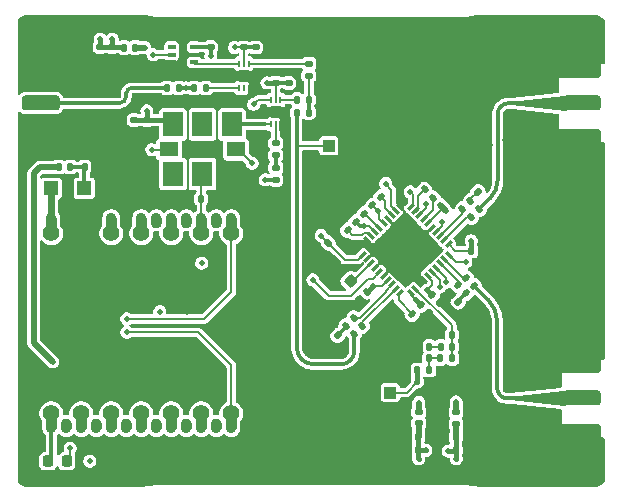
<source format=gtl>
%TF.GenerationSoftware,KiCad,Pcbnew,9.0.0*%
%TF.CreationDate,2025-03-30T18:56:19-05:00*%
%TF.ProjectId,radar-synth,72616461-722d-4737-996e-74682e6b6963,rev?*%
%TF.SameCoordinates,Original*%
%TF.FileFunction,Copper,L1,Top*%
%TF.FilePolarity,Positive*%
%FSLAX45Y45*%
G04 Gerber Fmt 4.5, Leading zero omitted, Abs format (unit mm)*
G04 Created by KiCad (PCBNEW 9.0.0) date 2025-03-30 18:56:19*
%MOMM*%
%LPD*%
G01*
G04 APERTURE LIST*
G04 Aperture macros list*
%AMRoundRect*
0 Rectangle with rounded corners*
0 $1 Rounding radius*
0 $2 $3 $4 $5 $6 $7 $8 $9 X,Y pos of 4 corners*
0 Add a 4 corners polygon primitive as box body*
4,1,4,$2,$3,$4,$5,$6,$7,$8,$9,$2,$3,0*
0 Add four circle primitives for the rounded corners*
1,1,$1+$1,$2,$3*
1,1,$1+$1,$4,$5*
1,1,$1+$1,$6,$7*
1,1,$1+$1,$8,$9*
0 Add four rect primitives between the rounded corners*
20,1,$1+$1,$2,$3,$4,$5,0*
20,1,$1+$1,$4,$5,$6,$7,0*
20,1,$1+$1,$6,$7,$8,$9,0*
20,1,$1+$1,$8,$9,$2,$3,0*%
%AMRotRect*
0 Rectangle, with rotation*
0 The origin of the aperture is its center*
0 $1 length*
0 $2 width*
0 $3 Rotation angle, in degrees counterclockwise*
0 Add horizontal line*
21,1,$1,$2,0,0,$3*%
G04 Aperture macros list end*
%TA.AperFunction,Conductor*%
%ADD10C,0.200000*%
%TD*%
%TA.AperFunction,EtchedComponent*%
%ADD11C,0.000000*%
%TD*%
%TA.AperFunction,SMDPad,CuDef*%
%ADD12RoundRect,0.140000X0.219203X0.021213X0.021213X0.219203X-0.219203X-0.021213X-0.021213X-0.219203X0*%
%TD*%
%TA.AperFunction,SMDPad,CuDef*%
%ADD13RoundRect,0.140000X-0.140000X-0.170000X0.140000X-0.170000X0.140000X0.170000X-0.140000X0.170000X0*%
%TD*%
%TA.AperFunction,SMDPad,CuDef*%
%ADD14RoundRect,0.140000X0.021213X-0.219203X0.219203X-0.021213X-0.021213X0.219203X-0.219203X0.021213X0*%
%TD*%
%TA.AperFunction,SMDPad,CuDef*%
%ADD15RoundRect,0.140000X0.140000X0.170000X-0.140000X0.170000X-0.140000X-0.170000X0.140000X-0.170000X0*%
%TD*%
%TA.AperFunction,SMDPad,CuDef*%
%ADD16RoundRect,0.140000X-0.219203X-0.021213X-0.021213X-0.219203X0.219203X0.021213X0.021213X0.219203X0*%
%TD*%
%TA.AperFunction,ComponentPad*%
%ADD17R,1.000000X1.000000*%
%TD*%
%TA.AperFunction,SMDPad,CuDef*%
%ADD18RoundRect,0.135000X0.185000X-0.135000X0.185000X0.135000X-0.185000X0.135000X-0.185000X-0.135000X0*%
%TD*%
%TA.AperFunction,SMDPad,CuDef*%
%ADD19R,1.700000X2.150000*%
%TD*%
%TA.AperFunction,SMDPad,CuDef*%
%ADD20R,1.550000X1.300000*%
%TD*%
%TA.AperFunction,SMDPad,CuDef*%
%ADD21RoundRect,0.140000X0.170000X-0.140000X0.170000X0.140000X-0.170000X0.140000X-0.170000X-0.140000X0*%
%TD*%
%TA.AperFunction,SMDPad,CuDef*%
%ADD22RoundRect,0.140000X-0.021213X0.219203X-0.219203X0.021213X0.021213X-0.219203X0.219203X-0.021213X0*%
%TD*%
%TA.AperFunction,SMDPad,CuDef*%
%ADD23RoundRect,0.250000X1.350000X-0.385000X1.350000X0.385000X-1.350000X0.385000X-1.350000X-0.385000X0*%
%TD*%
%TA.AperFunction,SMDPad,CuDef*%
%ADD24RoundRect,0.250000X1.600000X-0.425000X1.600000X0.425000X-1.600000X0.425000X-1.600000X-0.425000X0*%
%TD*%
%TA.AperFunction,SMDPad,CuDef*%
%ADD25RoundRect,0.147500X-0.147500X-0.172500X0.147500X-0.172500X0.147500X0.172500X-0.147500X0.172500X0*%
%TD*%
%TA.AperFunction,SMDPad,CuDef*%
%ADD26RoundRect,0.250000X-1.350000X0.385000X-1.350000X-0.385000X1.350000X-0.385000X1.350000X0.385000X0*%
%TD*%
%TA.AperFunction,SMDPad,CuDef*%
%ADD27RoundRect,0.250000X-1.600000X0.425000X-1.600000X-0.425000X1.600000X-0.425000X1.600000X0.425000X0*%
%TD*%
%TA.AperFunction,SMDPad,CuDef*%
%ADD28RoundRect,0.140000X-0.170000X0.140000X-0.170000X-0.140000X0.170000X-0.140000X0.170000X0.140000X0*%
%TD*%
%TA.AperFunction,ComponentPad*%
%ADD29C,0.900000*%
%TD*%
%TA.AperFunction,ComponentPad*%
%ADD30C,1.400000*%
%TD*%
%TA.AperFunction,SMDPad,CuDef*%
%ADD31RoundRect,0.135000X-0.226274X-0.035355X-0.035355X-0.226274X0.226274X0.035355X0.035355X0.226274X0*%
%TD*%
%TA.AperFunction,SMDPad,CuDef*%
%ADD32R,0.203200X0.609600*%
%TD*%
%TA.AperFunction,SMDPad,CuDef*%
%ADD33R,0.889000X1.092200*%
%TD*%
%TA.AperFunction,SMDPad,CuDef*%
%ADD34RotRect,0.249999X0.599999X135.000000*%
%TD*%
%TA.AperFunction,SMDPad,CuDef*%
%ADD35RotRect,0.249999X0.599999X45.000000*%
%TD*%
%TA.AperFunction,SMDPad,CuDef*%
%ADD36RotRect,4.500001X4.500001X45.000000*%
%TD*%
%TA.AperFunction,ComponentPad*%
%ADD37C,0.499999*%
%TD*%
%TA.AperFunction,SMDPad,CuDef*%
%ADD38RoundRect,0.147500X0.172500X-0.147500X0.172500X0.147500X-0.172500X0.147500X-0.172500X-0.147500X0*%
%TD*%
%TA.AperFunction,SMDPad,CuDef*%
%ADD39R,1.200000X1.200000*%
%TD*%
%TA.AperFunction,SMDPad,CuDef*%
%ADD40RoundRect,0.135000X-0.135000X-0.185000X0.135000X-0.185000X0.135000X0.185000X-0.135000X0.185000X0*%
%TD*%
%TA.AperFunction,SMDPad,CuDef*%
%ADD41RoundRect,0.135000X0.135000X0.185000X-0.135000X0.185000X-0.135000X-0.185000X0.135000X-0.185000X0*%
%TD*%
%TA.AperFunction,SMDPad,CuDef*%
%ADD42RoundRect,0.225000X0.335876X0.017678X0.017678X0.335876X-0.335876X-0.017678X-0.017678X-0.335876X0*%
%TD*%
%TA.AperFunction,SMDPad,CuDef*%
%ADD43RoundRect,0.218750X-0.218750X-0.256250X0.218750X-0.256250X0.218750X0.256250X-0.218750X0.256250X0*%
%TD*%
%TA.AperFunction,SMDPad,CuDef*%
%ADD44RoundRect,0.135000X0.035355X-0.226274X0.226274X-0.035355X-0.035355X0.226274X-0.226274X0.035355X0*%
%TD*%
%TA.AperFunction,SMDPad,CuDef*%
%ADD45RoundRect,0.100000X-0.225000X-0.100000X0.225000X-0.100000X0.225000X0.100000X-0.225000X0.100000X0*%
%TD*%
%TA.AperFunction,ViaPad*%
%ADD46C,0.500000*%
%TD*%
%TA.AperFunction,ViaPad*%
%ADD47C,0.600000*%
%TD*%
%TA.AperFunction,Conductor*%
%ADD48C,0.400000*%
%TD*%
%TA.AperFunction,Conductor*%
%ADD49C,0.300000*%
%TD*%
%TA.AperFunction,Conductor*%
%ADD50C,0.160000*%
%TD*%
%TA.AperFunction,Conductor*%
%ADD51C,0.500000*%
%TD*%
%TA.AperFunction,Conductor*%
%ADD52C,0.250000*%
%TD*%
%TA.AperFunction,Conductor*%
%ADD53C,0.310000*%
%TD*%
%TA.AperFunction,Conductor*%
%ADD54C,0.600000*%
%TD*%
G04 APERTURE END LIST*
D10*
%TO.N,/lmx2572_rf_pll_synth/rf_out_b_p*%
X18151873Y-9204209D02*
X17683873Y-9155209D01*
X17683873Y-9145209D01*
X18142873Y-9098209D01*
X18151873Y-9097209D01*
X18151873Y-9204209D01*
%TA.AperFunction,Conductor*%
G36*
X18151873Y-9204209D02*
G01*
X17683873Y-9155209D01*
X17683873Y-9145209D01*
X18142873Y-9098209D01*
X18151873Y-9097209D01*
X18151873Y-9204209D01*
G37*
%TD.AperFunction*%
%TO.N,/lmx2572_rf_pll_synth/rf_out_a_p*%
X18159000Y-6704000D02*
X17691000Y-6655000D01*
X17691000Y-6645000D01*
X18150000Y-6598000D01*
X18159000Y-6597000D01*
X18159000Y-6704000D01*
%TA.AperFunction,Conductor*%
G36*
X18159000Y-6704000D02*
G01*
X17691000Y-6655000D01*
X17691000Y-6645000D01*
X18150000Y-6598000D01*
X18159000Y-6597000D01*
X18159000Y-6704000D01*
G37*
%TD.AperFunction*%
%TA.AperFunction,EtchedComponent*%
%TD*%
%TO.C,U3*%
G36*
X13845180Y-7704280D02*
G01*
X13754820Y-7704280D01*
X13754820Y-7617920D01*
X13845180Y-7617920D01*
X13845180Y-7704280D01*
G37*
%TD.AperFunction*%
%TA.AperFunction,EtchedComponent*%
%TO.C,U3*%
G36*
X13845180Y-9406080D02*
G01*
X13754820Y-9406080D01*
X13754820Y-9319720D01*
X13845180Y-9319720D01*
X13845180Y-9406080D01*
G37*
%TD.AperFunction*%
%TA.AperFunction,EtchedComponent*%
G36*
X14099180Y-7704280D02*
G01*
X14008820Y-7704280D01*
X14008820Y-7617920D01*
X14099180Y-7617920D01*
X14099180Y-7704280D01*
G37*
%TD.AperFunction*%
%TA.AperFunction,EtchedComponent*%
G36*
X14099180Y-9406080D02*
G01*
X14008820Y-9406080D01*
X14008820Y-9319720D01*
X14099180Y-9319720D01*
X14099180Y-9406080D01*
G37*
%TD.AperFunction*%
%TA.AperFunction,EtchedComponent*%
G36*
X14353180Y-7704280D02*
G01*
X14262820Y-7704280D01*
X14262820Y-7617920D01*
X14353180Y-7617920D01*
X14353180Y-7704280D01*
G37*
%TD.AperFunction*%
%TA.AperFunction,EtchedComponent*%
G36*
X14353180Y-9406080D02*
G01*
X14262820Y-9406080D01*
X14262820Y-9319720D01*
X14353180Y-9319720D01*
X14353180Y-9406080D01*
G37*
%TD.AperFunction*%
%TA.AperFunction,EtchedComponent*%
G36*
X14607180Y-7704280D02*
G01*
X14516820Y-7704280D01*
X14516820Y-7617920D01*
X14607180Y-7617920D01*
X14607180Y-7704280D01*
G37*
%TD.AperFunction*%
%TA.AperFunction,EtchedComponent*%
G36*
X14607180Y-9406080D02*
G01*
X14516820Y-9406080D01*
X14516820Y-9319720D01*
X14607180Y-9319720D01*
X14607180Y-9406080D01*
G37*
%TD.AperFunction*%
%TA.AperFunction,EtchedComponent*%
G36*
X14861180Y-7704280D02*
G01*
X14770820Y-7704280D01*
X14770820Y-7617920D01*
X14861180Y-7617920D01*
X14861180Y-7704280D01*
G37*
%TD.AperFunction*%
%TA.AperFunction,EtchedComponent*%
G36*
X14861180Y-9406080D02*
G01*
X14770820Y-9406080D01*
X14770820Y-9319720D01*
X14861180Y-9319720D01*
X14861180Y-9406080D01*
G37*
%TD.AperFunction*%
%TA.AperFunction,EtchedComponent*%
G36*
X15115180Y-7704280D02*
G01*
X15024820Y-7704280D01*
X15024820Y-7617920D01*
X15115180Y-7617920D01*
X15115180Y-7704280D01*
G37*
%TD.AperFunction*%
%TA.AperFunction,EtchedComponent*%
G36*
X15115180Y-9406080D02*
G01*
X15024820Y-9406080D01*
X15024820Y-9319720D01*
X15115180Y-9319720D01*
X15115180Y-9406080D01*
G37*
%TD.AperFunction*%
%TA.AperFunction,EtchedComponent*%
G36*
X15369180Y-7704280D02*
G01*
X15278820Y-7704280D01*
X15278820Y-7617920D01*
X15369180Y-7617920D01*
X15369180Y-7704280D01*
G37*
%TD.AperFunction*%
%TA.AperFunction,EtchedComponent*%
G36*
X15369180Y-9406080D02*
G01*
X15278820Y-9406080D01*
X15278820Y-9319720D01*
X15369180Y-9319720D01*
X15369180Y-9406080D01*
G37*
%TD.AperFunction*%
D11*
%TA.AperFunction,EtchedComponent*%
G36*
X13942363Y-9321773D02*
G01*
X13954418Y-9327916D01*
X13964278Y-9337776D01*
X13972180Y-9362095D01*
X13972180Y-9406080D01*
X13881820Y-9406080D01*
X13881820Y-9362500D01*
X13883873Y-9349537D01*
X13890015Y-9337482D01*
X13899876Y-9327622D01*
X13924195Y-9319720D01*
X13929400Y-9319720D01*
X13942363Y-9321773D01*
G37*
%TD.AperFunction*%
%TA.AperFunction,EtchedComponent*%
G36*
X14196363Y-9321773D02*
G01*
X14208418Y-9327916D01*
X14218278Y-9337776D01*
X14226180Y-9362095D01*
X14226180Y-9406080D01*
X14135820Y-9406080D01*
X14135820Y-9362500D01*
X14137873Y-9349537D01*
X14144015Y-9337482D01*
X14153876Y-9327622D01*
X14178195Y-9319720D01*
X14183400Y-9319720D01*
X14196363Y-9321773D01*
G37*
%TD.AperFunction*%
%TA.AperFunction,EtchedComponent*%
G36*
X14450363Y-9321773D02*
G01*
X14462418Y-9327916D01*
X14472278Y-9337776D01*
X14480180Y-9362095D01*
X14480180Y-9406080D01*
X14389820Y-9406080D01*
X14389820Y-9362500D01*
X14391873Y-9349537D01*
X14398015Y-9337482D01*
X14407876Y-9327622D01*
X14432195Y-9319720D01*
X14437400Y-9319720D01*
X14450363Y-9321773D01*
G37*
%TD.AperFunction*%
%TA.AperFunction,EtchedComponent*%
G36*
X14704363Y-9321773D02*
G01*
X14716418Y-9327916D01*
X14726278Y-9337776D01*
X14734180Y-9362095D01*
X14734180Y-9406080D01*
X14643820Y-9406080D01*
X14643820Y-9362500D01*
X14645873Y-9349537D01*
X14652015Y-9337482D01*
X14661876Y-9327622D01*
X14686195Y-9319720D01*
X14691400Y-9319720D01*
X14704363Y-9321773D01*
G37*
%TD.AperFunction*%
%TA.AperFunction,EtchedComponent*%
G36*
X14734180Y-7661500D02*
G01*
X14732127Y-7674463D01*
X14725984Y-7686518D01*
X14716124Y-7696378D01*
X14691805Y-7704280D01*
X14686600Y-7704280D01*
X14673637Y-7702227D01*
X14661582Y-7696084D01*
X14651722Y-7686224D01*
X14643820Y-7661905D01*
X14643820Y-7617920D01*
X14734180Y-7617920D01*
X14734180Y-7661500D01*
G37*
%TD.AperFunction*%
%TA.AperFunction,EtchedComponent*%
G36*
X14958363Y-9321773D02*
G01*
X14970418Y-9327916D01*
X14980278Y-9337776D01*
X14988180Y-9362095D01*
X14988180Y-9406080D01*
X14897820Y-9406080D01*
X14897820Y-9362500D01*
X14899873Y-9349537D01*
X14906015Y-9337482D01*
X14915876Y-9327622D01*
X14940195Y-9319720D01*
X14945400Y-9319720D01*
X14958363Y-9321773D01*
G37*
%TD.AperFunction*%
%TA.AperFunction,EtchedComponent*%
G36*
X14988180Y-7661500D02*
G01*
X14986127Y-7674463D01*
X14979984Y-7686518D01*
X14970124Y-7696378D01*
X14945805Y-7704280D01*
X14940600Y-7704280D01*
X14927637Y-7702227D01*
X14915582Y-7696084D01*
X14905722Y-7686224D01*
X14897820Y-7661905D01*
X14897820Y-7617920D01*
X14988180Y-7617920D01*
X14988180Y-7661500D01*
G37*
%TD.AperFunction*%
%TA.AperFunction,EtchedComponent*%
G36*
X15212363Y-9321773D02*
G01*
X15224418Y-9327916D01*
X15234278Y-9337776D01*
X15242180Y-9362095D01*
X15242180Y-9406080D01*
X15151820Y-9406080D01*
X15151820Y-9362500D01*
X15153873Y-9349537D01*
X15160015Y-9337482D01*
X15169876Y-9327622D01*
X15194195Y-9319720D01*
X15199400Y-9319720D01*
X15212363Y-9321773D01*
G37*
%TD.AperFunction*%
%TA.AperFunction,EtchedComponent*%
G36*
X15242180Y-7661500D02*
G01*
X15240127Y-7674463D01*
X15233984Y-7686518D01*
X15224124Y-7696378D01*
X15199805Y-7704280D01*
X15194600Y-7704280D01*
X15181637Y-7702227D01*
X15169582Y-7696084D01*
X15159722Y-7686224D01*
X15151820Y-7661905D01*
X15151820Y-7617920D01*
X15242180Y-7617920D01*
X15242180Y-7661500D01*
G37*
%TD.AperFunction*%
%TD*%
D12*
%TO.P,C6,1*%
%TO.N,Net-(U2-VREFVCO)*%
X16448941Y-7583941D03*
%TO.P,C6,2*%
%TO.N,GND*%
X16381059Y-7516059D03*
%TD*%
D13*
%TO.P,C41,1*%
%TO.N,3V3*%
X17224000Y-9590000D03*
%TO.P,C41,2*%
%TO.N,GND*%
X17320000Y-9590000D03*
%TD*%
D14*
%TO.P,C21,1*%
%TO.N,Net-(U2-RFOUTAM)*%
X17356059Y-7613941D03*
%TO.P,C21,2*%
%TO.N,/lmx2572_rf_pll_synth/rf_out_a_p*%
X17423941Y-7546059D03*
%TD*%
D15*
%TO.P,C4,1*%
%TO.N,3V3*%
X16908000Y-9590000D03*
%TO.P,C4,2*%
%TO.N,GND*%
X16812000Y-9590000D03*
%TD*%
D16*
%TO.P,C14,1*%
%TO.N,3V3_PLL*%
X16931059Y-8361059D03*
%TO.P,C14,2*%
%TO.N,GND*%
X16998941Y-8428941D03*
%TD*%
D14*
%TO.P,C16,1*%
%TO.N,/lmx2572_rf_pll_synth/REF_OSC_N*%
X16296059Y-8533941D03*
%TO.P,C16,2*%
%TO.N,Net-(U2-OSCINP)*%
X16363941Y-8466059D03*
%TD*%
D17*
%TO.P,TP1,1,1*%
%TO.N,/lmx2572_rf_pll_synth/REF_OSC_P*%
X16150000Y-7010000D03*
%TD*%
D12*
%TO.P,C27,1*%
%TO.N,Net-(U2-VTUNE)*%
X16518941Y-7513941D03*
%TO.P,C27,2*%
%TO.N,GND*%
X16451059Y-7446059D03*
%TD*%
D18*
%TO.P,R23,1*%
%TO.N,Net-(R23-Pad1)*%
X15700000Y-7091000D03*
%TO.P,R23,2*%
%TO.N,Net-(U6-CLK1)*%
X15700000Y-6989000D03*
%TD*%
D16*
%TO.P,C22,1*%
%TO.N,Net-(U2-RFOUTBM)*%
X17246059Y-8191059D03*
%TO.P,C22,2*%
%TO.N,/lmx2572_rf_pll_synth/rf_out_b_n*%
X17313941Y-8258941D03*
%TD*%
D19*
%TO.P,U5,1,NC*%
%TO.N,unconnected-(U5-NC-Pad1)*%
X14830000Y-7250000D03*
%TO.P,U5,2,OE*%
%TO.N,/controller/ref_clk_en*%
X15080000Y-7250000D03*
%TO.P,U5,3,GND*%
%TO.N,GND*%
X15330000Y-7250000D03*
%TO.P,U5,4,CLK+*%
%TO.N,Net-(U5-CLK+)*%
X15330000Y-6830000D03*
%TO.P,U5,5,CLK-*%
%TO.N,unconnected-(U5-CLK--Pad5)*%
X15080000Y-6830000D03*
%TO.P,U5,6,Vcc*%
%TO.N,3V3_OSC*%
X14830000Y-6830000D03*
D20*
%TO.P,U5,7,SDA*%
%TO.N,/controller/i2c0.sda*%
X14795000Y-7040000D03*
%TO.P,U5,8,SCL*%
%TO.N,/controller/i2c0.scl*%
X15365000Y-7040000D03*
%TD*%
D21*
%TO.P,C38,1*%
%TO.N,GND*%
X14316000Y-6270000D03*
%TO.P,C38,2*%
%TO.N,3V3*%
X14316000Y-6174000D03*
%TD*%
D22*
%TO.P,C18,1*%
%TO.N,3V3_PLL*%
X16473941Y-8246059D03*
%TO.P,C18,2*%
%TO.N,GND*%
X16406059Y-8313941D03*
%TD*%
D23*
%TO.P,J4,1,In*%
%TO.N,/lmx2572_rf_pll_synth/rf_out_a_p*%
X18296000Y-6650000D03*
D24*
%TO.P,J4,2,Ext*%
%TO.N,GND*%
X18271000Y-6367500D03*
X18271000Y-6932500D03*
%TD*%
D14*
%TO.P,C17,1*%
%TO.N,/lmx2572_rf_pll_synth/REF_OSC_P*%
X16366059Y-8603941D03*
%TO.P,C17,2*%
%TO.N,Net-(U2-OSCINM)*%
X16433941Y-8536059D03*
%TD*%
D25*
%TO.P,FB1,1*%
%TO.N,/J6_5V_EXT*%
X13861500Y-7190000D03*
%TO.P,FB1,2*%
%TO.N,5V0_EXT*%
X13958500Y-7190000D03*
%TD*%
D16*
%TO.P,C23,1*%
%TO.N,Net-(U2-RFOUTBP)*%
X17311059Y-8126059D03*
%TO.P,C23,2*%
%TO.N,/lmx2572_rf_pll_synth/rf_out_b_p*%
X17378941Y-8193941D03*
%TD*%
D21*
%TO.P,C37,1*%
%TO.N,3V3_OSC*%
X15810000Y-6478000D03*
%TO.P,C37,2*%
%TO.N,GND*%
X15810000Y-6382000D03*
%TD*%
D26*
%TO.P,J3,1,In*%
%TO.N,/ref_osc/clk_ext*%
X13710000Y-6650000D03*
D27*
%TO.P,J3,2,Ext*%
%TO.N,GND*%
X13735000Y-6932500D03*
X13735000Y-6367500D03*
%TD*%
D23*
%TO.P,J5,1,In*%
%TO.N,/lmx2572_rf_pll_synth/rf_out_b_p*%
X18296000Y-9150000D03*
D24*
%TO.P,J5,2,Ext*%
%TO.N,GND*%
X18271000Y-8867500D03*
X18271000Y-9432500D03*
%TD*%
D28*
%TO.P,C34,1*%
%TO.N,GND*%
X15430000Y-6082000D03*
%TO.P,C34,2*%
%TO.N,3V3_OSC*%
X15430000Y-6178000D03*
%TD*%
D29*
%TO.P,U3,1,GPIO1_D0/A0*%
%TO.N,/controller/LED0*%
X13800000Y-9401000D03*
D30*
X13800000Y-9274000D03*
D29*
%TO.P,U3,2,GPIO2_D1/A1*%
%TO.N,unconnected-(U3-GPIO2_D1{slash}A1-Pad2)*%
X14054000Y-9401000D03*
D30*
%TO.N,unconnected-(U3-GPIO2_D1{slash}A1-Pad2)_1*%
X14054000Y-9274000D03*
D29*
%TO.P,U3,3,GPIO3_D2/A2*%
%TO.N,/controller/lmx2572.ce*%
X14308000Y-9401000D03*
D30*
X14308000Y-9274000D03*
D29*
%TO.P,U3,4,GPIO4_D3/A3*%
%TO.N,/controller/lmx2572.rampclk*%
X14562000Y-9401000D03*
D30*
X14562000Y-9274000D03*
D29*
%TO.P,U3,5,GPIO5_D4/A4/I2C_SDA*%
%TO.N,/controller/lmx2572.csb*%
X14816000Y-9401000D03*
D30*
X14816000Y-9274000D03*
D29*
%TO.P,U3,6,GPIO6_D5/A5/I2C_SCL*%
%TO.N,/controller/lmx2572.sdi*%
X15070000Y-9401000D03*
D30*
X15070000Y-9274000D03*
D29*
%TO.P,U3,7,U0TXD_D6/TX*%
%TO.N,/controller/TXD0*%
X15324000Y-9401000D03*
D30*
X15324000Y-9274000D03*
%TO.P,U3,8,U0RXD_D7/RX*%
%TO.N,/controller/RXD0*%
X15324000Y-7750000D03*
D29*
X15324000Y-7623000D03*
D30*
%TO.P,U3,9,GPIO7_D8/A8/SCK*%
%TO.N,/controller/ref_clk_en*%
X15070000Y-7750000D03*
D29*
X15070000Y-7623000D03*
D30*
%TO.P,U3,10,GPIO8_D9/A9/MISO*%
%TO.N,/controller/ref_clk_select*%
X14816000Y-7750000D03*
D29*
X14816000Y-7623000D03*
D30*
%TO.P,U3,11,GPIO9_D10/A10/MOSI*%
%TO.N,unconnected-(U3-GPIO9_D10{slash}A10{slash}MOSI-Pad11)*%
X14562000Y-7750000D03*
D29*
%TO.N,unconnected-(U3-GPIO9_D10{slash}A10{slash}MOSI-Pad11)_1*%
X14562000Y-7623000D03*
D30*
%TO.P,U3,12,VCC_3V3*%
%TO.N,3V3*%
X14308000Y-7750000D03*
D29*
X14308000Y-7623000D03*
D30*
%TO.P,U3,13,GND*%
%TO.N,GND*%
X14054000Y-7750000D03*
D29*
X14054000Y-7623000D03*
D30*
%TO.P,U3,14,VBUS*%
%TO.N,VBUS*%
X13800000Y-7750000D03*
D29*
X13800000Y-7623000D03*
%TO.P,U3,15,GPIO38_DVP_VSYNC/I2S_SD*%
%TO.N,unconnected-(U3-GPIO38_DVP_VSYNC{slash}I2S_SD-Pad15)*%
X13927000Y-9401000D03*
%TO.P,U3,16,GPIO39_CAM_SCL/I2S_SCK*%
%TO.N,/controller/lmx2572.sync*%
X14181000Y-9401000D03*
%TO.P,U3,17,GPIO40_CAM_SDA/I2S_WS*%
%TO.N,/controller/lmx2572.rampdir*%
X14435000Y-9401000D03*
%TO.P,U3,18,GPIO41_PDM_DATA/RX1*%
%TO.N,/controller/lmx2572.sysreffreq*%
X14689000Y-9401000D03*
%TO.P,U3,19,GPIO42_PDM_CLK/TX1*%
%TO.N,/controller/lmx2572.muxout*%
X14943000Y-9401000D03*
%TO.P,U3,20,GPIO10_XMCLK/ADC_BAT*%
%TO.N,/controller/lmx2572.sck*%
X15197000Y-9401000D03*
%TO.P,U3,21,GPIO11_DVP_Y8/SPI_MOSI1*%
%TO.N,/controller/i2c0.scl*%
X15197000Y-7623000D03*
%TO.P,U3,22,GPIO12_DVP_Y7/SPI_MISO1*%
%TO.N,/controller/i2c0.sda*%
X14943000Y-7623000D03*
%TO.P,U3,23,GPIO13_DVP_PCLK/SPI_SCK1*%
%TO.N,unconnected-(U3-GPIO13_DVP_PCLK{slash}SPI_SCK1-Pad23)*%
X14689000Y-7623000D03*
%TD*%
D28*
%TO.P,C35,1*%
%TO.N,GND*%
X15700000Y-6380000D03*
%TO.P,C35,2*%
%TO.N,3V3_OSC*%
X15700000Y-6476000D03*
%TD*%
D31*
%TO.P,R7,1*%
%TO.N,GND*%
X17173938Y-8258938D03*
%TO.P,R7,2*%
%TO.N,/lmx2572_rf_pll_synth/rf_out_b_n*%
X17246062Y-8331062D03*
%TD*%
D32*
%TO.P,U7,1,FIN*%
%TO.N,Net-(U7-FIN)*%
X15390000Y-6520000D03*
%TO.P,U7,2,CLK1*%
%TO.N,unconnected-(U7-CLK1-Pad2)*%
X15430000Y-6520000D03*
%TO.P,U7,3,GND*%
%TO.N,GND*%
X15470000Y-6520000D03*
%TO.P,U7,4,CLK0*%
%TO.N,Net-(U7-CLK0)*%
X15470000Y-6314260D03*
%TO.P,U7,5,VDD*%
%TO.N,3V3_OSC*%
X15430000Y-6314260D03*
%TO.P,U7,6,OE*%
%TO.N,Net-(U7-OE)*%
X15390000Y-6314260D03*
D33*
%TO.P,U7,7,EPAD*%
%TO.N,GND*%
X15430000Y-6417130D03*
%TD*%
D15*
%TO.P,C40,1*%
%TO.N,GND*%
X17320000Y-9480000D03*
%TO.P,C40,2*%
%TO.N,3V3*%
X17224000Y-9480000D03*
%TD*%
D13*
%TO.P,C13,1*%
%TO.N,3V3_PLL_RF*%
X17357000Y-7900000D03*
%TO.P,C13,2*%
%TO.N,GND*%
X17453000Y-7900000D03*
%TD*%
D34*
%TO.P,U2,1,CE*%
%TO.N,/controller/lmx2572.ce*%
X16435840Y-7935962D03*
%TO.P,U2,2,GND*%
%TO.N,GND*%
X16471195Y-7971317D03*
%TO.P,U2,3,VBIASVCO*%
%TO.N,Net-(U2-VBIASVCO)*%
X16506550Y-8006672D03*
%TO.P,U2,4,GND*%
%TO.N,GND*%
X16541906Y-8042028D03*
%TO.P,U2,5,SYNC*%
%TO.N,Net-(U2-SYNC)*%
X16577261Y-8077383D03*
%TO.P,U2,6,GND*%
%TO.N,GND*%
X16612617Y-8112738D03*
%TO.P,U2,7,VCCDIG*%
%TO.N,3V3_PLL*%
X16647972Y-8148094D03*
%TO.P,U2,8,OSCINP*%
%TO.N,Net-(U2-OSCINP)*%
X16683327Y-8183449D03*
%TO.P,U2,9,OSCINM*%
%TO.N,Net-(U2-OSCINM)*%
X16718682Y-8218804D03*
%TO.P,U2,10,VREGIN*%
%TO.N,Net-(U2-VREGIN)*%
X16754038Y-8254160D03*
D35*
%TO.P,U2,11,VCCCP*%
%TO.N,3V3_PLL*%
X16845962Y-8254160D03*
%TO.P,U2,12,CPOUT*%
%TO.N,Net-(U2-CPOUT)*%
X16881317Y-8218805D03*
%TO.P,U2,13,GND*%
%TO.N,GND*%
X16916672Y-8183449D03*
%TO.P,U2,14,GND*%
X16952028Y-8148094D03*
%TO.P,U2,15,VCCMASH*%
%TO.N,3V3_PLL*%
X16987383Y-8112738D03*
%TO.P,U2,16,SCK*%
%TO.N,/controller/lmx2572.sck*%
X17022738Y-8077383D03*
%TO.P,U2,17,SDI*%
%TO.N,/controller/lmx2572.sdi*%
X17058094Y-8042028D03*
%TO.P,U2,18,RFOUTBM*%
%TO.N,Net-(U2-RFOUTBM)*%
X17093449Y-8006672D03*
%TO.P,U2,19,RFOUTBP*%
%TO.N,Net-(U2-RFOUTBP)*%
X17128804Y-7971317D03*
%TO.P,U2,20,MUXOUT*%
%TO.N,/controller/lmx2572.muxout*%
X17164160Y-7935962D03*
D34*
%TO.P,U2,21,VCCBUF*%
%TO.N,3V3_PLL_RF*%
X17164160Y-7844038D03*
%TO.P,U2,22,RFOUTAM*%
%TO.N,Net-(U2-RFOUTAM)*%
X17128804Y-7808682D03*
%TO.P,U2,23,RFOUTAP*%
%TO.N,Net-(U2-RFOUTAP)*%
X17093449Y-7773327D03*
%TO.P,U2,24,CSB*%
%TO.N,/controller/lmx2572.csb*%
X17058094Y-7737972D03*
%TO.P,U2,25,GND*%
%TO.N,GND*%
X17022738Y-7702617D03*
%TO.P,U2,26,VCCVCO2*%
%TO.N,3V3_PLL*%
X16987383Y-7667261D03*
%TO.P,U2,27,VBIASVCO2*%
%TO.N,Net-(U2-VBIASVCO2)*%
X16952028Y-7631906D03*
%TO.P,U2,28,SYSREFREQ*%
%TO.N,/controller/lmx2572.sysreffreq*%
X16916672Y-7596550D03*
%TO.P,U2,29,VREFVCO2*%
%TO.N,Net-(U2-VREFVCO2)*%
X16881317Y-7561195D03*
%TO.P,U2,30,RAMPCLK*%
%TO.N,/controller/lmx2572.rampclk*%
X16845962Y-7525840D03*
D35*
%TO.P,U2,31,GND*%
%TO.N,GND*%
X16754038Y-7525840D03*
%TO.P,U2,32,RAMPDIR*%
%TO.N,/controller/lmx2572.rampdir*%
X16718682Y-7561195D03*
%TO.P,U2,33,VBIASVARAC*%
%TO.N,Net-(U2-VBIASVARAC)*%
X16683327Y-7596550D03*
%TO.P,U2,34,GND*%
%TO.N,GND*%
X16647972Y-7631906D03*
%TO.P,U2,35,VTUNE*%
%TO.N,Net-(U2-VTUNE)*%
X16612617Y-7667261D03*
%TO.P,U2,36,VREFVCO*%
%TO.N,Net-(U2-VREFVCO)*%
X16577261Y-7702617D03*
%TO.P,U2,37,VCCVCO*%
%TO.N,3V3_PLL*%
X16541906Y-7737972D03*
%TO.P,U2,38,VREGVCO*%
%TO.N,Net-(U2-VREGVCO)*%
X16506550Y-7773327D03*
%TO.P,U2,39,GND*%
%TO.N,GND*%
X16471195Y-7808683D03*
%TO.P,U2,40,GND*%
X16435840Y-7844038D03*
D36*
%TO.P,U2,41,GND*%
X16800000Y-7890000D03*
D37*
%TO.P,U2,V*%
X16606959Y-7979802D03*
X16710197Y-8083040D03*
X16606959Y-7800197D03*
X16696762Y-7890000D03*
X16800000Y-7993238D03*
X16889802Y-8083040D03*
X16710197Y-7696959D03*
X16800000Y-7786762D03*
X16903238Y-7890000D03*
X16993040Y-7979802D03*
X16889802Y-7696959D03*
X16993040Y-7800197D03*
%TD*%
D28*
%TO.P,C33,1*%
%TO.N,3V3_OSC*%
X14610000Y-6792000D03*
%TO.P,C33,2*%
%TO.N,GND*%
X14610000Y-6888000D03*
%TD*%
D16*
%TO.P,C11,1*%
%TO.N,3V3_PLL*%
X17026059Y-8276059D03*
%TO.P,C11,2*%
%TO.N,GND*%
X17093941Y-8343941D03*
%TD*%
D17*
%TO.P,TP2,1,1*%
%TO.N,Net-(U2-VTUNE)*%
X16670000Y-9100000D03*
%TD*%
D38*
%TO.P,FB2,1*%
%TO.N,3V3*%
X16911000Y-9361500D03*
%TO.P,FB2,2*%
%TO.N,3V3_PLL*%
X16911000Y-9264500D03*
%TD*%
D39*
%TO.P,D1,1,K*%
%TO.N,VBUS*%
X13800000Y-7370000D03*
%TO.P,D1,2,A*%
%TO.N,5V0_EXT*%
X14080000Y-7370000D03*
%TD*%
D15*
%TO.P,C24,1*%
%TO.N,Net-(U2-CPOUT)*%
X17193000Y-8610000D03*
%TO.P,C24,2*%
%TO.N,GND*%
X17097000Y-8610000D03*
%TD*%
D40*
%TO.P,R21,1*%
%TO.N,Net-(C31-Pad2)*%
X15009000Y-6520000D03*
%TO.P,R21,2*%
%TO.N,Net-(U7-FIN)*%
X15111000Y-6520000D03*
%TD*%
D14*
%TO.P,C20,1*%
%TO.N,Net-(U2-RFOUTAP)*%
X17281059Y-7543941D03*
%TO.P,C20,2*%
%TO.N,/lmx2572_rf_pll_synth/rf_out_a_n*%
X17348941Y-7476059D03*
%TD*%
D28*
%TO.P,C39,1*%
%TO.N,3V3*%
X14213000Y-6174000D03*
%TO.P,C39,2*%
%TO.N,GND*%
X14213000Y-6270000D03*
%TD*%
D41*
%TO.P,R15,1*%
%TO.N,Net-(C25-Pad2)*%
X17001000Y-8710000D03*
%TO.P,R15,2*%
%TO.N,GND*%
X16899000Y-8710000D03*
%TD*%
D32*
%TO.P,U6,1,FIN*%
%TO.N,Net-(U5-CLK+)*%
X15660000Y-6827950D03*
%TO.P,U6,2,CLK1*%
%TO.N,Net-(U6-CLK1)*%
X15700000Y-6827950D03*
%TO.P,U6,3,GND*%
%TO.N,GND*%
X15740000Y-6827950D03*
%TO.P,U6,4,CLK0*%
%TO.N,Net-(U6-CLK0)*%
X15740000Y-6622210D03*
%TO.P,U6,5,VDD*%
%TO.N,3V3_OSC*%
X15700000Y-6622210D03*
%TO.P,U6,6,OE*%
%TO.N,/controller/ref_clk_select*%
X15660000Y-6622210D03*
D33*
%TO.P,U6,7,EPAD*%
%TO.N,GND*%
X15700000Y-6725080D03*
%TD*%
D42*
%TO.P,C12,1*%
%TO.N,Net-(U2-VBIASVCO)*%
X16334801Y-8154801D03*
%TO.P,C12,2*%
%TO.N,GND*%
X16225199Y-8045199D03*
%TD*%
D12*
%TO.P,C7,1*%
%TO.N,3V3_PLL*%
X16378941Y-7653941D03*
%TO.P,C7,2*%
%TO.N,GND*%
X16311059Y-7586059D03*
%TD*%
D16*
%TO.P,C5,1*%
%TO.N,Net-(U2-VREGIN)*%
X16856059Y-8436059D03*
%TO.P,C5,2*%
%TO.N,GND*%
X16923941Y-8503941D03*
%TD*%
D18*
%TO.P,R26,1*%
%TO.N,Net-(C31-Pad2)*%
X15700000Y-7298500D03*
%TO.P,R26,2*%
%TO.N,Net-(R23-Pad1)*%
X15700000Y-7196500D03*
%TD*%
D14*
%TO.P,C10,1*%
%TO.N,Net-(U2-VREFVCO2)*%
X16961059Y-7378941D03*
%TO.P,C10,2*%
%TO.N,GND*%
X17028941Y-7311059D03*
%TD*%
D38*
%TO.P,FB3,1*%
%TO.N,3V3*%
X17227000Y-9364500D03*
%TO.P,FB3,2*%
%TO.N,3V3_PLL_RF*%
X17227000Y-9267500D03*
%TD*%
D31*
%TO.P,R5,1*%
%TO.N,GND*%
X16153938Y-8543938D03*
%TO.P,R5,2*%
%TO.N,/lmx2572_rf_pll_synth/REF_OSC_N*%
X16226062Y-8616062D03*
%TD*%
D12*
%TO.P,C19,1*%
%TO.N,Net-(U2-VBIASVARAC)*%
X16588941Y-7443941D03*
%TO.P,C19,2*%
%TO.N,GND*%
X16521059Y-7376059D03*
%TD*%
D15*
%TO.P,C25,1*%
%TO.N,Net-(U2-CPOUT)*%
X17193000Y-8710000D03*
%TO.P,C25,2*%
%TO.N,Net-(C25-Pad2)*%
X17097000Y-8710000D03*
%TD*%
D40*
%TO.P,R25,1*%
%TO.N,/lmx2572_rf_pll_synth/REF_OSC_P*%
X15879000Y-6730000D03*
%TO.P,R25,2*%
%TO.N,Net-(R22-Pad1)*%
X15981000Y-6730000D03*
%TD*%
D25*
%TO.P,FB4,1*%
%TO.N,3V3*%
X14414500Y-6179000D03*
%TO.P,FB4,2*%
%TO.N,3V3_OSC*%
X14511500Y-6179000D03*
%TD*%
D43*
%TO.P,D2,1,K*%
%TO.N,/controller/LED0*%
X13771250Y-9680000D03*
%TO.P,D2,2,A*%
%TO.N,Net-(D2-A)*%
X13928750Y-9680000D03*
%TD*%
D21*
%TO.P,C32,1*%
%TO.N,GND*%
X14500000Y-6888000D03*
%TO.P,C32,2*%
%TO.N,3V3_OSC*%
X14500000Y-6792000D03*
%TD*%
D13*
%TO.P,C31,1*%
%TO.N,/ref_osc/clk_ext*%
X14782000Y-6520000D03*
%TO.P,C31,2*%
%TO.N,Net-(C31-Pad2)*%
X14878000Y-6520000D03*
%TD*%
D44*
%TO.P,R14,1*%
%TO.N,GND*%
X16073938Y-7906062D03*
%TO.P,R14,2*%
%TO.N,/controller/lmx2572.ce*%
X16146062Y-7833938D03*
%TD*%
D41*
%TO.P,R20,1*%
%TO.N,GND*%
X15170000Y-7459000D03*
%TO.P,R20,2*%
%TO.N,/controller/ref_clk_en*%
X15068000Y-7459000D03*
%TD*%
D15*
%TO.P,C1,1*%
%TO.N,GND*%
X14178000Y-7190000D03*
%TO.P,C1,2*%
%TO.N,5V0_EXT*%
X14082000Y-7190000D03*
%TD*%
D41*
%TO.P,R17,1*%
%TO.N,Net-(C26-Pad1)*%
X17001000Y-8910000D03*
%TO.P,R17,2*%
%TO.N,Net-(U2-VTUNE)*%
X16899000Y-8910000D03*
%TD*%
D14*
%TO.P,C9,1*%
%TO.N,3V3_PLL*%
X17101059Y-7518941D03*
%TO.P,C9,2*%
%TO.N,GND*%
X17168941Y-7451059D03*
%TD*%
D21*
%TO.P,C30,1*%
%TO.N,3V3_OSC*%
X15150000Y-6173000D03*
%TO.P,C30,2*%
%TO.N,GND*%
X15150000Y-6077000D03*
%TD*%
D18*
%TO.P,R24,1*%
%TO.N,Net-(R22-Pad1)*%
X15980000Y-6416000D03*
%TO.P,R24,2*%
%TO.N,Net-(U7-CLK0)*%
X15980000Y-6314000D03*
%TD*%
D21*
%TO.P,C36,1*%
%TO.N,3V3_OSC*%
X15530000Y-6178000D03*
%TO.P,C36,2*%
%TO.N,GND*%
X15530000Y-6082000D03*
%TD*%
D22*
%TO.P,C15,1*%
%TO.N,GND*%
X17098941Y-7381059D03*
%TO.P,C15,2*%
%TO.N,Net-(U2-VBIASVCO2)*%
X17031059Y-7448941D03*
%TD*%
D31*
%TO.P,R6,1*%
%TO.N,GND*%
X17338938Y-7328938D03*
%TO.P,R6,2*%
%TO.N,/lmx2572_rf_pll_synth/rf_out_a_n*%
X17411062Y-7401062D03*
%TD*%
D15*
%TO.P,C26,1*%
%TO.N,Net-(C26-Pad1)*%
X16998000Y-8810000D03*
%TO.P,C26,2*%
%TO.N,GND*%
X16902000Y-8810000D03*
%TD*%
D45*
%TO.P,U4,1*%
%TO.N,N/C*%
X14820000Y-6175000D03*
%TO.P,U4,2*%
%TO.N,/controller/ref_clk_select*%
X14820000Y-6240000D03*
%TO.P,U4,3,GND*%
%TO.N,GND*%
X14820000Y-6305000D03*
%TO.P,U4,4*%
%TO.N,Net-(U7-OE)*%
X15010000Y-6305000D03*
%TO.P,U4,5,VCC*%
%TO.N,3V3_OSC*%
X15010000Y-6175000D03*
%TD*%
D41*
%TO.P,R16,1*%
%TO.N,Net-(U2-CPOUT)*%
X17196000Y-8810000D03*
%TO.P,R16,2*%
%TO.N,Net-(C26-Pad1)*%
X17094000Y-8810000D03*
%TD*%
D13*
%TO.P,C3,1*%
%TO.N,GND*%
X16812000Y-9475000D03*
%TO.P,C3,2*%
%TO.N,3V3*%
X16908000Y-9475000D03*
%TD*%
D12*
%TO.P,C8,1*%
%TO.N,Net-(U2-VREGVCO)*%
X16308941Y-7723941D03*
%TO.P,C8,2*%
%TO.N,GND*%
X16241059Y-7656059D03*
%TD*%
D41*
%TO.P,R22,1*%
%TO.N,Net-(R22-Pad1)*%
X15981000Y-6620000D03*
%TO.P,R22,2*%
%TO.N,Net-(U6-CLK0)*%
X15879000Y-6620000D03*
%TD*%
D46*
%TO.N,GND*%
X17570000Y-7650000D03*
X17670000Y-6900000D03*
X17750000Y-6550000D03*
X17600000Y-8300000D03*
X17680000Y-8250000D03*
X13967500Y-6932500D03*
X17950000Y-6780000D03*
X15850000Y-8900000D03*
X15780000Y-7450000D03*
X17020000Y-8610000D03*
X17650000Y-6550000D03*
X15330000Y-7405000D03*
X17800000Y-6480000D03*
X18035000Y-6932516D03*
X14460000Y-7530000D03*
X15880000Y-6210000D03*
X17550000Y-7770000D03*
X15750000Y-8600000D03*
X16100000Y-8950000D03*
X18240000Y-8720000D03*
X17640000Y-6960000D03*
X17890000Y-9350000D03*
X17850000Y-6760000D03*
X18320000Y-9580000D03*
X17500000Y-6800000D03*
X14945000Y-8415000D03*
X17590000Y-8200000D03*
X17480000Y-8600000D03*
X17670000Y-7660000D03*
X17750000Y-6750000D03*
X17290000Y-8710000D03*
X16000000Y-8600000D03*
X18010000Y-8950000D03*
X15150000Y-8900000D03*
X17133938Y-8298938D03*
X18090000Y-7090000D03*
X17570000Y-9280000D03*
X17490000Y-7330000D03*
X16090000Y-6520000D03*
D47*
X16465000Y-7317500D03*
D46*
X17400000Y-8350000D03*
X18340000Y-8720000D03*
X17290000Y-8820000D03*
X14650000Y-6410000D03*
X17420000Y-7150000D03*
X17450000Y-8100000D03*
X17540000Y-7550000D03*
X17510000Y-7000000D03*
X15243000Y-7460000D03*
X14165000Y-8715000D03*
X16155000Y-8492500D03*
X14212500Y-6340000D03*
X15980000Y-7620000D03*
X18110000Y-6230000D03*
X17500000Y-8200000D03*
X15600000Y-8700000D03*
X17480000Y-8800000D03*
D47*
X16395000Y-7387500D03*
D46*
X15780000Y-7650000D03*
X16060000Y-6840000D03*
X17670000Y-7000000D03*
X17525000Y-7900000D03*
X17480000Y-8700000D03*
X15980000Y-6920000D03*
X13740000Y-7080000D03*
X18420000Y-7090000D03*
X17790000Y-9360000D03*
X17420000Y-7690000D03*
X17610000Y-7570000D03*
X15780000Y-8050000D03*
X17740000Y-8750000D03*
X15980000Y-7420000D03*
X17750000Y-7050000D03*
X17410000Y-8850000D03*
X14290000Y-6760000D03*
X18330000Y-6230000D03*
X17290000Y-8600000D03*
X17550000Y-9200000D03*
X17300000Y-8400000D03*
X17460000Y-6620000D03*
X17740000Y-8550000D03*
X17500000Y-7100000D03*
X17610000Y-8110000D03*
X15530000Y-6025000D03*
X18070000Y-9300000D03*
X17740000Y-8850000D03*
X17890000Y-6850000D03*
X15470000Y-7250000D03*
X17550000Y-8020000D03*
X18430000Y-6230000D03*
X15980000Y-8010000D03*
X17410000Y-7260000D03*
X17490000Y-7710000D03*
X17740000Y-8460000D03*
X16070000Y-6630000D03*
X14930000Y-6410000D03*
X16363000Y-8358000D03*
X17420000Y-7050000D03*
X17580000Y-6530000D03*
X18130000Y-8720000D03*
X15750000Y-8700000D03*
X13730000Y-6210000D03*
X17740000Y-8330000D03*
X17750000Y-9250000D03*
X17670000Y-8400000D03*
X18060000Y-6790000D03*
X17840000Y-6280000D03*
X17740000Y-8650000D03*
X13860000Y-7080000D03*
X17700000Y-6490000D03*
X17750000Y-7260000D03*
X17960000Y-9020000D03*
X17670000Y-7310000D03*
X17280000Y-7260000D03*
X13970000Y-6370000D03*
X17410000Y-8560000D03*
X17410000Y-8950000D03*
X17948185Y-6539732D03*
X18220000Y-6230000D03*
X15780000Y-7750000D03*
X14500000Y-6955000D03*
X18320000Y-7090000D03*
X15600000Y-8900000D03*
X17420000Y-6950000D03*
X13850000Y-6210000D03*
X17600000Y-7490000D03*
X17900000Y-8960000D03*
X17540000Y-8120000D03*
X13600000Y-6210000D03*
X14245000Y-7190000D03*
X17490000Y-7630000D03*
X15780000Y-7950000D03*
X17500000Y-7200000D03*
X17480000Y-9100000D03*
X17410000Y-8650000D03*
X17480000Y-8510000D03*
X16730000Y-9475000D03*
X14160000Y-6760000D03*
X17420000Y-6850000D03*
X15430000Y-6025000D03*
X15877500Y-6382500D03*
X14150000Y-6530000D03*
X17720000Y-7380000D03*
X17075000Y-7265000D03*
X15450000Y-8800000D03*
X17890000Y-6390000D03*
X14020000Y-6530000D03*
X15980000Y-6200000D03*
X18040000Y-9435000D03*
X17145000Y-7335000D03*
X15470000Y-6595000D03*
X15730000Y-6200000D03*
X17990000Y-9540000D03*
X17840000Y-9270000D03*
X15620000Y-6220000D03*
X17670000Y-7200000D03*
X15780000Y-7850000D03*
X16500000Y-8600000D03*
X17320000Y-7740000D03*
X18000000Y-6850000D03*
X14450000Y-6300000D03*
X17750000Y-6950000D03*
D47*
X16255000Y-7527500D03*
D46*
X15450000Y-8900000D03*
X17930000Y-9460000D03*
X16150000Y-8750000D03*
X17850000Y-9040000D03*
X17480000Y-9000000D03*
X17215000Y-7405000D03*
X15980000Y-7710000D03*
X17480000Y-6510000D03*
X17480000Y-8900000D03*
X17970000Y-9370000D03*
X17670000Y-8600000D03*
X17410000Y-8750000D03*
X18060000Y-6520000D03*
X18210000Y-9580000D03*
D47*
X16325000Y-7457500D03*
D46*
X16250000Y-8750000D03*
X17300000Y-8490000D03*
X17500000Y-6700000D03*
X16730000Y-9590000D03*
X18000000Y-6470000D03*
X14505000Y-8150000D03*
X17670000Y-8700000D03*
X16835000Y-8810000D03*
X17750000Y-7150000D03*
X17670000Y-8900000D03*
X18200000Y-7090000D03*
X15980000Y-7110000D03*
X16830339Y-8720000D03*
X17640000Y-9240000D03*
X13970000Y-7530000D03*
X17950000Y-9280000D03*
X15980000Y-7510000D03*
X17500000Y-6900000D03*
X16050000Y-8700000D03*
X17670000Y-7100000D03*
X15980000Y-7910000D03*
X16100000Y-6350000D03*
X13600000Y-7080000D03*
X17860000Y-8850000D03*
X17980000Y-6230000D03*
X17460000Y-7800000D03*
X18020000Y-7040000D03*
X17400000Y-8460000D03*
X15260000Y-6420000D03*
X15560000Y-6550000D03*
X18040000Y-6370000D03*
D47*
X16185000Y-7597500D03*
D46*
X17960000Y-6320000D03*
X17700000Y-9320000D03*
X17397000Y-9480000D03*
X16450000Y-8750000D03*
X17670000Y-6730000D03*
X17750000Y-8960000D03*
X17460000Y-9190000D03*
X17470000Y-8420000D03*
X14725000Y-6305000D03*
X15210000Y-6080000D03*
X16080000Y-6730000D03*
X15980000Y-7810000D03*
X17680000Y-7490000D03*
X18043355Y-8867601D03*
X14800000Y-9000000D03*
X15750000Y-8850000D03*
X18090000Y-9580000D03*
X14610000Y-6955000D03*
X18070000Y-9020000D03*
X14030000Y-6760000D03*
X17397000Y-9585000D03*
X17670000Y-8500000D03*
X17750000Y-9050000D03*
X14315000Y-6340000D03*
X15767500Y-6907500D03*
X17960000Y-8810000D03*
X17550000Y-6600000D03*
X17600000Y-7870000D03*
X17900000Y-6480000D03*
X17670000Y-9000000D03*
X16965000Y-8545000D03*
X17024412Y-8494519D03*
X14800000Y-9150000D03*
X17460000Y-8000000D03*
X18430000Y-8720000D03*
X18420000Y-9580000D03*
X17670000Y-6800000D03*
X15780000Y-7550000D03*
X18020000Y-8720000D03*
X17400000Y-9050000D03*
X16192000Y-7957657D03*
X15627500Y-6380000D03*
X14280000Y-6530000D03*
X15980000Y-7310000D03*
X17850000Y-6550000D03*
X17650000Y-7410000D03*
X17420000Y-6750000D03*
X17790000Y-6830000D03*
X17670000Y-8800000D03*
X17140000Y-8390000D03*
X15980000Y-7210000D03*
%TO.N,3V3*%
X14317500Y-6110000D03*
X14215000Y-6107500D03*
X16910000Y-9660000D03*
X17162000Y-9595000D03*
X14125000Y-9680000D03*
X17227000Y-9660000D03*
X14720000Y-8415000D03*
X16970000Y-9590000D03*
X15072500Y-8005000D03*
%TO.N,Net-(U2-VTUNE)*%
X16563750Y-7558750D03*
X16900000Y-9007500D03*
%TO.N,3V3_PLL*%
X16444000Y-7687000D03*
X16890000Y-8320000D03*
X16982500Y-8235000D03*
X16911000Y-9184000D03*
X16521000Y-8199000D03*
X17144000Y-7562000D03*
%TO.N,3V3_PLL_RF*%
X17227000Y-9179000D03*
X17355519Y-7813902D03*
%TO.N,3V3_OSC*%
X15625000Y-6477500D03*
X14610000Y-6714000D03*
X15151000Y-6248000D03*
X14592000Y-6179000D03*
X15352000Y-6178000D03*
%TO.N,Net-(C31-Pad2)*%
X15610000Y-7300000D03*
X14939872Y-6520000D03*
%TO.N,Net-(D2-A)*%
X13960000Y-9570000D03*
%TO.N,/controller/TXD0*%
X14440000Y-8590000D03*
%TO.N,/controller/RXD0*%
X14440000Y-8475000D03*
%TO.N,Net-(U2-SYNC)*%
X16015000Y-8145000D03*
%TO.N,/controller/lmx2572.ce*%
X16085000Y-7770000D03*
%TO.N,/controller/i2c0.scl*%
X15500000Y-7157500D03*
%TO.N,/controller/i2c0.sda*%
X14650000Y-7043000D03*
%TO.N,/controller/lmx2572.sdi*%
X17145000Y-8165000D03*
%TO.N,/controller/lmx2572.muxout*%
X17310000Y-7995000D03*
%TO.N,/controller/lmx2572.csb*%
X17107259Y-7656350D03*
%TO.N,/controller/ref_clk_select*%
X15512500Y-6659100D03*
X14665000Y-6240000D03*
%TO.N,/controller/lmx2572.rampclk*%
X16840000Y-7400000D03*
%TO.N,/controller/lmx2572.rampdir*%
X16630000Y-7330000D03*
%TO.N,/controller/lmx2572.sck*%
X17087883Y-8205469D03*
%TO.N,/controller/lmx2572.sysreffreq*%
X16975000Y-7505000D03*
%TO.N,/J6_5V_EXT*%
X13790000Y-7190000D03*
X13812500Y-8840000D03*
%TD*%
D10*
%TO.N,GND*%
X16471195Y-7971317D02*
X16552512Y-7890000D01*
X16781729Y-7552760D02*
X16794793Y-7565825D01*
X16795540Y-7565825D02*
X16795540Y-7713299D01*
D48*
X17168941Y-7451059D02*
X17215000Y-7405000D01*
X18042500Y-9432500D02*
X18040000Y-9435000D01*
X15810000Y-6382000D02*
X15877000Y-6382000D01*
X17028941Y-7311059D02*
X17075000Y-7265000D01*
X14212500Y-6340000D02*
X14213000Y-6339500D01*
D49*
X15877000Y-6382000D02*
X15877500Y-6382500D01*
D48*
X14610000Y-6888000D02*
X14610000Y-6955000D01*
X16521059Y-7373559D02*
X16465000Y-7317500D01*
X17320000Y-9590000D02*
X17392000Y-9590000D01*
D10*
X15170000Y-7459000D02*
X15242000Y-7459000D01*
D48*
X15330000Y-7250000D02*
X15470000Y-7250000D01*
X14213000Y-6339500D02*
X14213000Y-6270000D01*
D10*
X16612617Y-8112738D02*
X16800000Y-7925355D01*
X16794793Y-7565825D02*
X16795540Y-7565825D01*
D48*
X15530000Y-6082000D02*
X15530000Y-6025000D01*
X15330000Y-7250000D02*
X15330000Y-7405000D01*
D50*
X15740000Y-6880000D02*
X15767500Y-6907500D01*
X15470000Y-6520000D02*
X15470000Y-6595000D01*
D48*
X16381059Y-7513559D02*
X16325000Y-7457500D01*
X16311059Y-7583559D02*
X16255000Y-7527500D01*
X16363000Y-8358000D02*
X16365000Y-8358000D01*
X16889000Y-8720000D02*
X16830339Y-8720000D01*
X15207000Y-6077000D02*
X15210000Y-6080000D01*
X18043456Y-8867500D02*
X18043355Y-8867601D01*
X16812000Y-9475000D02*
X16730000Y-9475000D01*
X17024412Y-8494519D02*
X16998941Y-8469048D01*
X16241059Y-7653559D02*
X16185000Y-7597500D01*
X18035000Y-6932516D02*
X18270984Y-6932516D01*
X18040000Y-9435000D02*
X18268500Y-9435000D01*
X14315000Y-6337500D02*
X14316000Y-6336500D01*
X16365000Y-8358000D02*
X16406059Y-8316941D01*
X15150000Y-6077000D02*
X15207000Y-6077000D01*
D10*
X16916672Y-8183449D02*
X16800000Y-8066776D01*
D48*
X14316000Y-6336500D02*
X14316000Y-6270000D01*
X17392000Y-9590000D02*
X17397000Y-9585000D01*
X14500000Y-6888000D02*
X14500000Y-6955000D01*
D10*
X16474521Y-7882719D02*
X16626120Y-7882719D01*
D48*
X14054000Y-7750000D02*
X14054000Y-7623000D01*
X13967500Y-6932500D02*
X13735000Y-6932500D01*
X17098941Y-7381059D02*
X17145000Y-7335000D01*
X15430000Y-6082000D02*
X15430000Y-6025000D01*
X16923941Y-8503941D02*
X16965000Y-8545000D01*
X17093941Y-8343941D02*
X17140000Y-8390000D01*
D10*
X16435840Y-7844038D02*
X16474521Y-7882719D01*
D48*
X17320000Y-9480000D02*
X17397000Y-9480000D01*
X16998941Y-8469048D02*
X16998941Y-8428941D01*
D10*
X16647972Y-7631906D02*
X16710197Y-7694131D01*
D48*
X18042500Y-6367500D02*
X18271000Y-6367500D01*
X15700000Y-6380000D02*
X15627500Y-6380000D01*
X14315000Y-6340000D02*
X14315000Y-6337500D01*
D10*
X17022738Y-7702617D02*
X16835355Y-7890000D01*
X16951536Y-8148094D02*
X16889802Y-8086360D01*
D48*
X17453000Y-7900000D02*
X17525000Y-7900000D01*
X18043355Y-8867601D02*
X18270899Y-8867601D01*
D10*
X15242000Y-7459000D02*
X15243000Y-7460000D01*
D48*
X17093941Y-8338934D02*
X17173938Y-8258938D01*
D49*
X16153938Y-8543938D02*
X16153938Y-8493562D01*
X16153938Y-8493562D02*
X16155000Y-8492500D01*
D10*
X16754808Y-7525840D02*
X16781729Y-7552760D01*
D48*
X16451059Y-7443559D02*
X16395000Y-7387500D01*
X16067875Y-7900000D02*
X16000000Y-7900000D01*
X14820000Y-6305000D02*
X14725000Y-6305000D01*
D50*
X15740000Y-6827950D02*
X15740000Y-6880000D01*
D48*
X14178000Y-7190000D02*
X14245000Y-7190000D01*
X16812000Y-9590000D02*
X16730000Y-9590000D01*
X17097000Y-8610000D02*
X17020000Y-8610000D01*
D10*
X16471195Y-7808683D02*
X16529689Y-7867177D01*
D48*
X18040000Y-6370000D02*
X18042500Y-6367500D01*
X16902000Y-8810000D02*
X16835000Y-8810000D01*
D10*
X16541906Y-8042028D02*
X16604131Y-7979802D01*
D50*
X15470000Y-6595000D02*
X15470000Y-6595000D01*
D48*
X16225199Y-7990856D02*
X16225199Y-8045199D01*
X16192000Y-7957657D02*
X16225199Y-7990856D01*
X13970000Y-6370000D02*
X13737500Y-6370000D01*
D49*
%TO.N,5V0_EXT*%
X14082000Y-7190000D02*
X13958500Y-7190000D01*
X14080000Y-7370000D02*
X14080000Y-7192000D01*
D10*
%TO.N,Net-(U2-CPOUT)*%
X16881317Y-8218805D02*
X17193000Y-8530488D01*
X17193000Y-8610000D02*
X17193000Y-8710000D01*
X17193000Y-8710000D02*
X17193000Y-8807000D01*
X17193000Y-8530488D02*
X17193000Y-8610000D01*
D48*
%TO.N,3V3*%
X14316000Y-6111500D02*
X14317500Y-6110000D01*
X17224000Y-9480000D02*
X17224000Y-9590000D01*
X14213000Y-6174000D02*
X14213000Y-6109500D01*
D51*
X17227000Y-9364500D02*
X17227000Y-9477000D01*
D48*
X14316000Y-6174000D02*
X14409500Y-6174000D01*
X17162000Y-9595000D02*
X17219000Y-9595000D01*
X14316000Y-6174000D02*
X14316000Y-6111500D01*
X14308000Y-7750000D02*
X14308000Y-7623000D01*
X14213000Y-6174000D02*
X14316000Y-6174000D01*
X16970000Y-9590000D02*
X16908000Y-9590000D01*
X14213000Y-6109500D02*
X14215000Y-6107500D01*
D51*
X16911000Y-9361500D02*
X16911000Y-9472000D01*
D48*
X16908000Y-9658000D02*
X16910000Y-9660000D01*
X17224000Y-9657000D02*
X17227000Y-9660000D01*
X16908000Y-9475000D02*
X16908000Y-9590000D01*
X16908000Y-9590000D02*
X16908000Y-9658000D01*
X17224000Y-9590000D02*
X17224000Y-9657000D01*
D10*
%TO.N,Net-(C25-Pad2)*%
X17097000Y-8710000D02*
X17001000Y-8710000D01*
%TO.N,Net-(C26-Pad1)*%
X17001000Y-8910000D02*
X17001000Y-8813000D01*
X17094000Y-8810000D02*
X16998000Y-8810000D01*
%TO.N,Net-(U2-VTUNE)*%
X16563750Y-7558750D02*
X16573636Y-7568636D01*
X16807500Y-9100000D02*
X16670000Y-9100000D01*
X16573636Y-7568636D02*
X16573636Y-7628281D01*
X16518941Y-7513941D02*
X16563750Y-7558750D01*
X16573636Y-7628281D02*
X16612617Y-7667261D01*
D48*
X16899000Y-9006500D02*
X16900000Y-9007500D01*
X16899000Y-8910000D02*
X16899000Y-9006500D01*
D10*
X16900000Y-9007500D02*
X16807500Y-9100000D01*
%TO.N,Net-(U2-VREGIN)*%
X16856059Y-8436059D02*
X16740000Y-8320000D01*
X16740000Y-8320000D02*
X16740000Y-8268198D01*
%TO.N,Net-(U2-VREFVCO)*%
X16458586Y-7583941D02*
X16577261Y-7702617D01*
%TO.N,3V3_PLL*%
X16982500Y-8235000D02*
X17026059Y-8191441D01*
X17026059Y-8191441D02*
X17026059Y-8151414D01*
X16438000Y-7687000D02*
X16444000Y-7687000D01*
D51*
X17101059Y-7519059D02*
X17144000Y-7562000D01*
D49*
X16412000Y-7687000D02*
X16378941Y-7653941D01*
D10*
X16987383Y-8112738D02*
X17026059Y-8151414D01*
D48*
X16985000Y-8235000D02*
X17026059Y-8276059D01*
D10*
X16845962Y-8275962D02*
X16890000Y-8320000D01*
X16845962Y-8254160D02*
X16845962Y-8275962D01*
X16521000Y-8199000D02*
X16597065Y-8199000D01*
D51*
X16911000Y-9264500D02*
X16911000Y-9184000D01*
D10*
X16597065Y-8199000D02*
X16647972Y-8148094D01*
D48*
X16982500Y-8235000D02*
X16985000Y-8235000D01*
D49*
X16444000Y-7687000D02*
X16412000Y-7687000D01*
D10*
X17101059Y-7553585D02*
X17101059Y-7518941D01*
D48*
X16521000Y-8199000D02*
X16473941Y-8246059D01*
D10*
X16541906Y-7737972D02*
X16490934Y-7687000D01*
X16490934Y-7687000D02*
X16438000Y-7687000D01*
D48*
X16890000Y-8320000D02*
X16931059Y-8361059D01*
D10*
X16987383Y-7667261D02*
X17101059Y-7553585D01*
%TO.N,Net-(U2-VREGVCO)*%
X16478223Y-7745000D02*
X16506550Y-7773327D01*
X16449884Y-7745000D02*
X16478223Y-7745000D01*
X16308941Y-7723941D02*
X16350000Y-7765000D01*
X16350000Y-7765000D02*
X16429884Y-7765000D01*
X16429884Y-7765000D02*
X16449884Y-7745000D01*
%TO.N,Net-(U2-VREFVCO2)*%
X16961059Y-7378941D02*
X16906114Y-7433886D01*
D52*
X16906114Y-7536398D02*
X16881317Y-7561195D01*
D10*
X16906114Y-7433886D02*
X16906114Y-7536398D01*
%TO.N,Net-(U2-VBIASVCO)*%
X16506550Y-8006672D02*
X16358422Y-8154801D01*
%TO.N,3V3_PLL_RF*%
X17220122Y-7900000D02*
X17164160Y-7844038D01*
D51*
X17227000Y-9267500D02*
X17227000Y-9179000D01*
D48*
X17357000Y-7900000D02*
X17357000Y-7815383D01*
D10*
X17357000Y-7900000D02*
X17220122Y-7900000D01*
D48*
X17357000Y-7815383D02*
X17355519Y-7813902D01*
D10*
%TO.N,Net-(U2-VBIASVCO2)*%
X16952028Y-7631906D02*
X17031059Y-7552874D01*
X17031059Y-7552874D02*
X17031059Y-7448941D01*
%TO.N,Net-(U2-OSCINP)*%
X16414859Y-8466059D02*
X16363941Y-8466059D01*
X16630033Y-8250886D02*
X16414859Y-8466059D01*
X16683327Y-8183449D02*
X16630033Y-8236743D01*
X16630033Y-8236743D02*
X16630033Y-8250886D01*
%TO.N,Net-(U2-OSCINM)*%
X16433941Y-8503546D02*
X16433941Y-8536059D01*
X16718682Y-8218804D02*
X16433941Y-8503546D01*
%TO.N,Net-(U2-VBIASVARAC)*%
X16625000Y-7538223D02*
X16683327Y-7596550D01*
X16625000Y-7538223D02*
X16625000Y-7480000D01*
X16625000Y-7480000D02*
X16588941Y-7443941D01*
%TO.N,/lmx2572_rf_pll_synth/rf_out_a_n*%
X17348941Y-7463184D02*
X17411062Y-7401062D01*
%TO.N,Net-(U2-RFOUTAP)*%
X17281059Y-7585717D02*
X17281059Y-7543941D01*
X17093449Y-7773327D02*
X17281059Y-7585717D01*
%TO.N,Net-(U2-RFOUTAM)*%
X17323546Y-7613941D02*
X17356059Y-7613941D01*
X17128804Y-7808682D02*
X17323546Y-7613941D01*
D53*
%TO.N,/lmx2572_rf_pll_synth/rf_out_a_p*%
X17580000Y-7298076D02*
X17580000Y-6740000D01*
X17423941Y-7546059D02*
X17515000Y-7455000D01*
X17670000Y-6650000D02*
X18296000Y-6650000D01*
X17580000Y-6740000D02*
G75*
G02*
X17670000Y-6650000I90000J0D01*
G01*
X17515000Y-7455000D02*
G75*
G03*
X17579998Y-7298076I-156920J156920D01*
G01*
D49*
%TO.N,/lmx2572_rf_pll_synth/rf_out_b_n*%
X17246062Y-8326820D02*
X17313941Y-8258941D01*
D10*
%TO.N,Net-(U2-RFOUTBM)*%
X17093449Y-8006672D02*
X17246059Y-8159282D01*
X17246059Y-8159282D02*
X17246059Y-8191059D01*
D53*
%TO.N,/lmx2572_rf_pll_synth/rf_out_b_p*%
X17662500Y-9150000D02*
X18296000Y-9150000D01*
X17378941Y-8193941D02*
X17497500Y-8312500D01*
X17575000Y-8499602D02*
X17575000Y-9062500D01*
X17497500Y-8312500D02*
G75*
G02*
X17574999Y-8499602I-187100J-187100D01*
G01*
X17575000Y-9062500D02*
G75*
G03*
X17662500Y-9150000I87500J0D01*
G01*
D10*
%TO.N,Net-(U2-RFOUTBP)*%
X17128804Y-7971317D02*
X17283546Y-8126059D01*
X17283546Y-8126059D02*
X17311059Y-8126059D01*
X17283546Y-8126059D02*
X17316059Y-8126059D01*
D48*
%TO.N,VBUS*%
X13800000Y-7750000D02*
X13800000Y-7623000D01*
D54*
X13800000Y-7623000D02*
X13800000Y-7370000D01*
D49*
%TO.N,3V3_OSC*%
X15150000Y-6247000D02*
X15151000Y-6248000D01*
D50*
X15430000Y-6178000D02*
X15352000Y-6178000D01*
D48*
X14610000Y-6792000D02*
X14792000Y-6792000D01*
D49*
X15700000Y-6476000D02*
X15808000Y-6476000D01*
D50*
X15700000Y-6622210D02*
X15700000Y-6476000D01*
D49*
X15430000Y-6178000D02*
X15530000Y-6178000D01*
D48*
X14610000Y-6792000D02*
X14610000Y-6714000D01*
D50*
X15430000Y-6314260D02*
X15430000Y-6178000D01*
D51*
X14592000Y-6179000D02*
X14511500Y-6179000D01*
D48*
X14610000Y-6792000D02*
X14500000Y-6792000D01*
X15698500Y-6477500D02*
X15625500Y-6477500D01*
D49*
X15010000Y-6175000D02*
X15148000Y-6175000D01*
X15150000Y-6173000D02*
X15150000Y-6247000D01*
%TO.N,/ref_osc/clk_ext*%
X14782000Y-6520000D02*
X14482070Y-6520000D01*
X14375000Y-6650000D02*
X13710000Y-6650000D01*
X14435000Y-6590000D02*
X14435000Y-6567070D01*
X14482070Y-6520000D02*
G75*
G03*
X14435000Y-6567070I0J-47070D01*
G01*
X14435000Y-6590000D02*
G75*
G02*
X14375000Y-6650000I-60000J0D01*
G01*
%TO.N,Net-(C31-Pad2)*%
X15700000Y-7298500D02*
X15611500Y-7298500D01*
X15009000Y-6520000D02*
X14939872Y-6520000D01*
X14939872Y-6520000D02*
X14878000Y-6520000D01*
X15611500Y-7298500D02*
X15610000Y-7300000D01*
D10*
%TO.N,Net-(D2-A)*%
X13958750Y-9571250D02*
X13960000Y-9570000D01*
X13958750Y-9680000D02*
X13958750Y-9571250D01*
D49*
%TO.N,/controller/LED0*%
X13800000Y-9401000D02*
X13800000Y-9678750D01*
D10*
%TO.N,/controller/TXD0*%
X15324000Y-8869000D02*
X15324000Y-9274000D01*
X14440000Y-8590000D02*
X15045000Y-8590000D01*
X15045000Y-8590000D02*
X15324000Y-8869000D01*
X15324000Y-9274000D02*
X15324000Y-9401000D01*
%TO.N,/controller/RXD0*%
X15324000Y-7750000D02*
X15324000Y-8246000D01*
X15095000Y-8475000D02*
X14440000Y-8475000D01*
X15324000Y-7750000D02*
X15324000Y-7623000D01*
X15324000Y-8246000D02*
X15095000Y-8475000D01*
D49*
%TO.N,/lmx2572_rf_pll_synth/REF_OSC_N*%
X16296059Y-8546066D02*
X16226062Y-8616062D01*
D53*
%TO.N,/lmx2572_rf_pll_synth/REF_OSC_P*%
X16366059Y-8603941D02*
X16366059Y-8746441D01*
X15879000Y-7010000D02*
X15879000Y-6730000D01*
X15879000Y-8721500D02*
X15879000Y-7010000D01*
X16252500Y-8860000D02*
X16017500Y-8860000D01*
D10*
X16150000Y-7010000D02*
X15879000Y-7010000D01*
D53*
X16017500Y-8860000D02*
G75*
G02*
X15879000Y-8721500I0J138500D01*
G01*
X16366059Y-8746441D02*
G75*
G02*
X16252500Y-8859999I-113559J1D01*
G01*
D10*
%TO.N,Net-(U2-SYNC)*%
X16015000Y-8145000D02*
X16150000Y-8280000D01*
X16150000Y-8280000D02*
X16340000Y-8280000D01*
X16340000Y-8280000D02*
X16485356Y-8134644D01*
X16520000Y-8134644D02*
X16577261Y-8077383D01*
X16485356Y-8134644D02*
X16520000Y-8134644D01*
%TO.N,/controller/lmx2572.ce*%
X16396802Y-7975000D02*
X16435840Y-7935962D01*
X16146062Y-7833938D02*
X16287125Y-7975000D01*
X16287125Y-7975000D02*
X16396802Y-7975000D01*
X16085000Y-7770000D02*
X16146062Y-7831062D01*
%TO.N,/controller/i2c0.scl*%
X15500000Y-7157500D02*
X15382500Y-7040000D01*
%TO.N,/controller/i2c0.sda*%
X14650000Y-7043000D02*
X14792000Y-7043000D01*
D49*
%TO.N,/controller/ref_clk_en*%
X15070000Y-7750000D02*
X15070000Y-7623000D01*
D10*
X15070000Y-7623000D02*
X15070000Y-7260000D01*
D50*
%TO.N,Net-(U7-FIN)*%
X15390000Y-6520000D02*
X15111000Y-6520000D01*
%TO.N,Net-(U6-CLK0)*%
X15879000Y-6620000D02*
X15742210Y-6620000D01*
D49*
%TO.N,Net-(R23-Pad1)*%
X15700000Y-7091000D02*
X15700000Y-7196500D01*
D10*
%TO.N,Net-(R22-Pad1)*%
X15981000Y-6420000D02*
X15981000Y-6620000D01*
D49*
X15981000Y-6730000D02*
X15981000Y-6620000D01*
D50*
%TO.N,Net-(U6-CLK1)*%
X15700000Y-6827950D02*
X15700000Y-6989000D01*
%TO.N,Net-(U7-CLK0)*%
X15470000Y-6314260D02*
X15984740Y-6314260D01*
D10*
%TO.N,/controller/lmx2572.sdi*%
X17145000Y-8128934D02*
X17145000Y-8165000D01*
X17058094Y-8042028D02*
X17145000Y-8128934D01*
%TO.N,/controller/lmx2572.muxout*%
X17222198Y-7994000D02*
X17309000Y-7994000D01*
X17309000Y-7994000D02*
X17310000Y-7995000D01*
X17164160Y-7935962D02*
X17222198Y-7994000D01*
%TO.N,/controller/lmx2572.csb*%
X17107282Y-7656404D02*
X17107259Y-7656350D01*
X14816000Y-9274000D02*
X14816000Y-9401000D01*
X17107282Y-7687519D02*
X17107282Y-7656404D01*
X17105000Y-7690000D02*
X17107282Y-7687519D01*
X17058847Y-7736153D02*
X17105000Y-7690000D01*
D50*
%TO.N,/controller/ref_clk_select*%
X15512500Y-6659100D02*
X15549390Y-6622210D01*
X14665000Y-6240000D02*
X14820000Y-6240000D01*
D49*
X14816000Y-7750000D02*
X14816000Y-7623000D01*
D50*
X15549390Y-6622210D02*
X15660000Y-6622210D01*
D10*
%TO.N,/controller/lmx2572.rampclk*%
X16860000Y-7420000D02*
X16840000Y-7400000D01*
X16860000Y-7511802D02*
X16860000Y-7420000D01*
%TO.N,/controller/lmx2572.rampdir*%
X16680000Y-7522513D02*
X16718682Y-7561195D01*
X16630000Y-7330000D02*
X16630000Y-7335000D01*
X16630000Y-7335000D02*
X16680000Y-7385000D01*
X16680000Y-7385000D02*
X16680000Y-7522513D01*
%TO.N,/controller/lmx2572.sck*%
X17090339Y-8195000D02*
X17090339Y-8203729D01*
X17022738Y-8077383D02*
X17089900Y-8144545D01*
X17089900Y-8144545D02*
X17089900Y-8182823D01*
X17090339Y-8195000D02*
X17090339Y-8199540D01*
X17090339Y-8183262D02*
X17090339Y-8195000D01*
X17089900Y-8182823D02*
X17090339Y-8183262D01*
X17090339Y-8199540D02*
G75*
G02*
X17087882Y-8205467I-8379J0D01*
G01*
%TO.N,/controller/lmx2572.sysreffreq*%
X16975688Y-7502202D02*
X16975688Y-7504312D01*
X16975688Y-7502202D02*
X16975688Y-7537567D01*
X16975688Y-7537567D02*
X16916704Y-7596550D01*
X16975688Y-7504312D02*
X16975000Y-7505000D01*
D50*
%TO.N,Net-(U5-CLK+)*%
X15610450Y-6827950D02*
X15610000Y-6827500D01*
D49*
X15610000Y-6827500D02*
X15332500Y-6827500D01*
D50*
X15660000Y-6827950D02*
X15610450Y-6827950D01*
%TO.N,Net-(U7-OE)*%
X15019260Y-6314260D02*
X15390000Y-6314260D01*
D51*
%TO.N,/J6_5V_EXT*%
X13812500Y-8840000D02*
X13650000Y-8677500D01*
X13705000Y-7190000D02*
X13861500Y-7190000D01*
X13650000Y-7245000D02*
X13705000Y-7190000D01*
X13650000Y-8677500D02*
X13650000Y-7245000D01*
%TD*%
%TA.AperFunction,Conductor*%
%TO.N,GND*%
G36*
X14586882Y-5900378D02*
G01*
X14593301Y-5902204D01*
X14604644Y-5905432D01*
X14642457Y-5912500D01*
X14642458Y-5912500D01*
X14642459Y-5912500D01*
X14680765Y-5916050D01*
X14680765Y-5916050D01*
X17319235Y-5916050D01*
X17319235Y-5916050D01*
X17357541Y-5912500D01*
X17357542Y-5912500D01*
X17395356Y-5905432D01*
X17406699Y-5902204D01*
X17413118Y-5900378D01*
X17415827Y-5900000D01*
X18399514Y-5900000D01*
X18400484Y-5900048D01*
X18418539Y-5901826D01*
X18420442Y-5902204D01*
X18437336Y-5907329D01*
X18439128Y-5908071D01*
X18454697Y-5916393D01*
X18456310Y-5917471D01*
X18465877Y-5925322D01*
X18469957Y-5928671D01*
X18471329Y-5930043D01*
X18481703Y-5942683D01*
X18483933Y-5948381D01*
X18483950Y-5948964D01*
X18483950Y-6312116D01*
X18482059Y-6317935D01*
X18477109Y-6321531D01*
X18474076Y-6322015D01*
X18100000Y-6323000D01*
X18100000Y-6553420D01*
X18098109Y-6559239D01*
X18093159Y-6562835D01*
X18091109Y-6563268D01*
X17689432Y-6604398D01*
X17688423Y-6604450D01*
X17659332Y-6604450D01*
X17638259Y-6607787D01*
X17617967Y-6614381D01*
X17598957Y-6624067D01*
X17581695Y-6636608D01*
X17566608Y-6651695D01*
X17554067Y-6668956D01*
X17544381Y-6687967D01*
X17537788Y-6708259D01*
X17534450Y-6729332D01*
X17534450Y-6729332D01*
X17534450Y-6734003D01*
X17534450Y-7292080D01*
X17534450Y-7292080D01*
X17534450Y-7294179D01*
X17534450Y-7295636D01*
X17534450Y-7297753D01*
X17534429Y-7298400D01*
X17532984Y-7320450D01*
X17532815Y-7321734D01*
X17528567Y-7343090D01*
X17528232Y-7344341D01*
X17521234Y-7364958D01*
X17520738Y-7366154D01*
X17511108Y-7385682D01*
X17510461Y-7386804D01*
X17498364Y-7404907D01*
X17497576Y-7405935D01*
X17496239Y-7407460D01*
X17494349Y-7409615D01*
X17489090Y-7412743D01*
X17482997Y-7412183D01*
X17478397Y-7408149D01*
X17477047Y-7402182D01*
X17477116Y-7401615D01*
X17477732Y-7397527D01*
X17475775Y-7384545D01*
X17470079Y-7372717D01*
X17468194Y-7370442D01*
X17468193Y-7370441D01*
X17468192Y-7370440D01*
X17441683Y-7343931D01*
X17441682Y-7343930D01*
X17439408Y-7342046D01*
X17427580Y-7336350D01*
X17414598Y-7334393D01*
X17414598Y-7334393D01*
X17401616Y-7336350D01*
X17389788Y-7342046D01*
X17387512Y-7343931D01*
X17353932Y-7377512D01*
X17353931Y-7377513D01*
X17352046Y-7379788D01*
X17352046Y-7379788D01*
X17346350Y-7391616D01*
X17344656Y-7402856D01*
X17341919Y-7408329D01*
X17336488Y-7411147D01*
X17336342Y-7411170D01*
X17333689Y-7411570D01*
X17333689Y-7411570D01*
X17321725Y-7417331D01*
X17319424Y-7419238D01*
X17292120Y-7446542D01*
X17290214Y-7448843D01*
X17284452Y-7460807D01*
X17284452Y-7460807D01*
X17283099Y-7469785D01*
X17280362Y-7475257D01*
X17274931Y-7478076D01*
X17274785Y-7478099D01*
X17265807Y-7479452D01*
X17265807Y-7479452D01*
X17253843Y-7485214D01*
X17251542Y-7487120D01*
X17224238Y-7514424D01*
X17222332Y-7516725D01*
X17216570Y-7528689D01*
X17216570Y-7528689D01*
X17214820Y-7540298D01*
X17212083Y-7545771D01*
X17206653Y-7548589D01*
X17200602Y-7547677D01*
X17196244Y-7543383D01*
X17196120Y-7543136D01*
X17195711Y-7542292D01*
X17195298Y-7540751D01*
X17193422Y-7537501D01*
X17188051Y-7528198D01*
X17176578Y-7516725D01*
X17164659Y-7504807D01*
X17162740Y-7502102D01*
X17160803Y-7498079D01*
X17159786Y-7495968D01*
X17157880Y-7493667D01*
X17126333Y-7462120D01*
X17124032Y-7460214D01*
X17123692Y-7460050D01*
X17112068Y-7454452D01*
X17112068Y-7454452D01*
X17104937Y-7453377D01*
X17099464Y-7450640D01*
X17096646Y-7445210D01*
X17096623Y-7445063D01*
X17095548Y-7437932D01*
X17095548Y-7437932D01*
X17093889Y-7434486D01*
X17089786Y-7425968D01*
X17087880Y-7423667D01*
X17056333Y-7392120D01*
X17054032Y-7390214D01*
X17052029Y-7389249D01*
X17042068Y-7384452D01*
X17042068Y-7384452D01*
X17034937Y-7383377D01*
X17029464Y-7380640D01*
X17026646Y-7375210D01*
X17026623Y-7375063D01*
X17025548Y-7367932D01*
X17025548Y-7367932D01*
X17023505Y-7363689D01*
X17019786Y-7355968D01*
X17017880Y-7353667D01*
X16986333Y-7322120D01*
X16984032Y-7320214D01*
X16984032Y-7320214D01*
X16972068Y-7314452D01*
X16972068Y-7314452D01*
X16958938Y-7312473D01*
X16958937Y-7312473D01*
X16945807Y-7314452D01*
X16945807Y-7314452D01*
X16933843Y-7320214D01*
X16931542Y-7322120D01*
X16904238Y-7349424D01*
X16902332Y-7351725D01*
X16897739Y-7361262D01*
X16893511Y-7365684D01*
X16887490Y-7366777D01*
X16881978Y-7364122D01*
X16881823Y-7363971D01*
X16873802Y-7355949D01*
X16873801Y-7355949D01*
X16873801Y-7355949D01*
X16861249Y-7348702D01*
X16861249Y-7348702D01*
X16858290Y-7347909D01*
X16847248Y-7344950D01*
X16832753Y-7344950D01*
X16826579Y-7346604D01*
X16818751Y-7348702D01*
X16806199Y-7355949D01*
X16795949Y-7366199D01*
X16788702Y-7378751D01*
X16785498Y-7390709D01*
X16784950Y-7392752D01*
X16784950Y-7407247D01*
X16787652Y-7417331D01*
X16788702Y-7421249D01*
X16795949Y-7433801D01*
X16795949Y-7433801D01*
X16795949Y-7433801D01*
X16806199Y-7444051D01*
X16815000Y-7449132D01*
X16819094Y-7453679D01*
X16819950Y-7457706D01*
X16819950Y-7487576D01*
X16818059Y-7493395D01*
X16817050Y-7494576D01*
X16791489Y-7520137D01*
X16791488Y-7520139D01*
X16789918Y-7522121D01*
X16789918Y-7522121D01*
X16785860Y-7532597D01*
X16785860Y-7544297D01*
X16783969Y-7550116D01*
X16779019Y-7553712D01*
X16772900Y-7553712D01*
X16768959Y-7551297D01*
X16724385Y-7506723D01*
X16724384Y-7506722D01*
X16724384Y-7506722D01*
X16724383Y-7506721D01*
X16723802Y-7506261D01*
X16720415Y-7501166D01*
X16720050Y-7498501D01*
X16720050Y-7379727D01*
X16719922Y-7379248D01*
X16719446Y-7377473D01*
X16717321Y-7369541D01*
X16713359Y-7362679D01*
X16712048Y-7360409D01*
X16704591Y-7352952D01*
X16704591Y-7352952D01*
X16704245Y-7352606D01*
X16704245Y-7352606D01*
X16687950Y-7336310D01*
X16685172Y-7330859D01*
X16685050Y-7329310D01*
X16685050Y-7322752D01*
X16684647Y-7321248D01*
X16681298Y-7308751D01*
X16681298Y-7308751D01*
X16681298Y-7308751D01*
X16674051Y-7296199D01*
X16674051Y-7296199D01*
X16674051Y-7296198D01*
X16663801Y-7285949D01*
X16663801Y-7285949D01*
X16663801Y-7285949D01*
X16651249Y-7278702D01*
X16651249Y-7278702D01*
X16644198Y-7276812D01*
X16637247Y-7274950D01*
X16622752Y-7274950D01*
X16616579Y-7276604D01*
X16608751Y-7278702D01*
X16596199Y-7285949D01*
X16585949Y-7296199D01*
X16578702Y-7308751D01*
X16575567Y-7320450D01*
X16574950Y-7322752D01*
X16574950Y-7337247D01*
X16576515Y-7343090D01*
X16578702Y-7351249D01*
X16586273Y-7364363D01*
X16586043Y-7364497D01*
X16587708Y-7369201D01*
X16585969Y-7375067D01*
X16581114Y-7378791D01*
X16579287Y-7379248D01*
X16577932Y-7379452D01*
X16577932Y-7379452D01*
X16565968Y-7385214D01*
X16563667Y-7387120D01*
X16532120Y-7418667D01*
X16530214Y-7420968D01*
X16524452Y-7432932D01*
X16524452Y-7432932D01*
X16523377Y-7440063D01*
X16520640Y-7445536D01*
X16515210Y-7448354D01*
X16515063Y-7448377D01*
X16507932Y-7449452D01*
X16507932Y-7449452D01*
X16495968Y-7455214D01*
X16493667Y-7457120D01*
X16462120Y-7488667D01*
X16460214Y-7490968D01*
X16454452Y-7502932D01*
X16454452Y-7502932D01*
X16453377Y-7510063D01*
X16450640Y-7515536D01*
X16445210Y-7518354D01*
X16445063Y-7518377D01*
X16437932Y-7519452D01*
X16437932Y-7519452D01*
X16425968Y-7525214D01*
X16423667Y-7527120D01*
X16392120Y-7558667D01*
X16390214Y-7560968D01*
X16384452Y-7572932D01*
X16384452Y-7572932D01*
X16383377Y-7580063D01*
X16380640Y-7585536D01*
X16375210Y-7588354D01*
X16375063Y-7588377D01*
X16367932Y-7589452D01*
X16367932Y-7589452D01*
X16355968Y-7595214D01*
X16353667Y-7597120D01*
X16322120Y-7628667D01*
X16320214Y-7630968D01*
X16314452Y-7642932D01*
X16314452Y-7642932D01*
X16313377Y-7650063D01*
X16310640Y-7655536D01*
X16305210Y-7658354D01*
X16305063Y-7658377D01*
X16297932Y-7659452D01*
X16297932Y-7659452D01*
X16285968Y-7665214D01*
X16283667Y-7667120D01*
X16252120Y-7698667D01*
X16250214Y-7700968D01*
X16244452Y-7712932D01*
X16244452Y-7712932D01*
X16242473Y-7726062D01*
X16242473Y-7726063D01*
X16244452Y-7739193D01*
X16244452Y-7739193D01*
X16249055Y-7748751D01*
X16250214Y-7751157D01*
X16252120Y-7753458D01*
X16279424Y-7780762D01*
X16281725Y-7782668D01*
X16291841Y-7787540D01*
X16293689Y-7788430D01*
X16293689Y-7788430D01*
X16306820Y-7790409D01*
X16306820Y-7790409D01*
X16312262Y-7789589D01*
X16318298Y-7790591D01*
X16319604Y-7791403D01*
X16320208Y-7791847D01*
X16325409Y-7797048D01*
X16333631Y-7801795D01*
X16334541Y-7802321D01*
X16344727Y-7805050D01*
X16344727Y-7805050D01*
X16344727Y-7805050D01*
X16355879Y-7805050D01*
X16355881Y-7805050D01*
X16435156Y-7805050D01*
X16435156Y-7805050D01*
X16445342Y-7802321D01*
X16445343Y-7802320D01*
X16445343Y-7802320D01*
X16454474Y-7797048D01*
X16454475Y-7797048D01*
X16454475Y-7797048D01*
X16454475Y-7797048D01*
X16455285Y-7796238D01*
X16460736Y-7793460D01*
X16466779Y-7794416D01*
X16469286Y-7796237D01*
X16485712Y-7812663D01*
X16500849Y-7827800D01*
X16502831Y-7829371D01*
X16513307Y-7833429D01*
X16513308Y-7833429D01*
X16524542Y-7833429D01*
X16524542Y-7833429D01*
X16535018Y-7829371D01*
X16537001Y-7827800D01*
X16561023Y-7803778D01*
X16562594Y-7801795D01*
X16563187Y-7800264D01*
X16567052Y-7795521D01*
X16568842Y-7794609D01*
X16570373Y-7794016D01*
X16572356Y-7792445D01*
X16596379Y-7768422D01*
X16597949Y-7766440D01*
X16598542Y-7764909D01*
X16602407Y-7760166D01*
X16604197Y-7759253D01*
X16605729Y-7758660D01*
X16607712Y-7757090D01*
X16631734Y-7733067D01*
X16633305Y-7731084D01*
X16633898Y-7729553D01*
X16637763Y-7724810D01*
X16639552Y-7723898D01*
X16641084Y-7723305D01*
X16643067Y-7721734D01*
X16667089Y-7697712D01*
X16668660Y-7695729D01*
X16672719Y-7685253D01*
X16672719Y-7674018D01*
X16669836Y-7666578D01*
X16669497Y-7660469D01*
X16672814Y-7655327D01*
X16678519Y-7653117D01*
X16682644Y-7653770D01*
X16690084Y-7656652D01*
X16690084Y-7656652D01*
X16701319Y-7656652D01*
X16701319Y-7656652D01*
X16711795Y-7652594D01*
X16713778Y-7651023D01*
X16737800Y-7627001D01*
X16739371Y-7625018D01*
X16739964Y-7623487D01*
X16743829Y-7618744D01*
X16745618Y-7617832D01*
X16747150Y-7617239D01*
X16749133Y-7615668D01*
X16773155Y-7591646D01*
X16774726Y-7589663D01*
X16778785Y-7579187D01*
X16778785Y-7567952D01*
X16778785Y-7567487D01*
X16780675Y-7561668D01*
X16785625Y-7558071D01*
X16791744Y-7558071D01*
X16795684Y-7560486D01*
X16815511Y-7580313D01*
X16817494Y-7581883D01*
X16819025Y-7582476D01*
X16823768Y-7586341D01*
X16824680Y-7588132D01*
X16825192Y-7589452D01*
X16825273Y-7589663D01*
X16826844Y-7591646D01*
X16850866Y-7615668D01*
X16852849Y-7617239D01*
X16854380Y-7617832D01*
X16859123Y-7621697D01*
X16860036Y-7623487D01*
X16860629Y-7625018D01*
X16860629Y-7625018D01*
X16862199Y-7627000D01*
X16862199Y-7627001D01*
X16886222Y-7651023D01*
X16888205Y-7652594D01*
X16889736Y-7653187D01*
X16894479Y-7657052D01*
X16895391Y-7658842D01*
X16895984Y-7660373D01*
X16895984Y-7660374D01*
X16895984Y-7660374D01*
X16896923Y-7661559D01*
X16897555Y-7662356D01*
X16921577Y-7686379D01*
X16923560Y-7687949D01*
X16925091Y-7688542D01*
X16929834Y-7692407D01*
X16930746Y-7694197D01*
X16931339Y-7695729D01*
X16931340Y-7695729D01*
X16932910Y-7697712D01*
X16956933Y-7721734D01*
X16958915Y-7723305D01*
X16969391Y-7727363D01*
X16969392Y-7727363D01*
X16980626Y-7727363D01*
X16980626Y-7727363D01*
X16988066Y-7724481D01*
X16994175Y-7724142D01*
X16999317Y-7727458D01*
X17001527Y-7733164D01*
X17000874Y-7737289D01*
X16997992Y-7744728D01*
X16997992Y-7755964D01*
X17002050Y-7766439D01*
X17002574Y-7767100D01*
X17003621Y-7768422D01*
X17027643Y-7792445D01*
X17029626Y-7794015D01*
X17031157Y-7794608D01*
X17035900Y-7798473D01*
X17036812Y-7800264D01*
X17037405Y-7801795D01*
X17037405Y-7801795D01*
X17038975Y-7803777D01*
X17038976Y-7803778D01*
X17062999Y-7827800D01*
X17064981Y-7829371D01*
X17066513Y-7829964D01*
X17071256Y-7833829D01*
X17072167Y-7835619D01*
X17072761Y-7837150D01*
X17072761Y-7837150D01*
X17072761Y-7837151D01*
X17073959Y-7838663D01*
X17074331Y-7839133D01*
X17098354Y-7863155D01*
X17100337Y-7864726D01*
X17101868Y-7865319D01*
X17106611Y-7869184D01*
X17107523Y-7870974D01*
X17108116Y-7872505D01*
X17108116Y-7872506D01*
X17109687Y-7874488D01*
X17116688Y-7881489D01*
X17118198Y-7882999D01*
X17120976Y-7888451D01*
X17120019Y-7894494D01*
X17118198Y-7897000D01*
X17109688Y-7905511D01*
X17109686Y-7905512D01*
X17108116Y-7907494D01*
X17108116Y-7907494D01*
X17107523Y-7909025D01*
X17103658Y-7913768D01*
X17101868Y-7914680D01*
X17100337Y-7915273D01*
X17100337Y-7915273D01*
X17098354Y-7916844D01*
X17074332Y-7940866D01*
X17074331Y-7940867D01*
X17072761Y-7942849D01*
X17072761Y-7942850D01*
X17072167Y-7944381D01*
X17068302Y-7949124D01*
X17066513Y-7950035D01*
X17064981Y-7950629D01*
X17062999Y-7952199D01*
X17038977Y-7976221D01*
X17038976Y-7976223D01*
X17037406Y-7978204D01*
X17037405Y-7978205D01*
X17036812Y-7979736D01*
X17032947Y-7984479D01*
X17031157Y-7985391D01*
X17029627Y-7985984D01*
X17029626Y-7985984D01*
X17027643Y-7987555D01*
X17003621Y-8011577D01*
X17003620Y-8011578D01*
X17002050Y-8013560D01*
X17001457Y-8015091D01*
X16997592Y-8019834D01*
X16995802Y-8020746D01*
X16994271Y-8021339D01*
X16994271Y-8021339D01*
X16992288Y-8022910D01*
X16968266Y-8046932D01*
X16968265Y-8046933D01*
X16966695Y-8048915D01*
X16966695Y-8048916D01*
X16966101Y-8050447D01*
X16962236Y-8055190D01*
X16960447Y-8056101D01*
X16958915Y-8056695D01*
X16956933Y-8058265D01*
X16932911Y-8082287D01*
X16932910Y-8082288D01*
X16931340Y-8084270D01*
X16931340Y-8084271D01*
X16927281Y-8094746D01*
X16927281Y-8105981D01*
X16931339Y-8116457D01*
X16931340Y-8116457D01*
X16932910Y-8118440D01*
X16956862Y-8142392D01*
X16978244Y-8163774D01*
X16981022Y-8169226D01*
X16980065Y-8175269D01*
X16975739Y-8179596D01*
X16973807Y-8180337D01*
X16961252Y-8183702D01*
X16961251Y-8183702D01*
X16961251Y-8183702D01*
X16948699Y-8190949D01*
X16948698Y-8190949D01*
X16938168Y-8201480D01*
X16932716Y-8204258D01*
X16926673Y-8203300D01*
X16924167Y-8201480D01*
X16887019Y-8164332D01*
X16887019Y-8164332D01*
X16887019Y-8164332D01*
X16887017Y-8164331D01*
X16885036Y-8162761D01*
X16885036Y-8162761D01*
X16879428Y-8160588D01*
X16874560Y-8158703D01*
X16874560Y-8158703D01*
X16863325Y-8158703D01*
X16863325Y-8158703D01*
X16852849Y-8162761D01*
X16850866Y-8164332D01*
X16826845Y-8188353D01*
X16826843Y-8188355D01*
X16825273Y-8190337D01*
X16825273Y-8190337D01*
X16824680Y-8191868D01*
X16820815Y-8196611D01*
X16819025Y-8197523D01*
X16817494Y-8198116D01*
X16817494Y-8198117D01*
X16815511Y-8199687D01*
X16807000Y-8208198D01*
X16801548Y-8210975D01*
X16795505Y-8210018D01*
X16793000Y-8208198D01*
X16784489Y-8199687D01*
X16784489Y-8199687D01*
X16782506Y-8198116D01*
X16780974Y-8197523D01*
X16776231Y-8193658D01*
X16775319Y-8191868D01*
X16774726Y-8190337D01*
X16773155Y-8188354D01*
X16749133Y-8164331D01*
X16748430Y-8163774D01*
X16747150Y-8162761D01*
X16747150Y-8162761D01*
X16745619Y-8162167D01*
X16740876Y-8158302D01*
X16739964Y-8156513D01*
X16739371Y-8154981D01*
X16737800Y-8152998D01*
X16713778Y-8128976D01*
X16712670Y-8128099D01*
X16711795Y-8127405D01*
X16711795Y-8127405D01*
X16710263Y-8126812D01*
X16705520Y-8122947D01*
X16704608Y-8121157D01*
X16704015Y-8119626D01*
X16704015Y-8119626D01*
X16702445Y-8117643D01*
X16678422Y-8093621D01*
X16676439Y-8092050D01*
X16671019Y-8089950D01*
X16665964Y-8087992D01*
X16665963Y-8087992D01*
X16654729Y-8087992D01*
X16654728Y-8087992D01*
X16647289Y-8090874D01*
X16641180Y-8091213D01*
X16636038Y-8087896D01*
X16633828Y-8082191D01*
X16634481Y-8078066D01*
X16634602Y-8077753D01*
X16637363Y-8070626D01*
X16637363Y-8059391D01*
X16633305Y-8048915D01*
X16631734Y-8046933D01*
X16607712Y-8022910D01*
X16605729Y-8021339D01*
X16600122Y-8019167D01*
X16595253Y-8017281D01*
X16595253Y-8017281D01*
X16584018Y-8017281D01*
X16584018Y-8017281D01*
X16576578Y-8020163D01*
X16570469Y-8020502D01*
X16565327Y-8017186D01*
X16563117Y-8011480D01*
X16563770Y-8007356D01*
X16564298Y-8005992D01*
X16566652Y-7999915D01*
X16566652Y-7988681D01*
X16562594Y-7978205D01*
X16561023Y-7976222D01*
X16537001Y-7952199D01*
X16535018Y-7950629D01*
X16529411Y-7948456D01*
X16524542Y-7946570D01*
X16524542Y-7946570D01*
X16513307Y-7946570D01*
X16513307Y-7946570D01*
X16513307Y-7946570D01*
X16505867Y-7949452D01*
X16499758Y-7949791D01*
X16494616Y-7946475D01*
X16492406Y-7940769D01*
X16493059Y-7936645D01*
X16495942Y-7929205D01*
X16495942Y-7917970D01*
X16491883Y-7907494D01*
X16490313Y-7905511D01*
X16466290Y-7881489D01*
X16464308Y-7879918D01*
X16458562Y-7877692D01*
X16453832Y-7875860D01*
X16453832Y-7875860D01*
X16442597Y-7875860D01*
X16442597Y-7875860D01*
X16432121Y-7879918D01*
X16430138Y-7881489D01*
X16381367Y-7930260D01*
X16381366Y-7930261D01*
X16380624Y-7931197D01*
X16375529Y-7934585D01*
X16372864Y-7934950D01*
X16307815Y-7934950D01*
X16301996Y-7933059D01*
X16300814Y-7932050D01*
X16215415Y-7846651D01*
X16212637Y-7841199D01*
X16212626Y-7838175D01*
X16212732Y-7837473D01*
X16210775Y-7824492D01*
X16205079Y-7812663D01*
X16203194Y-7810388D01*
X16194875Y-7802069D01*
X16169612Y-7776807D01*
X16169612Y-7776806D01*
X16167337Y-7774921D01*
X16167336Y-7774921D01*
X16155508Y-7769225D01*
X16155509Y-7769225D01*
X16147616Y-7768035D01*
X16142144Y-7765298D01*
X16139529Y-7760808D01*
X16139273Y-7759854D01*
X16136298Y-7748751D01*
X16133976Y-7744729D01*
X16129051Y-7736199D01*
X16129051Y-7736199D01*
X16129051Y-7736198D01*
X16118801Y-7725949D01*
X16118801Y-7725949D01*
X16118801Y-7725949D01*
X16106249Y-7718702D01*
X16106249Y-7718702D01*
X16102833Y-7717786D01*
X16092247Y-7714950D01*
X16077752Y-7714950D01*
X16071579Y-7716604D01*
X16063751Y-7718702D01*
X16051199Y-7725949D01*
X16040949Y-7736199D01*
X16033702Y-7748751D01*
X16030464Y-7760832D01*
X16029950Y-7762752D01*
X16029950Y-7777247D01*
X16032708Y-7787540D01*
X16033702Y-7791249D01*
X16040949Y-7803801D01*
X16040949Y-7803801D01*
X16040949Y-7803801D01*
X16051198Y-7814051D01*
X16051199Y-7814051D01*
X16051199Y-7814051D01*
X16063751Y-7821298D01*
X16063751Y-7821298D01*
X16063751Y-7821298D01*
X16063751Y-7821298D01*
X16072360Y-7823605D01*
X16077492Y-7826937D01*
X16079587Y-7831692D01*
X16081350Y-7843384D01*
X16083726Y-7848319D01*
X16087046Y-7855212D01*
X16088931Y-7857487D01*
X16088931Y-7857487D01*
X16088931Y-7857488D01*
X16122512Y-7891068D01*
X16122513Y-7891069D01*
X16124122Y-7892402D01*
X16124788Y-7892954D01*
X16124788Y-7892954D01*
X16124788Y-7892954D01*
X16130905Y-7895900D01*
X16136616Y-7898650D01*
X16136616Y-7898650D01*
X16149598Y-7900607D01*
X16150299Y-7900501D01*
X16156335Y-7901503D01*
X16158776Y-7903290D01*
X16207684Y-7952199D01*
X16255077Y-7999591D01*
X16255077Y-7999591D01*
X16262533Y-8007048D01*
X16268441Y-8010459D01*
X16271666Y-8012321D01*
X16281852Y-8015050D01*
X16281852Y-8015050D01*
X16281852Y-8015050D01*
X16293004Y-8015050D01*
X16293005Y-8015050D01*
X16402074Y-8015050D01*
X16402074Y-8015050D01*
X16412260Y-8012321D01*
X16412261Y-8012320D01*
X16412261Y-8012320D01*
X16421393Y-8007048D01*
X16422448Y-8005992D01*
X16432984Y-7995457D01*
X16434371Y-7994750D01*
X16435471Y-7993646D01*
X16436410Y-7993225D01*
X16436528Y-7993179D01*
X16437565Y-7993122D01*
X16438435Y-7992679D01*
X16440288Y-7992973D01*
X16442637Y-7992844D01*
X16443665Y-7993508D01*
X16444478Y-7993636D01*
X16446969Y-7995442D01*
X16447040Y-7995513D01*
X16447174Y-7995773D01*
X16447777Y-7996163D01*
X16449023Y-7999383D01*
X16449829Y-8000958D01*
X16449773Y-8001322D01*
X16449984Y-8001869D01*
X16449329Y-8005992D01*
X16449285Y-8006107D01*
X16448943Y-8006631D01*
X16448885Y-8007003D01*
X16448351Y-8007540D01*
X16447055Y-8009528D01*
X16379615Y-8076968D01*
X16374163Y-8079746D01*
X16368120Y-8078789D01*
X16366499Y-8077753D01*
X16364130Y-8075891D01*
X16350879Y-8070136D01*
X16338849Y-8068482D01*
X16336569Y-8068169D01*
X16336568Y-8068169D01*
X16322258Y-8070136D01*
X16322257Y-8070136D01*
X16309007Y-8075891D01*
X16302320Y-8081145D01*
X16261145Y-8122320D01*
X16255891Y-8129007D01*
X16250136Y-8142257D01*
X16250136Y-8142258D01*
X16248169Y-8156568D01*
X16250136Y-8170879D01*
X16250136Y-8170879D01*
X16255891Y-8184130D01*
X16259758Y-8189051D01*
X16261145Y-8190818D01*
X16293377Y-8223050D01*
X16296155Y-8228501D01*
X16295198Y-8234544D01*
X16290871Y-8238871D01*
X16286377Y-8239950D01*
X16170690Y-8239950D01*
X16164871Y-8238059D01*
X16163690Y-8237050D01*
X16072950Y-8146310D01*
X16070172Y-8140859D01*
X16070050Y-8139310D01*
X16070050Y-8137752D01*
X16067826Y-8129452D01*
X16066298Y-8123751D01*
X16066298Y-8123751D01*
X16066298Y-8123751D01*
X16059051Y-8111199D01*
X16059051Y-8111199D01*
X16059051Y-8111198D01*
X16048801Y-8100949D01*
X16048801Y-8100949D01*
X16048801Y-8100949D01*
X16036249Y-8093702D01*
X16036249Y-8093702D01*
X16030085Y-8092050D01*
X16022247Y-8089950D01*
X16007752Y-8089950D01*
X16004305Y-8090874D01*
X15993751Y-8093702D01*
X15981199Y-8100949D01*
X15970949Y-8111199D01*
X15963702Y-8123751D01*
X15960580Y-8135402D01*
X15959950Y-8137752D01*
X15959950Y-8152247D01*
X15961572Y-8158302D01*
X15963702Y-8166249D01*
X15970949Y-8178801D01*
X15970949Y-8178801D01*
X15970949Y-8178801D01*
X15981198Y-8189051D01*
X15981199Y-8189051D01*
X15981199Y-8189051D01*
X15993751Y-8196298D01*
X15993751Y-8196298D01*
X15993751Y-8196298D01*
X16007752Y-8200050D01*
X16009310Y-8200050D01*
X16015129Y-8201941D01*
X16016310Y-8202950D01*
X16117952Y-8304591D01*
X16117952Y-8304591D01*
X16122617Y-8309256D01*
X16125409Y-8312048D01*
X16134541Y-8317321D01*
X16144727Y-8320050D01*
X16144727Y-8320050D01*
X16345272Y-8320050D01*
X16345273Y-8320050D01*
X16355459Y-8317321D01*
X16355459Y-8317320D01*
X16355459Y-8317320D01*
X16364591Y-8312048D01*
X16364591Y-8312048D01*
X16364591Y-8312048D01*
X16404213Y-8272426D01*
X16409664Y-8269649D01*
X16415708Y-8270606D01*
X16418213Y-8272426D01*
X16448667Y-8302880D01*
X16450968Y-8304786D01*
X16454133Y-8306310D01*
X16462932Y-8310548D01*
X16462932Y-8310548D01*
X16476062Y-8312527D01*
X16476062Y-8312527D01*
X16476063Y-8312527D01*
X16482715Y-8311524D01*
X16488336Y-8310677D01*
X16494372Y-8311679D01*
X16498666Y-8316038D01*
X16499578Y-8322088D01*
X16496812Y-8327467D01*
X16409128Y-8415150D01*
X16403677Y-8417928D01*
X16397633Y-8416971D01*
X16395128Y-8415151D01*
X16389215Y-8409238D01*
X16386914Y-8407332D01*
X16382223Y-8405072D01*
X16374950Y-8401570D01*
X16374950Y-8401570D01*
X16361820Y-8399591D01*
X16361820Y-8399591D01*
X16348689Y-8401570D01*
X16348689Y-8401570D01*
X16336725Y-8407332D01*
X16334424Y-8409238D01*
X16307120Y-8436542D01*
X16305214Y-8438843D01*
X16299452Y-8450807D01*
X16299452Y-8450807D01*
X16298099Y-8459785D01*
X16295362Y-8465257D01*
X16289931Y-8468076D01*
X16289785Y-8468099D01*
X16280807Y-8469452D01*
X16280807Y-8469452D01*
X16268843Y-8475214D01*
X16266542Y-8477120D01*
X16239238Y-8504424D01*
X16237331Y-8506725D01*
X16231570Y-8518689D01*
X16231570Y-8518689D01*
X16229591Y-8531820D01*
X16229591Y-8531820D01*
X16230705Y-8539214D01*
X16229703Y-8545250D01*
X16225344Y-8549544D01*
X16222392Y-8550479D01*
X16216616Y-8551350D01*
X16204788Y-8557046D01*
X16202512Y-8558932D01*
X16168932Y-8592512D01*
X16168931Y-8592513D01*
X16167046Y-8594788D01*
X16167046Y-8594789D01*
X16161350Y-8606616D01*
X16161350Y-8606616D01*
X16159393Y-8619598D01*
X16161350Y-8632580D01*
X16167046Y-8644408D01*
X16167312Y-8644729D01*
X16168931Y-8646683D01*
X16168933Y-8646685D01*
X16195442Y-8673194D01*
X16195443Y-8673195D01*
X16197717Y-8675079D01*
X16197717Y-8675079D01*
X16197717Y-8675079D01*
X16209545Y-8680775D01*
X16220223Y-8682384D01*
X16222527Y-8682732D01*
X16222527Y-8682732D01*
X16222527Y-8682732D01*
X16224484Y-8682437D01*
X16235508Y-8680775D01*
X16247337Y-8675079D01*
X16249612Y-8673194D01*
X16283193Y-8639612D01*
X16285079Y-8637337D01*
X16289801Y-8627531D01*
X16294029Y-8623108D01*
X16300049Y-8622016D01*
X16305562Y-8624670D01*
X16305964Y-8625078D01*
X16306964Y-8626151D01*
X16307332Y-8626914D01*
X16309238Y-8629216D01*
X16317734Y-8637711D01*
X16317852Y-8637839D01*
X16319074Y-8640461D01*
X16320387Y-8643038D01*
X16320410Y-8643330D01*
X16320436Y-8643385D01*
X16320420Y-8643463D01*
X16320509Y-8644587D01*
X16320509Y-8745885D01*
X16320447Y-8746994D01*
X16318928Y-8760466D01*
X16318435Y-8762627D01*
X16314142Y-8774895D01*
X16313180Y-8776893D01*
X16306265Y-8787899D01*
X16304882Y-8789632D01*
X16295691Y-8798823D01*
X16293958Y-8800205D01*
X16282952Y-8807121D01*
X16280955Y-8808082D01*
X16268686Y-8812375D01*
X16266525Y-8812869D01*
X16253043Y-8814388D01*
X16251934Y-8814450D01*
X16017932Y-8814450D01*
X16017069Y-8814412D01*
X16002223Y-8813113D01*
X16000523Y-8812814D01*
X15986546Y-8809068D01*
X15984924Y-8808478D01*
X15971810Y-8802363D01*
X15970315Y-8801500D01*
X15958463Y-8793201D01*
X15957141Y-8792092D01*
X15946908Y-8781859D01*
X15945799Y-8780537D01*
X15945667Y-8780348D01*
X15937500Y-8768684D01*
X15936637Y-8767190D01*
X15932819Y-8759002D01*
X15930521Y-8754076D01*
X15929931Y-8752454D01*
X15926186Y-8738477D01*
X15925887Y-8736778D01*
X15924588Y-8721931D01*
X15924550Y-8721068D01*
X15924550Y-7059950D01*
X15926441Y-7054131D01*
X15931391Y-7050534D01*
X15934450Y-7050050D01*
X16060050Y-7050050D01*
X16065869Y-7051941D01*
X16069466Y-7056891D01*
X16069950Y-7059950D01*
X16069950Y-7064486D01*
X16070241Y-7066999D01*
X16071946Y-7070858D01*
X16074779Y-7077276D01*
X16082723Y-7085221D01*
X16093001Y-7089758D01*
X16095513Y-7090050D01*
X16204486Y-7090050D01*
X16206999Y-7089758D01*
X16217276Y-7085221D01*
X16225221Y-7077276D01*
X16229758Y-7066999D01*
X16230050Y-7064486D01*
X16230050Y-6955514D01*
X16229758Y-6953001D01*
X16225221Y-6942723D01*
X16217276Y-6934779D01*
X16206999Y-6930241D01*
X16206999Y-6930241D01*
X16206999Y-6930241D01*
X16204487Y-6929950D01*
X16095514Y-6929950D01*
X16095514Y-6929950D01*
X16093001Y-6930241D01*
X16082723Y-6934779D01*
X16074779Y-6942723D01*
X16070241Y-6953001D01*
X16069950Y-6955513D01*
X16069950Y-6960050D01*
X16068059Y-6965869D01*
X16063109Y-6969465D01*
X16060050Y-6969950D01*
X15934450Y-6969950D01*
X15928631Y-6968059D01*
X15925034Y-6963109D01*
X15924550Y-6960050D01*
X15924550Y-6790539D01*
X15926441Y-6784720D01*
X15931391Y-6781123D01*
X15937509Y-6781123D01*
X15940329Y-6782573D01*
X15946920Y-6787438D01*
X15946920Y-6787438D01*
X15946921Y-6787438D01*
X15959312Y-6791774D01*
X15962254Y-6792050D01*
X15999746Y-6792050D01*
X15999746Y-6792050D01*
X16000334Y-6791995D01*
X16002688Y-6791774D01*
X16015079Y-6787438D01*
X16021709Y-6782545D01*
X16025642Y-6779643D01*
X16025642Y-6779642D01*
X16025642Y-6779642D01*
X16033438Y-6769079D01*
X16037774Y-6756688D01*
X16038050Y-6753746D01*
X16038050Y-6706254D01*
X16037774Y-6703312D01*
X16033438Y-6690921D01*
X16029490Y-6685571D01*
X16027984Y-6683531D01*
X16027972Y-6683494D01*
X16027941Y-6683471D01*
X16027005Y-6680591D01*
X16026050Y-6677726D01*
X16026050Y-6677652D01*
X16026050Y-6672347D01*
X16027941Y-6666528D01*
X16027977Y-6666479D01*
X16033438Y-6659079D01*
X16037774Y-6646688D01*
X16038050Y-6643746D01*
X16038050Y-6596254D01*
X16037774Y-6593312D01*
X16033438Y-6580921D01*
X16033328Y-6580771D01*
X16025642Y-6570358D01*
X16025642Y-6570358D01*
X16025071Y-6569936D01*
X16021512Y-6564959D01*
X16021050Y-6561971D01*
X16021050Y-6471981D01*
X16022941Y-6466162D01*
X16025071Y-6464016D01*
X16029642Y-6460642D01*
X16037438Y-6450079D01*
X16041774Y-6437688D01*
X16042050Y-6434746D01*
X16042050Y-6397254D01*
X16041774Y-6394312D01*
X16037438Y-6381921D01*
X16032175Y-6374790D01*
X16029289Y-6370879D01*
X16027355Y-6365074D01*
X16029202Y-6359241D01*
X16029289Y-6359121D01*
X16037438Y-6348079D01*
X16037438Y-6348079D01*
X16037438Y-6348079D01*
X16041774Y-6335688D01*
X16042050Y-6332746D01*
X16042050Y-6295254D01*
X16042031Y-6295050D01*
X16041774Y-6292312D01*
X16041774Y-6292312D01*
X16037438Y-6279921D01*
X16037438Y-6279920D01*
X16029643Y-6269358D01*
X16029642Y-6269357D01*
X16019079Y-6261562D01*
X16006688Y-6257226D01*
X16006687Y-6257226D01*
X16003746Y-6256950D01*
X15956254Y-6256950D01*
X15953312Y-6257226D01*
X15953312Y-6257226D01*
X15940921Y-6261562D01*
X15930358Y-6269358D01*
X15930357Y-6269358D01*
X15928268Y-6272189D01*
X15923291Y-6275748D01*
X15920303Y-6276210D01*
X15516117Y-6276210D01*
X15510298Y-6274319D01*
X15507061Y-6270309D01*
X15505380Y-6266504D01*
X15505380Y-6266503D01*
X15497436Y-6258559D01*
X15487159Y-6254021D01*
X15487159Y-6254021D01*
X15487159Y-6254021D01*
X15484647Y-6253730D01*
X15484646Y-6253730D01*
X15477950Y-6253730D01*
X15476459Y-6253245D01*
X15474891Y-6253245D01*
X15473622Y-6252324D01*
X15472131Y-6251839D01*
X15471209Y-6250571D01*
X15469941Y-6249649D01*
X15469456Y-6248158D01*
X15468534Y-6246889D01*
X15468050Y-6243830D01*
X15468050Y-6236210D01*
X15469941Y-6230391D01*
X15472070Y-6228245D01*
X15474121Y-6226731D01*
X15479926Y-6224797D01*
X15485759Y-6226644D01*
X15485879Y-6226731D01*
X15492184Y-6231385D01*
X15492184Y-6231385D01*
X15492184Y-6231385D01*
X15504718Y-6235771D01*
X15507462Y-6236028D01*
X15507692Y-6236050D01*
X15507693Y-6236050D01*
X15507693Y-6236050D01*
X15552307Y-6236050D01*
X15552307Y-6236050D01*
X15555282Y-6235771D01*
X15567816Y-6231385D01*
X15578500Y-6223500D01*
X15586385Y-6212816D01*
X15590771Y-6200282D01*
X15591050Y-6197307D01*
X15591050Y-6158693D01*
X15591050Y-6158693D01*
X15591050Y-6158692D01*
X15590868Y-6156751D01*
X15590771Y-6155718D01*
X15586385Y-6143184D01*
X15583433Y-6139184D01*
X15578500Y-6132500D01*
X15578499Y-6132500D01*
X15567816Y-6124615D01*
X15555282Y-6120229D01*
X15555281Y-6120229D01*
X15552308Y-6119950D01*
X15552307Y-6119950D01*
X15507693Y-6119950D01*
X15507692Y-6119950D01*
X15504718Y-6120229D01*
X15504718Y-6120229D01*
X15492184Y-6124615D01*
X15485879Y-6129268D01*
X15480074Y-6131202D01*
X15474241Y-6129355D01*
X15474121Y-6129268D01*
X15467816Y-6124615D01*
X15467816Y-6124615D01*
X15455282Y-6120229D01*
X15455281Y-6120229D01*
X15452308Y-6119950D01*
X15452307Y-6119950D01*
X15407693Y-6119950D01*
X15407692Y-6119950D01*
X15404718Y-6120229D01*
X15404718Y-6120229D01*
X15392184Y-6124615D01*
X15387502Y-6128071D01*
X15381697Y-6130005D01*
X15376673Y-6128679D01*
X15373249Y-6126702D01*
X15373248Y-6126702D01*
X15359247Y-6122950D01*
X15344752Y-6122950D01*
X15341020Y-6123950D01*
X15330751Y-6126702D01*
X15318199Y-6133949D01*
X15307949Y-6144199D01*
X15300702Y-6156751D01*
X15299336Y-6161848D01*
X15296950Y-6170752D01*
X15296950Y-6185247D01*
X15299817Y-6195949D01*
X15300702Y-6199249D01*
X15307949Y-6211801D01*
X15307949Y-6211801D01*
X15307949Y-6211801D01*
X15318198Y-6222051D01*
X15318199Y-6222051D01*
X15318199Y-6222051D01*
X15330751Y-6229298D01*
X15330751Y-6229298D01*
X15330751Y-6229298D01*
X15344752Y-6233050D01*
X15344753Y-6233050D01*
X15359247Y-6233050D01*
X15359247Y-6233050D01*
X15373248Y-6229298D01*
X15376673Y-6227321D01*
X15379217Y-6226780D01*
X15381698Y-6225995D01*
X15382170Y-6226153D01*
X15382658Y-6226049D01*
X15387502Y-6227930D01*
X15387929Y-6228245D01*
X15391488Y-6233222D01*
X15391950Y-6236210D01*
X15391950Y-6243830D01*
X15390059Y-6249649D01*
X15385109Y-6253245D01*
X15382050Y-6253730D01*
X15375354Y-6253730D01*
X15375353Y-6253730D01*
X15372841Y-6254021D01*
X15362563Y-6258559D01*
X15354619Y-6266504D01*
X15352939Y-6270309D01*
X15348859Y-6274868D01*
X15343883Y-6276210D01*
X15213335Y-6276210D01*
X15207516Y-6274319D01*
X15203919Y-6269369D01*
X15203772Y-6263748D01*
X15206050Y-6255247D01*
X15206050Y-6240752D01*
X15202298Y-6226751D01*
X15201199Y-6224847D01*
X15199927Y-6218863D01*
X15201807Y-6214019D01*
X15206385Y-6207816D01*
X15210771Y-6195282D01*
X15211050Y-6192307D01*
X15211050Y-6153693D01*
X15211050Y-6153693D01*
X15211050Y-6153692D01*
X15210865Y-6151718D01*
X15210771Y-6150718D01*
X15206385Y-6138184D01*
X15206385Y-6138184D01*
X15198500Y-6127500D01*
X15198499Y-6127500D01*
X15187816Y-6119615D01*
X15175282Y-6115229D01*
X15175281Y-6115229D01*
X15172308Y-6114950D01*
X15172307Y-6114950D01*
X15127693Y-6114950D01*
X15127692Y-6114950D01*
X15124718Y-6115229D01*
X15124718Y-6115229D01*
X15112184Y-6119615D01*
X15100903Y-6127941D01*
X15100712Y-6127681D01*
X15096498Y-6129828D01*
X15094949Y-6129950D01*
X15054305Y-6129950D01*
X15049810Y-6128871D01*
X15048240Y-6128071D01*
X15045030Y-6126435D01*
X15045029Y-6126435D01*
X15035652Y-6124950D01*
X14984348Y-6124950D01*
X14984348Y-6124950D01*
X14974970Y-6126435D01*
X14974969Y-6126435D01*
X14963666Y-6132195D01*
X14954695Y-6141166D01*
X14948935Y-6152469D01*
X14947450Y-6161848D01*
X14947450Y-6188152D01*
X14947450Y-6188152D01*
X14948935Y-6197530D01*
X14948935Y-6197530D01*
X14954695Y-6208834D01*
X14963666Y-6217805D01*
X14974970Y-6223565D01*
X14984348Y-6225050D01*
X15035652Y-6225050D01*
X15035652Y-6225050D01*
X15035652Y-6225050D01*
X15039049Y-6224512D01*
X15045030Y-6223565D01*
X15045030Y-6223565D01*
X15045030Y-6223565D01*
X15045030Y-6223565D01*
X15048217Y-6221941D01*
X15049811Y-6221129D01*
X15054305Y-6220050D01*
X15088595Y-6220050D01*
X15094414Y-6221941D01*
X15098011Y-6226891D01*
X15098158Y-6232512D01*
X15095950Y-6240752D01*
X15095950Y-6255247D01*
X15098228Y-6263748D01*
X15098080Y-6266556D01*
X15098080Y-6269369D01*
X15097922Y-6269588D01*
X15097907Y-6269858D01*
X15096138Y-6272043D01*
X15094484Y-6274319D01*
X15094227Y-6274403D01*
X15094057Y-6274613D01*
X15088665Y-6276210D01*
X15073942Y-6276210D01*
X15068123Y-6274319D01*
X15065889Y-6271704D01*
X15065763Y-6271796D01*
X15065305Y-6271166D01*
X15065305Y-6271166D01*
X15056334Y-6262195D01*
X15045030Y-6256435D01*
X15045030Y-6256435D01*
X15035652Y-6254950D01*
X14984348Y-6254950D01*
X14984348Y-6254950D01*
X14974970Y-6256435D01*
X14974969Y-6256435D01*
X14963666Y-6262195D01*
X14954695Y-6271166D01*
X14948935Y-6282469D01*
X14947450Y-6291848D01*
X14947450Y-6318152D01*
X14947450Y-6318152D01*
X14948935Y-6327530D01*
X14948935Y-6327530D01*
X14954695Y-6338834D01*
X14963666Y-6347805D01*
X14974970Y-6353565D01*
X14984348Y-6355050D01*
X15035652Y-6355050D01*
X15035652Y-6355050D01*
X15035652Y-6355050D01*
X15039049Y-6354512D01*
X15045030Y-6353565D01*
X15045030Y-6353565D01*
X15045030Y-6353565D01*
X15045235Y-6353460D01*
X15045375Y-6353389D01*
X15049869Y-6352310D01*
X15343883Y-6352310D01*
X15349702Y-6354201D01*
X15352939Y-6358211D01*
X15353341Y-6359121D01*
X15354619Y-6362016D01*
X15362563Y-6369961D01*
X15372841Y-6374498D01*
X15375353Y-6374790D01*
X15404646Y-6374790D01*
X15407159Y-6374498D01*
X15407160Y-6374498D01*
X15407400Y-6374433D01*
X15407726Y-6374433D01*
X15407899Y-6374413D01*
X15407901Y-6374433D01*
X15412099Y-6374433D01*
X15412101Y-6374413D01*
X15412274Y-6374433D01*
X15412599Y-6374433D01*
X15412840Y-6374498D01*
X15412841Y-6374498D01*
X15415353Y-6374790D01*
X15444646Y-6374790D01*
X15447159Y-6374498D01*
X15447160Y-6374498D01*
X15447400Y-6374433D01*
X15447726Y-6374433D01*
X15447899Y-6374413D01*
X15447901Y-6374433D01*
X15452099Y-6374433D01*
X15452101Y-6374413D01*
X15452273Y-6374433D01*
X15452599Y-6374433D01*
X15452840Y-6374498D01*
X15452841Y-6374498D01*
X15455353Y-6374790D01*
X15484646Y-6374790D01*
X15487159Y-6374498D01*
X15497436Y-6369961D01*
X15505380Y-6362016D01*
X15506659Y-6359121D01*
X15507061Y-6358211D01*
X15511141Y-6353652D01*
X15516117Y-6352310D01*
X15920686Y-6352310D01*
X15922143Y-6352783D01*
X15923675Y-6352772D01*
X15924980Y-6353705D01*
X15926506Y-6354201D01*
X15928652Y-6356331D01*
X15930711Y-6359121D01*
X15932645Y-6364926D01*
X15930798Y-6370759D01*
X15930711Y-6370879D01*
X15922562Y-6381921D01*
X15918226Y-6394312D01*
X15918226Y-6394312D01*
X15917950Y-6397253D01*
X15917950Y-6434746D01*
X15918226Y-6437687D01*
X15918226Y-6437688D01*
X15922562Y-6450079D01*
X15930357Y-6460642D01*
X15930358Y-6460642D01*
X15936929Y-6465492D01*
X15940488Y-6470469D01*
X15940950Y-6473457D01*
X15940950Y-6561971D01*
X15940476Y-6563428D01*
X15940488Y-6564960D01*
X15939555Y-6566264D01*
X15939059Y-6567790D01*
X15936929Y-6569936D01*
X15935879Y-6570711D01*
X15930074Y-6572645D01*
X15924241Y-6570798D01*
X15924121Y-6570711D01*
X15913079Y-6562562D01*
X15900688Y-6558226D01*
X15900687Y-6558226D01*
X15897746Y-6557950D01*
X15860254Y-6557950D01*
X15857312Y-6558226D01*
X15857312Y-6558226D01*
X15844920Y-6562562D01*
X15834358Y-6570357D01*
X15834357Y-6570358D01*
X15828770Y-6577929D01*
X15823793Y-6581488D01*
X15820804Y-6581950D01*
X15785141Y-6581950D01*
X15779322Y-6580059D01*
X15776085Y-6576049D01*
X15775931Y-6575700D01*
X15775380Y-6574453D01*
X15767436Y-6566509D01*
X15757159Y-6561971D01*
X15757159Y-6561971D01*
X15757159Y-6561971D01*
X15754647Y-6561680D01*
X15754646Y-6561680D01*
X15747950Y-6561680D01*
X15746459Y-6561195D01*
X15744891Y-6561195D01*
X15743622Y-6560274D01*
X15742131Y-6559789D01*
X15741209Y-6558521D01*
X15739941Y-6557599D01*
X15739456Y-6556108D01*
X15738534Y-6554839D01*
X15738050Y-6551780D01*
X15738050Y-6534210D01*
X15739941Y-6528391D01*
X15742071Y-6526244D01*
X15746488Y-6522984D01*
X15752293Y-6521050D01*
X15752367Y-6521050D01*
X15754949Y-6521050D01*
X15760768Y-6522941D01*
X15760935Y-6523083D01*
X15772184Y-6531385D01*
X15772184Y-6531385D01*
X15772184Y-6531385D01*
X15784718Y-6535771D01*
X15787462Y-6536028D01*
X15787692Y-6536050D01*
X15787693Y-6536050D01*
X15787693Y-6536050D01*
X15832307Y-6536050D01*
X15832307Y-6536050D01*
X15835282Y-6535771D01*
X15847816Y-6531385D01*
X15858500Y-6523500D01*
X15866385Y-6512816D01*
X15870771Y-6500282D01*
X15871050Y-6497307D01*
X15871050Y-6458693D01*
X15871050Y-6458693D01*
X15871050Y-6458692D01*
X15871006Y-6458226D01*
X15870771Y-6455718D01*
X15866385Y-6443184D01*
X15866385Y-6443184D01*
X15866385Y-6443184D01*
X15858500Y-6432500D01*
X15858499Y-6432500D01*
X15847816Y-6424615D01*
X15835282Y-6420229D01*
X15835281Y-6420229D01*
X15832308Y-6419950D01*
X15832307Y-6419950D01*
X15787693Y-6419950D01*
X15787692Y-6419950D01*
X15784718Y-6420229D01*
X15784718Y-6420229D01*
X15772184Y-6424615D01*
X15766221Y-6429015D01*
X15766185Y-6429028D01*
X15766162Y-6429059D01*
X15763281Y-6429995D01*
X15760417Y-6430950D01*
X15760343Y-6430950D01*
X15752367Y-6430950D01*
X15746548Y-6429059D01*
X15746488Y-6429015D01*
X15737816Y-6422615D01*
X15725282Y-6418229D01*
X15725281Y-6418229D01*
X15722308Y-6417950D01*
X15722307Y-6417950D01*
X15677693Y-6417950D01*
X15677692Y-6417950D01*
X15674718Y-6418229D01*
X15674718Y-6418229D01*
X15662184Y-6422615D01*
X15658254Y-6425515D01*
X15658217Y-6425528D01*
X15658194Y-6425559D01*
X15655314Y-6426495D01*
X15652449Y-6427450D01*
X15652375Y-6427450D01*
X15651063Y-6427450D01*
X15646896Y-6426333D01*
X15646848Y-6426450D01*
X15646249Y-6426202D01*
X15639248Y-6424326D01*
X15632247Y-6422450D01*
X15617752Y-6422450D01*
X15611579Y-6424104D01*
X15603751Y-6426202D01*
X15591199Y-6433449D01*
X15580949Y-6443699D01*
X15573702Y-6456251D01*
X15572761Y-6459761D01*
X15569950Y-6470252D01*
X15569950Y-6484747D01*
X15571711Y-6491321D01*
X15573702Y-6498749D01*
X15580949Y-6511301D01*
X15580949Y-6511301D01*
X15580949Y-6511301D01*
X15591198Y-6521551D01*
X15591199Y-6521551D01*
X15591199Y-6521551D01*
X15603751Y-6528798D01*
X15603751Y-6528798D01*
X15603751Y-6528798D01*
X15617752Y-6532550D01*
X15617753Y-6532550D01*
X15632247Y-6532550D01*
X15632247Y-6532550D01*
X15646248Y-6528798D01*
X15646249Y-6528798D01*
X15646848Y-6528550D01*
X15646896Y-6528666D01*
X15651063Y-6527550D01*
X15652050Y-6527550D01*
X15657869Y-6529441D01*
X15661465Y-6534391D01*
X15661950Y-6537450D01*
X15661950Y-6551780D01*
X15660059Y-6557599D01*
X15655109Y-6561195D01*
X15652050Y-6561680D01*
X15645354Y-6561680D01*
X15645354Y-6561680D01*
X15642841Y-6561971D01*
X15632564Y-6566509D01*
X15624619Y-6574454D01*
X15622939Y-6578259D01*
X15618859Y-6582818D01*
X15613883Y-6584160D01*
X15544380Y-6584160D01*
X15534703Y-6586753D01*
X15534703Y-6586753D01*
X15534703Y-6586753D01*
X15534703Y-6586753D01*
X15527423Y-6590956D01*
X15526026Y-6591763D01*
X15516639Y-6601150D01*
X15511187Y-6603928D01*
X15509638Y-6604050D01*
X15505252Y-6604050D01*
X15501894Y-6604950D01*
X15491251Y-6607802D01*
X15478699Y-6615049D01*
X15468449Y-6625299D01*
X15461202Y-6637851D01*
X15457492Y-6651695D01*
X15457450Y-6651852D01*
X15457450Y-6666347D01*
X15458415Y-6669949D01*
X15461202Y-6680349D01*
X15468449Y-6692901D01*
X15468449Y-6692901D01*
X15468449Y-6692901D01*
X15478698Y-6703151D01*
X15478699Y-6703151D01*
X15478699Y-6703151D01*
X15491251Y-6710398D01*
X15491251Y-6710398D01*
X15491251Y-6710398D01*
X15505252Y-6714150D01*
X15505253Y-6714150D01*
X15519747Y-6714150D01*
X15519747Y-6714150D01*
X15533748Y-6710398D01*
X15533749Y-6710398D01*
X15533749Y-6710398D01*
X15546301Y-6703151D01*
X15546301Y-6703151D01*
X15546301Y-6703151D01*
X15556551Y-6692901D01*
X15563798Y-6680348D01*
X15567215Y-6667597D01*
X15570547Y-6662466D01*
X15576260Y-6660274D01*
X15576778Y-6660260D01*
X15613883Y-6660260D01*
X15619702Y-6662151D01*
X15622939Y-6666161D01*
X15624612Y-6669949D01*
X15624619Y-6669966D01*
X15632564Y-6677911D01*
X15642841Y-6682448D01*
X15645354Y-6682740D01*
X15674646Y-6682740D01*
X15677159Y-6682448D01*
X15677160Y-6682448D01*
X15677400Y-6682383D01*
X15677726Y-6682383D01*
X15677899Y-6682363D01*
X15677901Y-6682383D01*
X15682099Y-6682383D01*
X15682101Y-6682363D01*
X15682274Y-6682383D01*
X15682599Y-6682383D01*
X15682840Y-6682448D01*
X15682841Y-6682448D01*
X15685353Y-6682740D01*
X15714646Y-6682740D01*
X15717159Y-6682448D01*
X15717160Y-6682448D01*
X15717400Y-6682383D01*
X15717726Y-6682383D01*
X15717899Y-6682363D01*
X15717901Y-6682383D01*
X15722099Y-6682383D01*
X15722101Y-6682363D01*
X15722274Y-6682383D01*
X15722599Y-6682383D01*
X15722840Y-6682448D01*
X15722841Y-6682448D01*
X15725353Y-6682740D01*
X15754646Y-6682740D01*
X15757159Y-6682448D01*
X15767436Y-6677911D01*
X15775380Y-6669966D01*
X15777766Y-6664564D01*
X15778037Y-6663951D01*
X15782117Y-6659392D01*
X15787093Y-6658050D01*
X15820804Y-6658050D01*
X15822261Y-6658523D01*
X15823793Y-6658512D01*
X15825098Y-6659445D01*
X15826623Y-6659941D01*
X15828770Y-6662071D01*
X15833973Y-6669121D01*
X15835907Y-6674926D01*
X15834060Y-6680759D01*
X15833973Y-6680879D01*
X15826562Y-6690920D01*
X15822226Y-6703312D01*
X15822226Y-6703312D01*
X15821950Y-6706253D01*
X15821950Y-6753746D01*
X15822226Y-6756687D01*
X15822226Y-6756688D01*
X15826562Y-6769079D01*
X15826562Y-6769080D01*
X15831515Y-6775791D01*
X15833450Y-6781596D01*
X15833450Y-6781670D01*
X15833450Y-7004003D01*
X15833450Y-8715503D01*
X15833450Y-8721500D01*
X15833450Y-8733563D01*
X15835935Y-8752438D01*
X15836599Y-8757483D01*
X15836599Y-8757483D01*
X15842844Y-8780788D01*
X15852076Y-8803077D01*
X15852076Y-8803078D01*
X15852076Y-8803078D01*
X15863514Y-8822888D01*
X15864140Y-8823972D01*
X15878826Y-8843112D01*
X15878827Y-8843113D01*
X15878827Y-8843113D01*
X15895887Y-8860173D01*
X15895887Y-8860173D01*
X15895888Y-8860174D01*
X15914088Y-8874139D01*
X15915028Y-8874860D01*
X15935922Y-8886924D01*
X15958212Y-8896156D01*
X15981517Y-8902401D01*
X16005437Y-8905550D01*
X16005437Y-8905550D01*
X16259138Y-8905550D01*
X16259155Y-8905549D01*
X16263880Y-8905549D01*
X16275143Y-8903929D01*
X16286407Y-8902310D01*
X16308245Y-8895898D01*
X16328947Y-8886444D01*
X16348093Y-8874139D01*
X16365294Y-8859235D01*
X16380198Y-8842035D01*
X16392503Y-8822889D01*
X16401957Y-8802186D01*
X16408370Y-8780349D01*
X16411609Y-8757821D01*
X16411609Y-8754407D01*
X16411609Y-8754407D01*
X16411609Y-8648830D01*
X16413500Y-8643010D01*
X16414508Y-8641830D01*
X16422880Y-8633458D01*
X16424786Y-8631157D01*
X16430548Y-8619193D01*
X16431901Y-8610215D01*
X16434638Y-8604743D01*
X16440068Y-8601924D01*
X16440213Y-8601901D01*
X16442961Y-8601487D01*
X16449193Y-8600548D01*
X16449193Y-8600548D01*
X16449193Y-8600548D01*
X16461157Y-8594786D01*
X16463458Y-8592880D01*
X16490762Y-8565576D01*
X16492668Y-8563275D01*
X16498430Y-8551311D01*
X16498430Y-8551311D01*
X16498430Y-8551311D01*
X16500409Y-8538180D01*
X16500409Y-8538180D01*
X16498430Y-8525050D01*
X16498430Y-8525050D01*
X16497889Y-8523926D01*
X16492668Y-8513086D01*
X16492668Y-8513085D01*
X16492428Y-8512712D01*
X16490878Y-8506793D01*
X16493102Y-8501093D01*
X16493760Y-8500366D01*
X16683050Y-8311076D01*
X16688501Y-8308299D01*
X16694544Y-8309256D01*
X16698871Y-8313582D01*
X16699950Y-8318077D01*
X16699950Y-8325273D01*
X16700554Y-8327527D01*
X16702679Y-8335459D01*
X16707952Y-8344591D01*
X16707952Y-8344591D01*
X16707952Y-8344591D01*
X16749694Y-8386333D01*
X16787622Y-8424262D01*
X16790400Y-8429713D01*
X16790411Y-8432737D01*
X16789591Y-8438180D01*
X16789591Y-8438180D01*
X16791570Y-8451311D01*
X16791570Y-8451311D01*
X16796397Y-8461333D01*
X16797332Y-8463275D01*
X16799238Y-8465576D01*
X16826542Y-8492880D01*
X16828843Y-8494786D01*
X16838292Y-8499336D01*
X16840807Y-8500548D01*
X16840807Y-8500548D01*
X16853937Y-8502527D01*
X16853938Y-8502527D01*
X16853938Y-8502527D01*
X16867068Y-8500548D01*
X16867068Y-8500548D01*
X16867068Y-8500548D01*
X16879032Y-8494786D01*
X16881333Y-8492880D01*
X16912880Y-8461333D01*
X16914786Y-8459032D01*
X16920548Y-8447068D01*
X16921432Y-8441199D01*
X16922278Y-8435592D01*
X16925014Y-8430119D01*
X16930445Y-8427301D01*
X16930589Y-8427278D01*
X16934162Y-8426739D01*
X16942068Y-8425548D01*
X16942068Y-8425548D01*
X16942068Y-8425548D01*
X16954032Y-8419786D01*
X16956333Y-8417880D01*
X16983043Y-8391170D01*
X16988494Y-8388392D01*
X16994537Y-8389350D01*
X16997043Y-8391170D01*
X17071449Y-8465576D01*
X17150050Y-8544177D01*
X17150413Y-8544889D01*
X17151059Y-8545359D01*
X17151776Y-8547563D01*
X17152828Y-8549629D01*
X17152950Y-8551178D01*
X17152950Y-8552480D01*
X17151059Y-8558299D01*
X17148929Y-8560446D01*
X17147500Y-8561500D01*
X17147500Y-8561501D01*
X17139615Y-8572184D01*
X17135229Y-8584718D01*
X17135229Y-8584719D01*
X17134950Y-8587692D01*
X17134950Y-8632308D01*
X17135229Y-8635281D01*
X17135229Y-8635282D01*
X17135229Y-8635282D01*
X17135948Y-8637336D01*
X17136226Y-8638130D01*
X17136363Y-8644247D01*
X17132878Y-8649276D01*
X17127103Y-8651297D01*
X17123611Y-8650744D01*
X17121471Y-8649995D01*
X17119282Y-8649229D01*
X17119282Y-8649229D01*
X17119281Y-8649229D01*
X17116308Y-8648950D01*
X17116307Y-8648950D01*
X17077693Y-8648950D01*
X17077692Y-8648950D01*
X17074719Y-8649229D01*
X17074718Y-8649229D01*
X17062184Y-8653615D01*
X17055224Y-8658752D01*
X17049419Y-8660686D01*
X17043586Y-8658839D01*
X17043470Y-8658754D01*
X17035079Y-8652562D01*
X17035079Y-8652562D01*
X17022688Y-8648226D01*
X17022687Y-8648226D01*
X17019747Y-8647950D01*
X16982254Y-8647950D01*
X16979312Y-8648226D01*
X16979312Y-8648226D01*
X16966920Y-8652562D01*
X16956358Y-8660357D01*
X16956357Y-8660358D01*
X16948562Y-8670920D01*
X16944226Y-8683312D01*
X16944226Y-8683313D01*
X16943950Y-8686253D01*
X16943950Y-8733746D01*
X16944226Y-8736688D01*
X16944226Y-8736688D01*
X16948562Y-8749079D01*
X16948562Y-8749079D01*
X16950776Y-8752079D01*
X16952710Y-8757884D01*
X16950863Y-8763717D01*
X16950776Y-8763837D01*
X16944615Y-8772184D01*
X16940229Y-8784718D01*
X16940229Y-8784719D01*
X16939950Y-8787692D01*
X16939950Y-8832308D01*
X16940229Y-8835281D01*
X16940229Y-8835282D01*
X16941327Y-8838420D01*
X16941464Y-8844537D01*
X16937980Y-8849566D01*
X16932205Y-8851587D01*
X16928713Y-8851034D01*
X16920688Y-8848226D01*
X16920687Y-8848226D01*
X16917747Y-8847950D01*
X16880254Y-8847950D01*
X16877312Y-8848226D01*
X16877312Y-8848226D01*
X16864920Y-8852562D01*
X16854358Y-8860357D01*
X16854357Y-8860358D01*
X16846562Y-8870920D01*
X16842226Y-8883312D01*
X16842226Y-8883313D01*
X16841950Y-8886253D01*
X16841950Y-8933746D01*
X16842226Y-8936688D01*
X16842226Y-8936688D01*
X16846562Y-8949079D01*
X16846562Y-8949079D01*
X16846562Y-8949079D01*
X16847015Y-8949694D01*
X16848950Y-8955498D01*
X16848950Y-8955573D01*
X16848950Y-8984021D01*
X16848709Y-8986193D01*
X16848664Y-8986391D01*
X16844950Y-9000253D01*
X16844950Y-9002909D01*
X16844709Y-9003982D01*
X16843682Y-9005714D01*
X16843059Y-9007629D01*
X16842050Y-9008810D01*
X16793810Y-9057050D01*
X16788359Y-9059828D01*
X16786810Y-9059950D01*
X16759950Y-9059950D01*
X16754131Y-9058059D01*
X16750534Y-9053109D01*
X16750050Y-9050050D01*
X16750050Y-9045514D01*
X16750050Y-9045514D01*
X16749758Y-9043001D01*
X16745221Y-9032724D01*
X16737276Y-9024779D01*
X16726999Y-9020242D01*
X16726999Y-9020241D01*
X16726999Y-9020241D01*
X16724487Y-9019950D01*
X16615514Y-9019950D01*
X16615514Y-9019950D01*
X16613001Y-9020241D01*
X16602723Y-9024779D01*
X16594779Y-9032724D01*
X16590241Y-9043001D01*
X16589950Y-9045513D01*
X16589950Y-9154486D01*
X16589950Y-9154486D01*
X16590241Y-9156999D01*
X16590574Y-9157752D01*
X16594779Y-9167277D01*
X16602723Y-9175221D01*
X16613001Y-9179759D01*
X16615513Y-9180050D01*
X16724486Y-9180050D01*
X16726999Y-9179759D01*
X16737276Y-9175221D01*
X16745221Y-9167277D01*
X16749758Y-9156999D01*
X16750050Y-9154487D01*
X16750050Y-9149950D01*
X16751941Y-9144131D01*
X16756891Y-9140535D01*
X16759950Y-9140050D01*
X16812773Y-9140050D01*
X16812773Y-9140050D01*
X16822959Y-9137321D01*
X16822959Y-9137321D01*
X16822959Y-9137321D01*
X16832091Y-9132048D01*
X16832091Y-9132048D01*
X16832091Y-9132048D01*
X16898690Y-9065450D01*
X16904141Y-9062672D01*
X16905690Y-9062550D01*
X16907247Y-9062550D01*
X16907248Y-9062550D01*
X16921249Y-9058798D01*
X16921249Y-9058798D01*
X16921249Y-9058798D01*
X16933801Y-9051551D01*
X16933801Y-9051551D01*
X16933802Y-9051551D01*
X16944051Y-9041302D01*
X16944051Y-9041301D01*
X16951298Y-9028749D01*
X16951298Y-9028749D01*
X16951298Y-9028749D01*
X16955050Y-9014748D01*
X16955050Y-9000253D01*
X16951298Y-8986252D01*
X16951050Y-8985821D01*
X16950376Y-8984654D01*
X16949050Y-8979704D01*
X16949050Y-8973860D01*
X16950941Y-8968041D01*
X16955891Y-8964444D01*
X16962009Y-8964444D01*
X16964829Y-8965894D01*
X16966920Y-8967438D01*
X16966921Y-8967438D01*
X16966921Y-8967438D01*
X16979312Y-8971774D01*
X16982254Y-8972050D01*
X17019746Y-8972050D01*
X17019746Y-8972050D01*
X17020334Y-8971995D01*
X17022688Y-8971774D01*
X17035079Y-8967438D01*
X17045642Y-8959642D01*
X17048701Y-8955498D01*
X17053438Y-8949080D01*
X17053438Y-8949080D01*
X17053438Y-8949079D01*
X17057774Y-8936688D01*
X17058050Y-8933746D01*
X17058050Y-8886254D01*
X17057774Y-8883312D01*
X17057774Y-8883312D01*
X17057646Y-8882724D01*
X17057910Y-8882666D01*
X17057797Y-8877656D01*
X17061281Y-8872626D01*
X17067056Y-8870604D01*
X17070549Y-8871157D01*
X17071624Y-8871533D01*
X17072312Y-8871774D01*
X17075254Y-8872050D01*
X17112746Y-8872050D01*
X17112746Y-8872050D01*
X17113334Y-8871995D01*
X17115688Y-8871774D01*
X17128079Y-8867438D01*
X17136466Y-8861248D01*
X17139121Y-8859289D01*
X17144926Y-8857355D01*
X17150759Y-8859202D01*
X17150879Y-8859289D01*
X17161920Y-8867438D01*
X17161921Y-8867438D01*
X17161921Y-8867438D01*
X17174312Y-8871774D01*
X17177254Y-8872050D01*
X17214746Y-8872050D01*
X17214746Y-8872050D01*
X17215334Y-8871995D01*
X17217688Y-8871774D01*
X17230079Y-8867438D01*
X17238466Y-8861248D01*
X17240642Y-8859643D01*
X17240642Y-8859643D01*
X17240642Y-8859642D01*
X17240903Y-8859289D01*
X17248438Y-8849080D01*
X17248438Y-8849080D01*
X17248438Y-8849079D01*
X17252774Y-8836688D01*
X17253050Y-8833746D01*
X17253050Y-8786254D01*
X17252774Y-8783312D01*
X17248438Y-8770921D01*
X17247000Y-8768972D01*
X17243224Y-8763856D01*
X17241290Y-8758051D01*
X17243137Y-8752218D01*
X17243224Y-8752098D01*
X17246385Y-8747816D01*
X17246385Y-8747816D01*
X17246385Y-8747816D01*
X17246385Y-8747816D01*
X17250771Y-8735282D01*
X17251050Y-8732307D01*
X17251050Y-8687693D01*
X17251050Y-8687693D01*
X17251050Y-8687692D01*
X17251028Y-8687462D01*
X17250771Y-8684718D01*
X17246385Y-8672184D01*
X17241731Y-8665879D01*
X17239797Y-8660074D01*
X17241644Y-8654241D01*
X17241725Y-8654129D01*
X17246385Y-8647816D01*
X17250771Y-8635282D01*
X17251050Y-8632307D01*
X17251050Y-8587693D01*
X17251050Y-8587693D01*
X17251050Y-8587692D01*
X17250771Y-8584719D01*
X17250771Y-8584718D01*
X17246385Y-8572184D01*
X17243851Y-8568751D01*
X17238500Y-8561501D01*
X17238500Y-8561500D01*
X17238500Y-8561500D01*
X17237071Y-8560446D01*
X17236180Y-8559200D01*
X17234941Y-8558299D01*
X17234445Y-8556773D01*
X17233512Y-8555469D01*
X17233050Y-8552480D01*
X17233050Y-8536559D01*
X17233050Y-8536558D01*
X17233050Y-8525215D01*
X17233050Y-8525215D01*
X17230321Y-8515029D01*
X17230321Y-8515029D01*
X17229199Y-8513085D01*
X17229199Y-8513085D01*
X17225048Y-8505897D01*
X17225048Y-8505897D01*
X17225048Y-8505896D01*
X17217591Y-8498440D01*
X17217591Y-8498440D01*
X17138938Y-8419786D01*
X17058683Y-8339531D01*
X17055905Y-8334079D01*
X17056862Y-8328036D01*
X17058682Y-8325530D01*
X17082880Y-8301333D01*
X17084786Y-8299032D01*
X17090548Y-8287068D01*
X17090548Y-8287068D01*
X17090548Y-8287068D01*
X17092527Y-8273938D01*
X17092527Y-8273937D01*
X17092158Y-8271492D01*
X17092002Y-8270458D01*
X17093005Y-8264423D01*
X17097363Y-8260129D01*
X17099228Y-8259421D01*
X17109132Y-8256767D01*
X17109132Y-8256767D01*
X17109132Y-8256767D01*
X17121684Y-8249520D01*
X17121684Y-8249520D01*
X17121685Y-8249520D01*
X17131934Y-8239270D01*
X17139182Y-8226717D01*
X17139182Y-8226717D01*
X17139412Y-8226162D01*
X17143385Y-8221509D01*
X17148558Y-8220050D01*
X17152247Y-8220050D01*
X17152248Y-8220050D01*
X17166249Y-8216298D01*
X17172760Y-8212539D01*
X17178745Y-8211267D01*
X17184334Y-8213755D01*
X17186630Y-8216817D01*
X17187332Y-8218275D01*
X17189238Y-8220576D01*
X17216542Y-8247880D01*
X17218843Y-8249786D01*
X17226405Y-8253428D01*
X17230828Y-8257656D01*
X17231920Y-8263676D01*
X17229266Y-8269189D01*
X17226406Y-8271267D01*
X17224788Y-8272046D01*
X17224788Y-8272046D01*
X17222512Y-8273931D01*
X17188932Y-8307512D01*
X17188931Y-8307513D01*
X17187046Y-8309788D01*
X17187046Y-8309788D01*
X17181350Y-8321616D01*
X17179705Y-8332531D01*
X17179393Y-8334598D01*
X17181350Y-8347579D01*
X17187046Y-8359408D01*
X17187046Y-8359408D01*
X17188931Y-8361683D01*
X17188933Y-8361685D01*
X17215442Y-8388194D01*
X17215443Y-8388195D01*
X17217717Y-8390079D01*
X17217717Y-8390079D01*
X17217717Y-8390079D01*
X17229545Y-8395775D01*
X17240223Y-8397384D01*
X17242527Y-8397732D01*
X17242527Y-8397732D01*
X17242527Y-8397732D01*
X17244484Y-8397437D01*
X17255508Y-8395775D01*
X17267337Y-8390079D01*
X17269612Y-8388194D01*
X17303193Y-8354612D01*
X17305079Y-8352337D01*
X17310775Y-8340508D01*
X17311991Y-8332444D01*
X17314727Y-8326972D01*
X17320158Y-8324153D01*
X17320290Y-8324132D01*
X17324950Y-8323430D01*
X17336914Y-8317668D01*
X17339216Y-8315762D01*
X17370762Y-8284215D01*
X17372668Y-8281914D01*
X17376310Y-8274352D01*
X17380538Y-8269930D01*
X17386558Y-8268837D01*
X17392071Y-8271492D01*
X17392230Y-8271647D01*
X17465094Y-8344511D01*
X17465475Y-8344914D01*
X17481289Y-8362610D01*
X17481982Y-8363478D01*
X17495553Y-8382606D01*
X17496144Y-8383546D01*
X17507488Y-8404072D01*
X17507969Y-8405072D01*
X17511095Y-8412617D01*
X17516944Y-8426739D01*
X17517311Y-8427787D01*
X17523804Y-8450324D01*
X17524051Y-8451406D01*
X17527979Y-8474527D01*
X17528103Y-8475630D01*
X17529434Y-8499336D01*
X17529450Y-8499892D01*
X17529450Y-9072972D01*
X17532726Y-9093655D01*
X17539198Y-9113574D01*
X17548705Y-9132233D01*
X17548706Y-9132234D01*
X17561015Y-9149176D01*
X17561015Y-9149176D01*
X17561015Y-9149176D01*
X17575824Y-9163985D01*
X17575824Y-9163985D01*
X17575824Y-9163985D01*
X17591922Y-9175681D01*
X17592767Y-9176295D01*
X17611427Y-9185802D01*
X17631344Y-9192274D01*
X17631344Y-9192274D01*
X17631345Y-9192274D01*
X17652028Y-9195550D01*
X17652029Y-9195550D01*
X17656503Y-9195550D01*
X17679243Y-9195550D01*
X17680274Y-9195604D01*
X17700082Y-9197678D01*
X18111131Y-9240715D01*
X18116722Y-9243201D01*
X18119783Y-9248499D01*
X18120000Y-9250561D01*
X18120000Y-9480000D01*
X18474050Y-9480000D01*
X18479869Y-9481891D01*
X18483466Y-9486841D01*
X18483950Y-9489900D01*
X18483950Y-9851036D01*
X18483856Y-9851325D01*
X18483933Y-9851619D01*
X18482919Y-9854209D01*
X18482059Y-9856855D01*
X18481703Y-9857317D01*
X18471329Y-9869957D01*
X18469957Y-9871329D01*
X18456311Y-9882529D01*
X18454697Y-9883607D01*
X18439128Y-9891928D01*
X18437335Y-9892671D01*
X18420442Y-9897795D01*
X18418539Y-9898174D01*
X18400484Y-9899952D01*
X18399514Y-9900000D01*
X17415827Y-9900000D01*
X17413118Y-9899622D01*
X17395356Y-9894568D01*
X17357542Y-9887500D01*
X17357542Y-9887500D01*
X17319235Y-9883950D01*
X17319235Y-9883950D01*
X17303193Y-9883950D01*
X14703663Y-9883950D01*
X14700000Y-9883950D01*
X14680765Y-9883950D01*
X14680764Y-9883950D01*
X14642458Y-9887500D01*
X14642457Y-9887500D01*
X14604644Y-9894568D01*
X14586882Y-9899622D01*
X14584173Y-9900000D01*
X13600486Y-9900000D01*
X13599516Y-9899952D01*
X13581461Y-9898174D01*
X13579558Y-9897795D01*
X13562665Y-9892671D01*
X13560872Y-9891928D01*
X13545303Y-9883607D01*
X13543689Y-9882529D01*
X13536866Y-9876929D01*
X13530043Y-9871329D01*
X13528671Y-9869957D01*
X13518297Y-9857317D01*
X13516067Y-9851619D01*
X13516050Y-9851036D01*
X13516050Y-9650310D01*
X13697450Y-9650310D01*
X13697450Y-9709690D01*
X13698452Y-9718035D01*
X13703688Y-9731313D01*
X13703688Y-9731313D01*
X13703688Y-9731313D01*
X13712313Y-9742687D01*
X13723687Y-9751312D01*
X13723687Y-9751312D01*
X13723687Y-9751312D01*
X13736965Y-9756548D01*
X13736965Y-9756548D01*
X13745310Y-9757550D01*
X13745310Y-9757550D01*
X13797190Y-9757550D01*
X13797190Y-9757550D01*
X13805535Y-9756548D01*
X13818813Y-9751312D01*
X13830187Y-9742687D01*
X13838811Y-9731313D01*
X13840790Y-9726295D01*
X13844684Y-9721576D01*
X13850608Y-9720046D01*
X13856300Y-9722291D01*
X13859209Y-9726295D01*
X13861183Y-9731298D01*
X13861189Y-9731313D01*
X13864022Y-9735050D01*
X13869813Y-9742687D01*
X13881187Y-9751312D01*
X13881187Y-9751312D01*
X13881187Y-9751312D01*
X13894465Y-9756548D01*
X13894465Y-9756548D01*
X13902810Y-9757550D01*
X13902810Y-9757550D01*
X13954690Y-9757550D01*
X13954690Y-9757550D01*
X13963035Y-9756548D01*
X13976313Y-9751312D01*
X13987687Y-9742687D01*
X13996311Y-9731313D01*
X14001548Y-9718035D01*
X14002550Y-9709690D01*
X14002550Y-9672753D01*
X14069950Y-9672753D01*
X14069950Y-9687247D01*
X14073702Y-9701249D01*
X14080949Y-9713801D01*
X14080949Y-9713801D01*
X14080949Y-9713802D01*
X14091198Y-9724051D01*
X14091199Y-9724051D01*
X14091199Y-9724051D01*
X14103751Y-9731298D01*
X14103751Y-9731298D01*
X14103751Y-9731298D01*
X14117752Y-9735050D01*
X14117753Y-9735050D01*
X14132247Y-9735050D01*
X14132247Y-9735050D01*
X14146248Y-9731298D01*
X14146249Y-9731298D01*
X14146249Y-9731298D01*
X14158801Y-9724051D01*
X14158801Y-9724051D01*
X14158801Y-9724051D01*
X14169051Y-9713802D01*
X14174680Y-9704051D01*
X14176298Y-9701249D01*
X14176298Y-9701249D01*
X14176298Y-9701249D01*
X14180050Y-9687248D01*
X14180050Y-9672753D01*
X14176298Y-9658752D01*
X14176298Y-9658751D01*
X14176298Y-9658751D01*
X14169051Y-9646199D01*
X14169051Y-9646199D01*
X14169051Y-9646199D01*
X14158801Y-9635949D01*
X14158801Y-9635949D01*
X14158801Y-9635949D01*
X14146249Y-9628702D01*
X14146249Y-9628702D01*
X14138073Y-9626511D01*
X14132247Y-9624950D01*
X14117752Y-9624950D01*
X14111926Y-9626511D01*
X14103751Y-9628702D01*
X14091199Y-9635949D01*
X14080949Y-9646199D01*
X14073702Y-9658751D01*
X14069950Y-9672753D01*
X14002550Y-9672753D01*
X14002550Y-9650310D01*
X14001548Y-9641965D01*
X14000280Y-9638752D01*
X13999490Y-9636747D01*
X13998800Y-9633116D01*
X13998800Y-9613153D01*
X14000691Y-9607334D01*
X14001699Y-9606153D01*
X14004051Y-9603802D01*
X14011298Y-9591249D01*
X14015050Y-9577248D01*
X14015050Y-9562753D01*
X14011298Y-9548752D01*
X14011298Y-9548751D01*
X14011298Y-9548751D01*
X14004051Y-9536199D01*
X14004051Y-9536199D01*
X14004051Y-9536199D01*
X13993801Y-9525949D01*
X13993801Y-9525949D01*
X13993801Y-9525949D01*
X13981249Y-9518702D01*
X13981249Y-9518702D01*
X13976147Y-9517335D01*
X13967247Y-9514950D01*
X13952752Y-9514950D01*
X13946579Y-9516604D01*
X13938751Y-9518702D01*
X13926199Y-9525949D01*
X13915949Y-9536199D01*
X13908702Y-9548751D01*
X13905366Y-9561199D01*
X13904950Y-9562753D01*
X13904950Y-9577248D01*
X13908470Y-9590385D01*
X13908150Y-9596495D01*
X13904300Y-9601250D01*
X13900088Y-9602777D01*
X13894465Y-9603452D01*
X13881187Y-9608688D01*
X13881187Y-9608689D01*
X13869814Y-9617313D01*
X13869813Y-9617314D01*
X13862838Y-9626511D01*
X13857816Y-9630005D01*
X13851698Y-9629880D01*
X13846823Y-9626183D01*
X13845050Y-9620529D01*
X13845050Y-9466187D01*
X13845297Y-9465428D01*
X13845172Y-9464639D01*
X13846224Y-9462573D01*
X13846941Y-9460368D01*
X13847949Y-9459188D01*
X13856500Y-9450637D01*
X13861951Y-9447859D01*
X13867994Y-9448816D01*
X13870500Y-9450637D01*
X13879158Y-9459295D01*
X13891450Y-9467508D01*
X13905109Y-9473166D01*
X13919608Y-9476050D01*
X13919608Y-9476050D01*
X13934392Y-9476050D01*
X13934392Y-9476050D01*
X13948891Y-9473166D01*
X13962549Y-9467508D01*
X13974842Y-9459295D01*
X13983500Y-9450637D01*
X13988951Y-9447859D01*
X13994994Y-9448816D01*
X13997500Y-9450637D01*
X14006158Y-9459295D01*
X14018450Y-9467508D01*
X14032109Y-9473166D01*
X14046608Y-9476050D01*
X14046608Y-9476050D01*
X14061392Y-9476050D01*
X14061392Y-9476050D01*
X14075891Y-9473166D01*
X14089549Y-9467508D01*
X14101842Y-9459295D01*
X14110500Y-9450637D01*
X14115951Y-9447859D01*
X14121994Y-9448816D01*
X14124500Y-9450637D01*
X14133158Y-9459295D01*
X14145450Y-9467508D01*
X14159109Y-9473166D01*
X14173608Y-9476050D01*
X14173608Y-9476050D01*
X14188392Y-9476050D01*
X14188392Y-9476050D01*
X14202891Y-9473166D01*
X14216549Y-9467508D01*
X14228842Y-9459295D01*
X14237500Y-9450637D01*
X14242951Y-9447859D01*
X14248994Y-9448816D01*
X14251500Y-9450637D01*
X14260158Y-9459295D01*
X14272450Y-9467508D01*
X14286109Y-9473166D01*
X14300608Y-9476050D01*
X14300608Y-9476050D01*
X14315392Y-9476050D01*
X14315392Y-9476050D01*
X14329891Y-9473166D01*
X14343549Y-9467508D01*
X14355842Y-9459295D01*
X14364500Y-9450637D01*
X14369951Y-9447859D01*
X14375994Y-9448816D01*
X14378500Y-9450637D01*
X14387158Y-9459295D01*
X14399450Y-9467508D01*
X14413109Y-9473166D01*
X14427608Y-9476050D01*
X14427608Y-9476050D01*
X14442392Y-9476050D01*
X14442392Y-9476050D01*
X14456891Y-9473166D01*
X14470549Y-9467508D01*
X14482842Y-9459295D01*
X14491500Y-9450637D01*
X14496951Y-9447859D01*
X14502994Y-9448816D01*
X14505500Y-9450637D01*
X14514158Y-9459295D01*
X14526450Y-9467508D01*
X14540109Y-9473166D01*
X14554608Y-9476050D01*
X14554608Y-9476050D01*
X14569392Y-9476050D01*
X14569392Y-9476050D01*
X14583891Y-9473166D01*
X14597549Y-9467508D01*
X14609842Y-9459295D01*
X14618500Y-9450637D01*
X14623951Y-9447859D01*
X14629994Y-9448816D01*
X14632500Y-9450637D01*
X14641158Y-9459295D01*
X14653450Y-9467508D01*
X14667109Y-9473166D01*
X14681608Y-9476050D01*
X14681608Y-9476050D01*
X14696392Y-9476050D01*
X14696392Y-9476050D01*
X14710891Y-9473166D01*
X14724549Y-9467508D01*
X14736842Y-9459295D01*
X14745500Y-9450637D01*
X14750951Y-9447859D01*
X14756994Y-9448816D01*
X14759500Y-9450637D01*
X14768158Y-9459295D01*
X14780450Y-9467508D01*
X14794109Y-9473166D01*
X14808608Y-9476050D01*
X14808608Y-9476050D01*
X14823392Y-9476050D01*
X14823392Y-9476050D01*
X14837891Y-9473166D01*
X14851549Y-9467508D01*
X14863842Y-9459295D01*
X14872500Y-9450637D01*
X14877951Y-9447859D01*
X14883994Y-9448816D01*
X14886500Y-9450637D01*
X14895158Y-9459295D01*
X14907450Y-9467508D01*
X14921109Y-9473166D01*
X14935608Y-9476050D01*
X14935608Y-9476050D01*
X14950392Y-9476050D01*
X14950392Y-9476050D01*
X14964891Y-9473166D01*
X14978549Y-9467508D01*
X14990842Y-9459295D01*
X14999500Y-9450637D01*
X15004951Y-9447859D01*
X15010994Y-9448816D01*
X15013500Y-9450637D01*
X15022158Y-9459295D01*
X15034450Y-9467508D01*
X15048109Y-9473166D01*
X15062608Y-9476050D01*
X15062608Y-9476050D01*
X15077392Y-9476050D01*
X15077392Y-9476050D01*
X15091891Y-9473166D01*
X15105549Y-9467508D01*
X15117842Y-9459295D01*
X15126500Y-9450637D01*
X15131951Y-9447859D01*
X15137994Y-9448816D01*
X15140500Y-9450637D01*
X15149158Y-9459295D01*
X15161450Y-9467508D01*
X15175109Y-9473166D01*
X15189608Y-9476050D01*
X15189608Y-9476050D01*
X15204392Y-9476050D01*
X15204392Y-9476050D01*
X15218891Y-9473166D01*
X15232549Y-9467508D01*
X15244842Y-9459295D01*
X15253500Y-9450637D01*
X15258951Y-9447859D01*
X15264994Y-9448816D01*
X15267500Y-9450637D01*
X15276158Y-9459295D01*
X15288450Y-9467508D01*
X15302109Y-9473166D01*
X15316608Y-9476050D01*
X15316608Y-9476050D01*
X15331392Y-9476050D01*
X15331392Y-9476050D01*
X15345891Y-9473166D01*
X15359549Y-9467508D01*
X15371842Y-9459295D01*
X15382295Y-9448842D01*
X15390508Y-9436550D01*
X15396166Y-9422891D01*
X15397199Y-9417697D01*
X15397345Y-9417069D01*
X15399230Y-9410036D01*
X15399230Y-9344347D01*
X15401121Y-9338528D01*
X15401477Y-9338067D01*
X15401713Y-9337779D01*
X15401714Y-9337778D01*
X15412663Y-9321391D01*
X15420205Y-9303184D01*
X15424050Y-9283854D01*
X15424050Y-9264146D01*
X15420451Y-9246054D01*
X15420451Y-9246053D01*
X15420205Y-9244817D01*
X15420205Y-9244816D01*
X15420013Y-9244354D01*
X16848950Y-9244354D01*
X16848950Y-9284646D01*
X16849234Y-9287673D01*
X16849234Y-9287673D01*
X16853694Y-9300420D01*
X16853694Y-9300420D01*
X16853694Y-9300420D01*
X16857926Y-9306154D01*
X16858640Y-9307121D01*
X16860574Y-9312926D01*
X16858727Y-9318759D01*
X16858640Y-9318879D01*
X16853694Y-9325580D01*
X16853694Y-9325580D01*
X16849234Y-9338327D01*
X16849234Y-9338327D01*
X16849052Y-9340262D01*
X16848953Y-9341327D01*
X16848950Y-9341354D01*
X16848950Y-9381646D01*
X16849234Y-9384673D01*
X16849234Y-9384673D01*
X16853694Y-9397420D01*
X16854015Y-9397855D01*
X16855950Y-9403660D01*
X16855950Y-9403734D01*
X16855950Y-9432203D01*
X16854803Y-9436828D01*
X16854615Y-9437184D01*
X16850229Y-9449718D01*
X16850229Y-9449719D01*
X16849950Y-9452692D01*
X16849950Y-9497308D01*
X16850229Y-9500281D01*
X16850229Y-9500282D01*
X16854615Y-9512815D01*
X16854615Y-9512816D01*
X16856015Y-9514714D01*
X16857950Y-9520518D01*
X16857950Y-9520592D01*
X16857950Y-9544408D01*
X16856059Y-9550227D01*
X16856016Y-9550286D01*
X16854615Y-9552184D01*
X16854615Y-9552185D01*
X16850229Y-9564718D01*
X16850229Y-9564719D01*
X16849950Y-9567692D01*
X16849950Y-9612308D01*
X16850229Y-9615281D01*
X16850229Y-9615282D01*
X16854615Y-9627815D01*
X16854615Y-9627816D01*
X16856015Y-9629714D01*
X16856028Y-9629750D01*
X16856059Y-9629773D01*
X16856996Y-9632656D01*
X16857950Y-9635518D01*
X16857950Y-9635592D01*
X16857950Y-9640253D01*
X16857613Y-9642815D01*
X16855674Y-9650050D01*
X16854950Y-9652753D01*
X16854950Y-9667247D01*
X16858702Y-9681249D01*
X16865949Y-9693801D01*
X16865949Y-9693801D01*
X16865949Y-9693802D01*
X16876199Y-9704051D01*
X16876199Y-9704051D01*
X16876199Y-9704051D01*
X16888751Y-9711298D01*
X16888751Y-9711298D01*
X16888752Y-9711298D01*
X16902753Y-9715050D01*
X16902753Y-9715050D01*
X16917247Y-9715050D01*
X16917248Y-9715050D01*
X16931249Y-9711298D01*
X16931249Y-9711298D01*
X16931249Y-9711298D01*
X16943801Y-9704051D01*
X16943801Y-9704051D01*
X16943802Y-9704051D01*
X16954051Y-9693802D01*
X16961298Y-9681249D01*
X16965050Y-9667248D01*
X16965050Y-9654950D01*
X16966941Y-9649131D01*
X16971891Y-9645535D01*
X16974950Y-9645050D01*
X16977247Y-9645050D01*
X16977248Y-9645050D01*
X16991249Y-9641298D01*
X16991249Y-9641298D01*
X16991249Y-9641298D01*
X17003801Y-9634051D01*
X17003801Y-9634051D01*
X17003802Y-9634051D01*
X17014051Y-9623802D01*
X17017797Y-9617313D01*
X17021298Y-9611249D01*
X17021298Y-9611249D01*
X17021298Y-9611249D01*
X17025050Y-9597248D01*
X17025050Y-9587753D01*
X17106950Y-9587753D01*
X17106950Y-9602248D01*
X17109645Y-9612307D01*
X17110702Y-9616249D01*
X17117949Y-9628801D01*
X17117949Y-9628801D01*
X17117949Y-9628802D01*
X17128199Y-9639051D01*
X17128199Y-9639051D01*
X17128199Y-9639051D01*
X17140751Y-9646298D01*
X17140751Y-9646298D01*
X17140752Y-9646298D01*
X17154753Y-9650050D01*
X17154753Y-9650050D01*
X17162050Y-9650050D01*
X17167869Y-9651941D01*
X17171466Y-9656891D01*
X17171950Y-9659950D01*
X17171950Y-9667247D01*
X17175702Y-9681249D01*
X17182949Y-9693801D01*
X17182949Y-9693801D01*
X17182949Y-9693802D01*
X17193199Y-9704051D01*
X17193199Y-9704051D01*
X17193199Y-9704051D01*
X17205751Y-9711298D01*
X17205751Y-9711298D01*
X17205752Y-9711298D01*
X17219753Y-9715050D01*
X17219753Y-9715050D01*
X17234247Y-9715050D01*
X17234248Y-9715050D01*
X17248249Y-9711298D01*
X17248249Y-9711298D01*
X17248249Y-9711298D01*
X17260801Y-9704051D01*
X17260801Y-9704051D01*
X17260802Y-9704051D01*
X17271051Y-9693802D01*
X17278298Y-9681249D01*
X17282050Y-9667248D01*
X17282050Y-9652753D01*
X17278298Y-9638752D01*
X17277540Y-9637438D01*
X17276268Y-9631453D01*
X17277160Y-9628523D01*
X17277140Y-9628516D01*
X17277307Y-9628039D01*
X17277362Y-9627860D01*
X17277385Y-9627816D01*
X17277385Y-9627816D01*
X17281771Y-9615282D01*
X17282050Y-9612307D01*
X17282050Y-9567693D01*
X17282050Y-9567693D01*
X17282050Y-9567692D01*
X17281771Y-9564719D01*
X17281771Y-9564718D01*
X17277385Y-9552184D01*
X17275984Y-9550286D01*
X17275972Y-9550249D01*
X17275941Y-9550227D01*
X17275005Y-9547348D01*
X17274050Y-9544481D01*
X17274050Y-9544408D01*
X17274050Y-9525592D01*
X17275941Y-9519773D01*
X17275985Y-9519714D01*
X17277385Y-9517816D01*
X17277385Y-9517815D01*
X17277554Y-9517335D01*
X17281771Y-9505282D01*
X17282050Y-9502307D01*
X17282050Y-9457693D01*
X17282050Y-9406734D01*
X17283941Y-9400915D01*
X17283985Y-9400855D01*
X17284306Y-9400420D01*
X17288766Y-9387673D01*
X17289050Y-9384646D01*
X17289050Y-9344354D01*
X17288766Y-9341327D01*
X17284306Y-9328580D01*
X17279360Y-9321879D01*
X17277426Y-9316074D01*
X17279273Y-9310241D01*
X17279360Y-9310121D01*
X17280018Y-9309230D01*
X17284306Y-9303420D01*
X17288766Y-9290673D01*
X17289050Y-9287646D01*
X17289050Y-9247354D01*
X17288766Y-9244327D01*
X17284306Y-9231580D01*
X17284205Y-9231444D01*
X17283984Y-9231144D01*
X17282050Y-9225339D01*
X17282050Y-9225266D01*
X17282050Y-9171753D01*
X17279969Y-9163985D01*
X17278298Y-9157752D01*
X17278298Y-9157751D01*
X17278298Y-9157751D01*
X17271051Y-9145199D01*
X17271051Y-9145199D01*
X17271051Y-9145199D01*
X17260802Y-9134949D01*
X17260801Y-9134949D01*
X17260801Y-9134949D01*
X17248249Y-9127702D01*
X17248249Y-9127702D01*
X17245290Y-9126909D01*
X17234248Y-9123950D01*
X17219753Y-9123950D01*
X17213579Y-9125604D01*
X17205751Y-9127702D01*
X17193199Y-9134949D01*
X17182949Y-9145199D01*
X17175702Y-9157751D01*
X17171950Y-9171753D01*
X17171950Y-9225266D01*
X17170059Y-9231085D01*
X17170016Y-9231144D01*
X17169694Y-9231580D01*
X17165234Y-9244327D01*
X17165234Y-9244327D01*
X17164950Y-9247354D01*
X17164950Y-9287646D01*
X17165234Y-9290673D01*
X17165234Y-9290673D01*
X17169694Y-9303420D01*
X17169694Y-9303420D01*
X17169694Y-9303420D01*
X17173926Y-9309154D01*
X17174640Y-9310121D01*
X17176574Y-9315926D01*
X17174727Y-9321759D01*
X17174640Y-9321879D01*
X17169694Y-9328580D01*
X17169694Y-9328580D01*
X17165234Y-9341327D01*
X17165234Y-9341327D01*
X17164950Y-9344354D01*
X17164950Y-9384646D01*
X17165234Y-9387673D01*
X17165234Y-9387673D01*
X17169694Y-9400420D01*
X17170015Y-9400855D01*
X17171950Y-9406660D01*
X17171950Y-9406734D01*
X17171950Y-9437203D01*
X17170803Y-9441828D01*
X17170615Y-9442184D01*
X17166229Y-9454718D01*
X17166229Y-9454719D01*
X17165950Y-9457692D01*
X17165950Y-9502308D01*
X17166229Y-9505281D01*
X17166229Y-9505282D01*
X17170615Y-9517815D01*
X17170615Y-9517816D01*
X17172015Y-9519714D01*
X17172028Y-9519750D01*
X17172059Y-9519773D01*
X17172996Y-9522656D01*
X17173950Y-9525518D01*
X17173950Y-9525592D01*
X17173950Y-9530050D01*
X17172059Y-9535869D01*
X17167109Y-9539466D01*
X17164050Y-9539950D01*
X17154753Y-9539950D01*
X17150050Y-9541210D01*
X17140751Y-9543702D01*
X17128199Y-9550949D01*
X17117949Y-9561199D01*
X17110702Y-9573751D01*
X17106950Y-9587753D01*
X17025050Y-9587753D01*
X17025050Y-9582753D01*
X17021298Y-9568752D01*
X17021298Y-9568751D01*
X17021298Y-9568751D01*
X17014051Y-9556199D01*
X17014051Y-9556199D01*
X17014051Y-9556199D01*
X17003802Y-9545949D01*
X17003801Y-9545949D01*
X17003801Y-9545949D01*
X16991249Y-9538702D01*
X16991249Y-9538702D01*
X16981950Y-9536210D01*
X16977248Y-9534950D01*
X16967950Y-9534950D01*
X16966459Y-9534466D01*
X16964891Y-9534466D01*
X16963622Y-9533544D01*
X16962131Y-9533059D01*
X16961209Y-9531791D01*
X16959941Y-9530869D01*
X16959456Y-9529378D01*
X16958535Y-9528109D01*
X16958050Y-9525050D01*
X16958050Y-9520592D01*
X16959941Y-9514773D01*
X16959985Y-9514714D01*
X16961385Y-9512816D01*
X16961385Y-9512815D01*
X16965771Y-9500282D01*
X16966050Y-9497307D01*
X16966050Y-9452693D01*
X16966050Y-9403734D01*
X16967941Y-9397915D01*
X16967985Y-9397855D01*
X16968306Y-9397420D01*
X16972766Y-9384673D01*
X16973050Y-9381646D01*
X16973050Y-9341354D01*
X16972766Y-9338327D01*
X16968306Y-9325580D01*
X16965486Y-9321759D01*
X16963360Y-9318879D01*
X16961426Y-9313074D01*
X16963273Y-9307241D01*
X16963360Y-9307121D01*
X16964018Y-9306230D01*
X16968306Y-9300420D01*
X16972766Y-9287673D01*
X16973050Y-9284646D01*
X16973050Y-9244354D01*
X16972766Y-9241327D01*
X16968306Y-9228580D01*
X16968205Y-9228444D01*
X16967984Y-9228144D01*
X16966050Y-9222339D01*
X16966050Y-9222266D01*
X16966050Y-9176753D01*
X16964710Y-9171753D01*
X16962298Y-9162752D01*
X16962298Y-9162751D01*
X16962298Y-9162751D01*
X16955051Y-9150199D01*
X16955051Y-9150199D01*
X16955051Y-9150199D01*
X16944802Y-9139949D01*
X16944801Y-9139949D01*
X16944801Y-9139949D01*
X16932249Y-9132702D01*
X16932249Y-9132702D01*
X16929290Y-9131909D01*
X16918248Y-9128950D01*
X16903753Y-9128950D01*
X16897579Y-9130604D01*
X16889751Y-9132702D01*
X16877199Y-9139949D01*
X16866949Y-9150199D01*
X16859702Y-9162751D01*
X16855950Y-9176753D01*
X16855950Y-9222266D01*
X16854059Y-9228085D01*
X16854016Y-9228144D01*
X16853694Y-9228580D01*
X16849234Y-9241327D01*
X16849234Y-9241327D01*
X16849204Y-9241644D01*
X16848953Y-9244327D01*
X16848950Y-9244354D01*
X15420013Y-9244354D01*
X15420013Y-9244354D01*
X15412663Y-9226609D01*
X15401714Y-9210222D01*
X15387778Y-9196286D01*
X15381773Y-9192274D01*
X15371392Y-9185337D01*
X15371391Y-9185337D01*
X15370161Y-9184827D01*
X15365509Y-9180854D01*
X15364050Y-9175681D01*
X15364050Y-8863727D01*
X15364050Y-8863727D01*
X15363038Y-8859950D01*
X15361321Y-8853541D01*
X15361320Y-8853541D01*
X15361320Y-8853541D01*
X15356048Y-8844409D01*
X15356048Y-8844409D01*
X15356048Y-8844409D01*
X15069591Y-8557952D01*
X15069591Y-8557952D01*
X15069591Y-8557952D01*
X15060459Y-8552679D01*
X15060459Y-8552679D01*
X15055497Y-8551350D01*
X15050273Y-8549950D01*
X15050272Y-8549950D01*
X14481903Y-8549950D01*
X14476501Y-8548347D01*
X14475634Y-8547782D01*
X14473801Y-8545949D01*
X14465127Y-8540941D01*
X14464905Y-8540797D01*
X14463141Y-8538613D01*
X14461263Y-8536527D01*
X14461234Y-8536252D01*
X14461060Y-8536037D01*
X14460917Y-8533234D01*
X14460623Y-8530442D01*
X14460761Y-8530202D01*
X14460747Y-8529926D01*
X14462279Y-8527574D01*
X14463683Y-8525143D01*
X14464023Y-8524896D01*
X14464086Y-8524799D01*
X14464234Y-8524742D01*
X14465357Y-8523926D01*
X14473801Y-8519051D01*
X14474903Y-8517949D01*
X14480354Y-8515172D01*
X14481903Y-8515050D01*
X15100272Y-8515050D01*
X15100273Y-8515050D01*
X15110459Y-8512321D01*
X15110459Y-8512321D01*
X15110459Y-8512321D01*
X15119591Y-8507048D01*
X15119591Y-8507048D01*
X15119591Y-8507048D01*
X15356048Y-8270591D01*
X15360040Y-8263676D01*
X15361320Y-8261459D01*
X15361320Y-8261459D01*
X15361321Y-8261459D01*
X15364050Y-8251273D01*
X15364050Y-8240727D01*
X15364050Y-7848319D01*
X15365941Y-7842500D01*
X15370161Y-7839172D01*
X15371391Y-7838663D01*
X15387778Y-7827714D01*
X15401714Y-7813778D01*
X15412663Y-7797391D01*
X15420205Y-7779183D01*
X15420678Y-7776807D01*
X15422061Y-7769851D01*
X15424050Y-7759854D01*
X15424050Y-7740146D01*
X15420205Y-7720816D01*
X15412663Y-7702609D01*
X15401714Y-7686222D01*
X15401713Y-7686221D01*
X15401476Y-7685932D01*
X15399247Y-7680234D01*
X15399230Y-7679653D01*
X15399230Y-7613964D01*
X15399230Y-7613963D01*
X15398845Y-7612527D01*
X15397345Y-7606931D01*
X15397198Y-7606300D01*
X15396897Y-7604786D01*
X15396166Y-7601109D01*
X15390508Y-7587450D01*
X15382295Y-7575158D01*
X15371842Y-7564705D01*
X15359549Y-7556492D01*
X15359064Y-7556290D01*
X15345891Y-7550834D01*
X15331392Y-7547950D01*
X15316608Y-7547950D01*
X15316608Y-7547950D01*
X15302108Y-7550834D01*
X15288451Y-7556491D01*
X15280290Y-7561944D01*
X15276158Y-7564705D01*
X15267500Y-7573363D01*
X15262049Y-7576141D01*
X15256005Y-7575184D01*
X15253500Y-7573363D01*
X15244842Y-7564705D01*
X15232549Y-7556492D01*
X15232064Y-7556290D01*
X15218891Y-7550834D01*
X15204392Y-7547950D01*
X15189608Y-7547950D01*
X15189608Y-7547950D01*
X15175108Y-7550834D01*
X15161451Y-7556491D01*
X15149158Y-7564705D01*
X15140500Y-7573363D01*
X15139337Y-7573955D01*
X15138466Y-7574927D01*
X15136678Y-7575310D01*
X15135049Y-7576141D01*
X15133759Y-7575936D01*
X15132483Y-7576210D01*
X15130984Y-7575497D01*
X15129005Y-7575183D01*
X15126889Y-7573732D01*
X15126689Y-7573552D01*
X15117842Y-7564705D01*
X15113864Y-7562047D01*
X15113339Y-7561576D01*
X15112141Y-7559509D01*
X15110662Y-7557633D01*
X15110488Y-7556658D01*
X15110270Y-7556283D01*
X15110325Y-7555749D01*
X15110050Y-7554207D01*
X15110050Y-7515335D01*
X15111941Y-7509516D01*
X15112357Y-7509028D01*
X15114059Y-7506723D01*
X15120438Y-7498079D01*
X15124774Y-7485688D01*
X15125050Y-7482746D01*
X15125050Y-7435254D01*
X15124774Y-7432312D01*
X15120438Y-7419921D01*
X15119934Y-7419238D01*
X15112202Y-7408761D01*
X15112261Y-7408717D01*
X15111941Y-7408484D01*
X15111224Y-7406279D01*
X15110172Y-7404213D01*
X15110050Y-7402665D01*
X15110050Y-7397450D01*
X15111941Y-7391631D01*
X15116891Y-7388034D01*
X15119950Y-7387550D01*
X15169486Y-7387550D01*
X15169486Y-7387550D01*
X15171999Y-7387258D01*
X15182276Y-7382721D01*
X15190221Y-7374776D01*
X15194758Y-7364499D01*
X15195050Y-7361986D01*
X15195050Y-7138014D01*
X15194758Y-7135501D01*
X15190221Y-7125223D01*
X15182276Y-7117279D01*
X15171999Y-7112741D01*
X15171999Y-7112741D01*
X15171999Y-7112741D01*
X15169487Y-7112450D01*
X14990514Y-7112450D01*
X14990514Y-7112450D01*
X14988001Y-7112741D01*
X14977723Y-7117279D01*
X14969779Y-7125223D01*
X14965241Y-7135501D01*
X14964950Y-7138013D01*
X14964950Y-7361986D01*
X14964950Y-7361986D01*
X14964950Y-7361986D01*
X14964984Y-7362278D01*
X14965241Y-7364499D01*
X14966757Y-7367932D01*
X14969779Y-7374776D01*
X14977723Y-7382721D01*
X14988001Y-7387258D01*
X14990513Y-7387550D01*
X15020050Y-7387550D01*
X15021541Y-7388034D01*
X15023109Y-7388034D01*
X15024378Y-7388956D01*
X15025869Y-7389441D01*
X15026790Y-7390709D01*
X15028059Y-7391631D01*
X15028544Y-7393122D01*
X15029465Y-7394391D01*
X15029950Y-7397450D01*
X15029950Y-7399494D01*
X15028059Y-7405314D01*
X15025929Y-7407460D01*
X15023358Y-7409357D01*
X15023357Y-7409358D01*
X15015562Y-7419920D01*
X15011226Y-7432312D01*
X15011226Y-7432312D01*
X15010950Y-7435253D01*
X15010950Y-7482746D01*
X15011226Y-7485687D01*
X15011226Y-7485688D01*
X15015562Y-7498079D01*
X15017840Y-7501166D01*
X15023358Y-7508642D01*
X15025929Y-7510540D01*
X15029488Y-7515516D01*
X15029950Y-7518505D01*
X15029950Y-7554207D01*
X15028059Y-7560026D01*
X15026661Y-7561576D01*
X15026136Y-7562047D01*
X15022158Y-7564705D01*
X15013313Y-7573550D01*
X15013111Y-7573732D01*
X15010546Y-7574868D01*
X15008048Y-7576141D01*
X15007772Y-7576097D01*
X15007517Y-7576210D01*
X15004774Y-7575622D01*
X15002005Y-7575183D01*
X15001702Y-7574963D01*
X15001534Y-7574927D01*
X15001313Y-7574680D01*
X14999500Y-7573363D01*
X14990842Y-7564705D01*
X14978549Y-7556492D01*
X14978064Y-7556290D01*
X14964891Y-7550834D01*
X14950392Y-7547950D01*
X14935608Y-7547950D01*
X14935608Y-7547950D01*
X14921108Y-7550834D01*
X14907451Y-7556491D01*
X14899290Y-7561944D01*
X14895158Y-7564705D01*
X14886500Y-7573363D01*
X14881049Y-7576141D01*
X14875005Y-7575184D01*
X14872500Y-7573363D01*
X14863842Y-7564705D01*
X14851549Y-7556492D01*
X14851064Y-7556290D01*
X14837891Y-7550834D01*
X14823392Y-7547950D01*
X14808608Y-7547950D01*
X14808608Y-7547950D01*
X14794108Y-7550834D01*
X14780451Y-7556491D01*
X14772290Y-7561944D01*
X14768158Y-7564705D01*
X14759500Y-7573363D01*
X14754049Y-7576141D01*
X14748005Y-7575184D01*
X14745500Y-7573363D01*
X14736842Y-7564705D01*
X14724549Y-7556492D01*
X14724064Y-7556290D01*
X14710891Y-7550834D01*
X14696392Y-7547950D01*
X14681608Y-7547950D01*
X14681608Y-7547950D01*
X14667108Y-7550834D01*
X14653451Y-7556491D01*
X14645290Y-7561944D01*
X14641158Y-7564705D01*
X14632500Y-7573363D01*
X14627049Y-7576141D01*
X14621005Y-7575184D01*
X14618500Y-7573363D01*
X14609842Y-7564705D01*
X14597549Y-7556492D01*
X14597064Y-7556290D01*
X14583891Y-7550834D01*
X14569392Y-7547950D01*
X14554608Y-7547950D01*
X14554608Y-7547950D01*
X14540108Y-7550834D01*
X14526451Y-7556491D01*
X14514158Y-7564705D01*
X14503705Y-7575158D01*
X14495492Y-7587450D01*
X14489834Y-7601108D01*
X14489834Y-7601109D01*
X14488801Y-7606300D01*
X14488654Y-7606931D01*
X14486770Y-7613964D01*
X14486770Y-7679653D01*
X14484879Y-7685472D01*
X14484524Y-7685932D01*
X14484286Y-7686221D01*
X14473337Y-7702609D01*
X14465795Y-7720816D01*
X14465795Y-7720816D01*
X14461950Y-7740146D01*
X14461950Y-7759854D01*
X14465795Y-7779183D01*
X14465795Y-7779184D01*
X14473337Y-7797391D01*
X14476970Y-7802829D01*
X14484286Y-7813778D01*
X14498222Y-7827714D01*
X14514609Y-7838663D01*
X14532816Y-7846205D01*
X14552146Y-7850050D01*
X14552146Y-7850050D01*
X14571854Y-7850050D01*
X14571854Y-7850050D01*
X14591183Y-7846205D01*
X14609391Y-7838663D01*
X14625778Y-7827714D01*
X14639714Y-7813778D01*
X14650663Y-7797391D01*
X14658205Y-7779183D01*
X14658678Y-7776807D01*
X14660061Y-7769851D01*
X14662050Y-7759854D01*
X14662050Y-7742914D01*
X14663941Y-7737095D01*
X14668891Y-7733498D01*
X14673499Y-7733136D01*
X14676547Y-7733619D01*
X14681821Y-7734454D01*
X14686600Y-7734830D01*
X14686601Y-7734830D01*
X14691805Y-7734830D01*
X14701245Y-7733335D01*
X14701245Y-7733335D01*
X14701245Y-7733335D01*
X14702991Y-7732767D01*
X14709109Y-7732767D01*
X14714059Y-7736364D01*
X14715950Y-7742183D01*
X14715950Y-7759854D01*
X14719795Y-7779183D01*
X14719795Y-7779184D01*
X14727337Y-7797391D01*
X14730970Y-7802829D01*
X14738286Y-7813778D01*
X14752222Y-7827714D01*
X14768609Y-7838663D01*
X14786816Y-7846205D01*
X14806146Y-7850050D01*
X14806146Y-7850050D01*
X14825854Y-7850050D01*
X14825854Y-7850050D01*
X14845183Y-7846205D01*
X14863391Y-7838663D01*
X14879778Y-7827714D01*
X14893714Y-7813778D01*
X14904663Y-7797391D01*
X14912205Y-7779183D01*
X14912678Y-7776807D01*
X14914061Y-7769851D01*
X14916050Y-7759854D01*
X14916050Y-7742914D01*
X14917941Y-7737095D01*
X14922891Y-7733498D01*
X14927499Y-7733136D01*
X14930547Y-7733619D01*
X14935821Y-7734454D01*
X14940600Y-7734830D01*
X14940601Y-7734830D01*
X14945805Y-7734830D01*
X14955245Y-7733335D01*
X14955245Y-7733335D01*
X14955245Y-7733335D01*
X14956991Y-7732767D01*
X14963109Y-7732767D01*
X14968059Y-7736364D01*
X14969950Y-7742183D01*
X14969950Y-7759854D01*
X14973795Y-7779183D01*
X14973795Y-7779184D01*
X14981337Y-7797391D01*
X14984970Y-7802829D01*
X14992286Y-7813778D01*
X15006222Y-7827714D01*
X15022609Y-7838663D01*
X15040816Y-7846205D01*
X15060146Y-7850050D01*
X15060146Y-7850050D01*
X15079854Y-7850050D01*
X15079854Y-7850050D01*
X15099183Y-7846205D01*
X15117391Y-7838663D01*
X15133778Y-7827714D01*
X15147714Y-7813778D01*
X15158663Y-7797391D01*
X15166205Y-7779183D01*
X15166678Y-7776807D01*
X15168061Y-7769851D01*
X15170050Y-7759854D01*
X15170050Y-7742914D01*
X15171941Y-7737095D01*
X15176891Y-7733498D01*
X15181499Y-7733136D01*
X15184547Y-7733619D01*
X15189821Y-7734454D01*
X15194600Y-7734830D01*
X15194601Y-7734830D01*
X15199805Y-7734830D01*
X15209245Y-7733335D01*
X15209245Y-7733335D01*
X15209245Y-7733335D01*
X15210991Y-7732767D01*
X15217109Y-7732767D01*
X15222059Y-7736364D01*
X15223950Y-7742183D01*
X15223950Y-7759854D01*
X15227795Y-7779183D01*
X15227795Y-7779184D01*
X15235337Y-7797391D01*
X15238970Y-7802829D01*
X15246286Y-7813778D01*
X15260222Y-7827714D01*
X15265952Y-7831543D01*
X15276608Y-7838663D01*
X15276608Y-7838663D01*
X15276609Y-7838663D01*
X15277838Y-7839172D01*
X15282491Y-7843146D01*
X15283950Y-7848319D01*
X15283950Y-8225310D01*
X15282059Y-8231129D01*
X15281050Y-8232310D01*
X15081310Y-8432050D01*
X15075859Y-8434828D01*
X15074310Y-8434950D01*
X14784548Y-8434950D01*
X14778729Y-8433059D01*
X14775133Y-8428109D01*
X14774996Y-8422895D01*
X14774965Y-8422891D01*
X14774991Y-8422695D01*
X14774986Y-8422488D01*
X14775050Y-8422248D01*
X14775050Y-8407753D01*
X14773393Y-8401570D01*
X14771298Y-8393752D01*
X14771298Y-8393751D01*
X14771298Y-8393751D01*
X14764051Y-8381199D01*
X14764051Y-8381199D01*
X14764051Y-8381198D01*
X14753801Y-8370949D01*
X14753801Y-8370949D01*
X14753801Y-8370949D01*
X14741249Y-8363702D01*
X14741249Y-8363702D01*
X14733714Y-8361683D01*
X14727247Y-8359950D01*
X14712752Y-8359950D01*
X14706579Y-8361604D01*
X14698751Y-8363702D01*
X14686199Y-8370949D01*
X14675949Y-8381199D01*
X14668702Y-8393751D01*
X14664950Y-8407753D01*
X14664950Y-8422248D01*
X14664950Y-8422248D01*
X14665014Y-8422488D01*
X14665005Y-8422665D01*
X14665035Y-8422891D01*
X14664993Y-8422896D01*
X14664694Y-8428598D01*
X14660844Y-8433353D01*
X14655452Y-8434950D01*
X14481903Y-8434950D01*
X14476084Y-8433059D01*
X14474903Y-8432051D01*
X14473801Y-8430949D01*
X14473801Y-8430949D01*
X14473801Y-8430949D01*
X14461249Y-8423702D01*
X14461249Y-8423702D01*
X14455461Y-8422151D01*
X14447247Y-8419950D01*
X14432752Y-8419950D01*
X14426579Y-8421604D01*
X14418751Y-8423702D01*
X14406199Y-8430949D01*
X14395949Y-8441199D01*
X14388702Y-8453751D01*
X14384950Y-8467753D01*
X14384950Y-8482247D01*
X14388702Y-8496249D01*
X14395949Y-8508801D01*
X14395949Y-8508801D01*
X14395949Y-8508802D01*
X14406198Y-8519051D01*
X14406199Y-8519051D01*
X14406199Y-8519051D01*
X14414643Y-8523926D01*
X14418737Y-8528473D01*
X14419377Y-8534558D01*
X14416317Y-8539857D01*
X14414643Y-8541074D01*
X14406199Y-8545949D01*
X14395949Y-8556199D01*
X14388702Y-8568751D01*
X14384950Y-8582753D01*
X14384950Y-8597247D01*
X14388702Y-8611249D01*
X14395949Y-8623801D01*
X14395949Y-8623801D01*
X14395949Y-8623802D01*
X14406198Y-8634051D01*
X14406199Y-8634051D01*
X14406199Y-8634051D01*
X14418751Y-8641298D01*
X14418751Y-8641298D01*
X14418751Y-8641298D01*
X14432752Y-8645050D01*
X14432753Y-8645050D01*
X14447247Y-8645050D01*
X14447247Y-8645050D01*
X14461248Y-8641298D01*
X14461249Y-8641298D01*
X14461249Y-8641298D01*
X14473801Y-8634051D01*
X14473801Y-8634051D01*
X14473801Y-8634051D01*
X14474903Y-8632949D01*
X14480354Y-8630172D01*
X14481903Y-8630050D01*
X15024310Y-8630050D01*
X15030129Y-8631941D01*
X15031310Y-8632950D01*
X15281050Y-8882690D01*
X15283828Y-8888141D01*
X15283950Y-8889690D01*
X15283950Y-9175681D01*
X15282059Y-9181500D01*
X15277839Y-9184827D01*
X15276609Y-9185337D01*
X15276608Y-9185337D01*
X15260222Y-9196286D01*
X15260221Y-9196286D01*
X15246286Y-9210221D01*
X15246286Y-9210222D01*
X15235337Y-9226609D01*
X15227795Y-9244816D01*
X15227795Y-9244817D01*
X15223950Y-9264146D01*
X15223950Y-9281086D01*
X15222059Y-9286905D01*
X15217109Y-9290502D01*
X15212501Y-9290864D01*
X15204181Y-9289546D01*
X15204179Y-9289546D01*
X15204179Y-9289546D01*
X15199400Y-9289170D01*
X15194195Y-9289170D01*
X15194195Y-9289170D01*
X15184755Y-9290665D01*
X15183009Y-9291232D01*
X15176890Y-9291232D01*
X15171940Y-9287636D01*
X15170050Y-9281817D01*
X15170050Y-9264146D01*
X15170050Y-9264146D01*
X15166205Y-9244817D01*
X15158663Y-9226609D01*
X15147714Y-9210222D01*
X15133778Y-9196286D01*
X15118088Y-9185802D01*
X15117391Y-9185337D01*
X15099183Y-9177795D01*
X15079854Y-9173950D01*
X15079854Y-9173950D01*
X15060146Y-9173950D01*
X15060146Y-9173950D01*
X15040816Y-9177795D01*
X15040816Y-9177795D01*
X15022609Y-9185337D01*
X15006222Y-9196286D01*
X15006221Y-9196286D01*
X14992286Y-9210221D01*
X14992286Y-9210222D01*
X14981337Y-9226609D01*
X14973795Y-9244816D01*
X14973795Y-9244817D01*
X14969950Y-9264146D01*
X14969950Y-9281086D01*
X14968059Y-9286905D01*
X14963109Y-9290502D01*
X14958501Y-9290864D01*
X14950181Y-9289546D01*
X14950179Y-9289546D01*
X14950179Y-9289546D01*
X14945400Y-9289170D01*
X14940195Y-9289170D01*
X14940195Y-9289170D01*
X14930755Y-9290665D01*
X14929009Y-9291232D01*
X14922890Y-9291232D01*
X14917940Y-9287636D01*
X14916050Y-9281817D01*
X14916050Y-9264146D01*
X14916050Y-9264146D01*
X14912205Y-9244817D01*
X14904663Y-9226609D01*
X14893714Y-9210222D01*
X14879778Y-9196286D01*
X14864088Y-9185802D01*
X14863391Y-9185337D01*
X14845183Y-9177795D01*
X14825854Y-9173950D01*
X14825854Y-9173950D01*
X14806146Y-9173950D01*
X14806146Y-9173950D01*
X14786816Y-9177795D01*
X14786816Y-9177795D01*
X14768609Y-9185337D01*
X14752222Y-9196286D01*
X14752221Y-9196286D01*
X14738286Y-9210221D01*
X14738286Y-9210222D01*
X14727337Y-9226609D01*
X14719795Y-9244816D01*
X14719795Y-9244817D01*
X14715950Y-9264146D01*
X14715950Y-9281086D01*
X14714059Y-9286905D01*
X14709109Y-9290502D01*
X14704501Y-9290864D01*
X14696181Y-9289546D01*
X14696179Y-9289546D01*
X14696179Y-9289546D01*
X14691400Y-9289170D01*
X14686195Y-9289170D01*
X14686195Y-9289170D01*
X14676755Y-9290665D01*
X14675009Y-9291232D01*
X14668890Y-9291232D01*
X14663940Y-9287636D01*
X14662050Y-9281817D01*
X14662050Y-9264146D01*
X14662050Y-9264146D01*
X14658205Y-9244817D01*
X14650663Y-9226609D01*
X14639714Y-9210222D01*
X14625778Y-9196286D01*
X14610088Y-9185802D01*
X14609391Y-9185337D01*
X14591183Y-9177795D01*
X14571854Y-9173950D01*
X14571854Y-9173950D01*
X14552146Y-9173950D01*
X14552146Y-9173950D01*
X14532816Y-9177795D01*
X14532816Y-9177795D01*
X14514609Y-9185337D01*
X14498222Y-9196286D01*
X14498221Y-9196286D01*
X14484286Y-9210221D01*
X14484286Y-9210222D01*
X14473337Y-9226609D01*
X14465795Y-9244816D01*
X14465795Y-9244817D01*
X14461950Y-9264146D01*
X14461950Y-9281086D01*
X14460059Y-9286905D01*
X14455109Y-9290502D01*
X14450501Y-9290864D01*
X14442181Y-9289546D01*
X14442179Y-9289546D01*
X14442179Y-9289546D01*
X14437400Y-9289170D01*
X14432195Y-9289170D01*
X14432195Y-9289170D01*
X14422755Y-9290665D01*
X14421009Y-9291232D01*
X14414890Y-9291232D01*
X14409940Y-9287636D01*
X14408050Y-9281817D01*
X14408050Y-9264146D01*
X14408050Y-9264146D01*
X14404205Y-9244817D01*
X14396663Y-9226609D01*
X14385714Y-9210222D01*
X14371778Y-9196286D01*
X14356088Y-9185802D01*
X14355391Y-9185337D01*
X14337183Y-9177795D01*
X14317854Y-9173950D01*
X14317854Y-9173950D01*
X14298146Y-9173950D01*
X14298146Y-9173950D01*
X14278816Y-9177795D01*
X14278816Y-9177795D01*
X14260609Y-9185337D01*
X14244222Y-9196286D01*
X14244221Y-9196286D01*
X14230286Y-9210221D01*
X14230286Y-9210222D01*
X14219337Y-9226609D01*
X14211795Y-9244816D01*
X14211795Y-9244817D01*
X14207950Y-9264146D01*
X14207950Y-9281086D01*
X14206059Y-9286905D01*
X14201109Y-9290502D01*
X14196501Y-9290864D01*
X14188181Y-9289546D01*
X14188179Y-9289546D01*
X14188179Y-9289546D01*
X14183400Y-9289170D01*
X14178195Y-9289170D01*
X14178195Y-9289170D01*
X14168755Y-9290665D01*
X14167009Y-9291232D01*
X14160890Y-9291232D01*
X14155940Y-9287636D01*
X14154050Y-9281817D01*
X14154050Y-9264146D01*
X14154050Y-9264146D01*
X14150205Y-9244817D01*
X14142663Y-9226609D01*
X14131714Y-9210222D01*
X14117778Y-9196286D01*
X14102088Y-9185802D01*
X14101391Y-9185337D01*
X14083183Y-9177795D01*
X14063854Y-9173950D01*
X14063854Y-9173950D01*
X14044146Y-9173950D01*
X14044146Y-9173950D01*
X14024816Y-9177795D01*
X14024816Y-9177795D01*
X14006609Y-9185337D01*
X13990222Y-9196286D01*
X13990221Y-9196286D01*
X13976286Y-9210221D01*
X13976286Y-9210222D01*
X13965337Y-9226609D01*
X13957795Y-9244816D01*
X13957795Y-9244817D01*
X13953950Y-9264146D01*
X13953950Y-9281086D01*
X13952059Y-9286905D01*
X13947109Y-9290502D01*
X13942501Y-9290864D01*
X13934181Y-9289546D01*
X13934179Y-9289546D01*
X13934179Y-9289546D01*
X13929400Y-9289170D01*
X13924195Y-9289170D01*
X13924195Y-9289170D01*
X13914755Y-9290665D01*
X13913009Y-9291232D01*
X13906890Y-9291232D01*
X13901940Y-9287636D01*
X13900050Y-9281817D01*
X13900050Y-9264146D01*
X13900050Y-9264146D01*
X13896205Y-9244817D01*
X13888663Y-9226609D01*
X13877714Y-9210222D01*
X13863778Y-9196286D01*
X13848088Y-9185802D01*
X13847391Y-9185337D01*
X13829183Y-9177795D01*
X13809854Y-9173950D01*
X13809854Y-9173950D01*
X13790146Y-9173950D01*
X13790146Y-9173950D01*
X13770816Y-9177795D01*
X13770816Y-9177795D01*
X13752609Y-9185337D01*
X13736222Y-9196286D01*
X13736221Y-9196286D01*
X13722286Y-9210221D01*
X13722286Y-9210222D01*
X13711337Y-9226609D01*
X13703795Y-9244816D01*
X13703795Y-9244817D01*
X13699950Y-9264146D01*
X13699950Y-9283854D01*
X13703795Y-9303183D01*
X13703795Y-9303184D01*
X13711337Y-9321391D01*
X13714135Y-9325580D01*
X13722286Y-9337778D01*
X13722286Y-9337778D01*
X13722523Y-9338067D01*
X13724753Y-9343765D01*
X13724770Y-9344347D01*
X13724770Y-9410036D01*
X13726654Y-9417069D01*
X13726801Y-9417700D01*
X13727834Y-9422891D01*
X13727834Y-9422891D01*
X13727834Y-9422891D01*
X13733492Y-9436550D01*
X13741705Y-9448842D01*
X13752050Y-9459187D01*
X13754828Y-9464639D01*
X13754950Y-9466187D01*
X13754950Y-9592550D01*
X13753059Y-9598369D01*
X13748109Y-9601966D01*
X13745600Y-9602363D01*
X13745603Y-9602410D01*
X13745604Y-9602415D01*
X13745603Y-9602415D01*
X13745604Y-9602432D01*
X13745309Y-9602450D01*
X13736965Y-9603452D01*
X13723687Y-9608688D01*
X13723687Y-9608689D01*
X13712314Y-9617313D01*
X13712313Y-9617314D01*
X13703689Y-9628687D01*
X13703688Y-9628687D01*
X13698452Y-9641965D01*
X13697450Y-9650310D01*
X13516050Y-9650310D01*
X13516050Y-7237752D01*
X13594950Y-7237752D01*
X13594950Y-8684747D01*
X13597574Y-8694541D01*
X13598701Y-8698748D01*
X13598702Y-8698749D01*
X13605949Y-8711302D01*
X13778698Y-8884051D01*
X13790183Y-8890681D01*
X13791251Y-8891298D01*
X13805252Y-8895050D01*
X13805253Y-8895050D01*
X13819747Y-8895050D01*
X13819747Y-8895050D01*
X13833748Y-8891298D01*
X13834817Y-8890681D01*
X13846301Y-8884051D01*
X13856551Y-8873802D01*
X13863798Y-8861249D01*
X13865740Y-8854003D01*
X13867550Y-8847248D01*
X13867550Y-8832753D01*
X13863798Y-8818752D01*
X13861790Y-8815273D01*
X13856551Y-8806199D01*
X13707950Y-8657597D01*
X13705172Y-8652145D01*
X13705050Y-8650597D01*
X13705050Y-7997752D01*
X15017450Y-7997752D01*
X15017450Y-8012247D01*
X15020307Y-8022910D01*
X15021202Y-8026249D01*
X15028449Y-8038801D01*
X15028449Y-8038801D01*
X15028449Y-8038801D01*
X15038698Y-8049051D01*
X15038699Y-8049051D01*
X15038699Y-8049051D01*
X15051251Y-8056298D01*
X15051251Y-8056298D01*
X15051251Y-8056298D01*
X15065252Y-8060050D01*
X15065253Y-8060050D01*
X15079747Y-8060050D01*
X15079747Y-8060050D01*
X15093748Y-8056298D01*
X15093749Y-8056298D01*
X15093749Y-8056298D01*
X15106301Y-8049051D01*
X15106301Y-8049051D01*
X15106301Y-8049051D01*
X15116551Y-8038801D01*
X15123798Y-8026248D01*
X15127550Y-8012247D01*
X15127550Y-7997752D01*
X15123798Y-7983751D01*
X15123798Y-7983751D01*
X15123798Y-7983751D01*
X15116551Y-7971199D01*
X15116551Y-7971199D01*
X15116551Y-7971198D01*
X15106301Y-7960949D01*
X15106301Y-7960949D01*
X15106301Y-7960949D01*
X15093749Y-7953702D01*
X15093749Y-7953702D01*
X15083476Y-7950949D01*
X15079747Y-7949950D01*
X15065252Y-7949950D01*
X15061524Y-7950949D01*
X15051251Y-7953702D01*
X15038699Y-7960949D01*
X15028449Y-7971199D01*
X15021202Y-7983751D01*
X15018065Y-7995457D01*
X15017450Y-7997752D01*
X13705050Y-7997752D01*
X13705050Y-7820443D01*
X13706941Y-7814624D01*
X13711891Y-7811027D01*
X13718009Y-7811027D01*
X13721950Y-7813442D01*
X13722286Y-7813778D01*
X13722286Y-7813778D01*
X13736222Y-7827714D01*
X13752609Y-7838663D01*
X13770816Y-7846205D01*
X13790146Y-7850050D01*
X13790146Y-7850050D01*
X13809854Y-7850050D01*
X13809854Y-7850050D01*
X13829183Y-7846205D01*
X13847391Y-7838663D01*
X13863778Y-7827714D01*
X13877714Y-7813778D01*
X13888663Y-7797391D01*
X13896205Y-7779183D01*
X13896678Y-7776807D01*
X13898061Y-7769851D01*
X13900050Y-7759854D01*
X13900050Y-7740146D01*
X13900050Y-7740146D01*
X14207950Y-7740146D01*
X14207950Y-7759854D01*
X14211795Y-7779183D01*
X14211795Y-7779184D01*
X14219337Y-7797391D01*
X14222970Y-7802829D01*
X14230286Y-7813778D01*
X14244222Y-7827714D01*
X14260609Y-7838663D01*
X14278816Y-7846205D01*
X14298146Y-7850050D01*
X14298146Y-7850050D01*
X14317854Y-7850050D01*
X14317854Y-7850050D01*
X14337183Y-7846205D01*
X14355391Y-7838663D01*
X14371778Y-7827714D01*
X14385714Y-7813778D01*
X14396663Y-7797391D01*
X14404205Y-7779183D01*
X14404678Y-7776807D01*
X14406061Y-7769851D01*
X14408050Y-7759854D01*
X14408050Y-7740146D01*
X14404205Y-7720816D01*
X14396663Y-7702609D01*
X14385714Y-7686222D01*
X14385713Y-7686221D01*
X14385476Y-7685932D01*
X14383247Y-7680234D01*
X14383230Y-7679653D01*
X14383230Y-7613964D01*
X14383230Y-7613963D01*
X14382845Y-7612527D01*
X14381345Y-7606931D01*
X14381198Y-7606300D01*
X14380897Y-7604786D01*
X14380166Y-7601109D01*
X14374508Y-7587450D01*
X14366295Y-7575158D01*
X14355842Y-7564705D01*
X14343549Y-7556492D01*
X14343064Y-7556290D01*
X14329891Y-7550834D01*
X14315392Y-7547950D01*
X14300608Y-7547950D01*
X14300608Y-7547950D01*
X14286108Y-7550834D01*
X14272451Y-7556491D01*
X14260158Y-7564705D01*
X14249705Y-7575158D01*
X14241492Y-7587450D01*
X14235834Y-7601108D01*
X14235834Y-7601109D01*
X14234801Y-7606300D01*
X14234654Y-7606931D01*
X14232770Y-7613964D01*
X14232770Y-7679653D01*
X14230879Y-7685472D01*
X14230524Y-7685932D01*
X14230286Y-7686221D01*
X14219337Y-7702609D01*
X14211795Y-7720816D01*
X14211795Y-7720816D01*
X14207950Y-7740146D01*
X13900050Y-7740146D01*
X13896205Y-7720816D01*
X13888663Y-7702609D01*
X13877714Y-7686222D01*
X13877713Y-7686221D01*
X13877476Y-7685932D01*
X13875247Y-7680234D01*
X13875230Y-7679653D01*
X13875230Y-7613964D01*
X13875230Y-7613963D01*
X13874845Y-7612527D01*
X13873345Y-7606931D01*
X13873198Y-7606300D01*
X13872897Y-7604786D01*
X13872166Y-7601109D01*
X13868246Y-7591646D01*
X13866508Y-7587451D01*
X13861718Y-7580282D01*
X13860050Y-7574781D01*
X13860050Y-7469215D01*
X13861941Y-7463396D01*
X13866370Y-7460178D01*
X13866318Y-7460059D01*
X13866868Y-7459816D01*
X13866891Y-7459800D01*
X13866935Y-7459787D01*
X13866999Y-7459758D01*
X13866999Y-7459758D01*
X13877276Y-7455221D01*
X13885221Y-7447276D01*
X13889758Y-7436999D01*
X13890050Y-7434486D01*
X13890050Y-7305514D01*
X13889758Y-7303001D01*
X13885221Y-7292723D01*
X13877276Y-7284779D01*
X13866999Y-7280241D01*
X13866999Y-7280241D01*
X13866999Y-7280241D01*
X13864487Y-7279950D01*
X13735514Y-7279950D01*
X13735514Y-7279950D01*
X13733001Y-7280241D01*
X13722723Y-7284779D01*
X13721950Y-7285553D01*
X13719885Y-7286605D01*
X13718009Y-7287968D01*
X13717210Y-7287968D01*
X13716499Y-7288330D01*
X13714209Y-7287968D01*
X13711891Y-7287968D01*
X13711244Y-7287498D01*
X13710455Y-7287373D01*
X13708816Y-7285734D01*
X13706941Y-7284371D01*
X13706694Y-7283611D01*
X13706129Y-7283047D01*
X13705050Y-7278552D01*
X13705050Y-7271903D01*
X13706941Y-7266084D01*
X13707950Y-7264903D01*
X13724903Y-7247950D01*
X13730355Y-7245172D01*
X13731903Y-7245050D01*
X13782752Y-7245050D01*
X13797247Y-7245050D01*
X13819266Y-7245050D01*
X13825085Y-7246941D01*
X13825145Y-7246984D01*
X13825580Y-7247306D01*
X13825580Y-7247306D01*
X13825580Y-7247306D01*
X13838327Y-7251766D01*
X13838327Y-7251766D01*
X13838327Y-7251766D01*
X13838327Y-7251766D01*
X13841354Y-7252050D01*
X13881646Y-7252050D01*
X13881646Y-7252050D01*
X13882251Y-7251993D01*
X13884673Y-7251766D01*
X13897420Y-7247306D01*
X13904121Y-7242360D01*
X13909926Y-7240426D01*
X13915759Y-7242273D01*
X13915879Y-7242360D01*
X13922580Y-7247305D01*
X13922580Y-7247306D01*
X13929529Y-7249737D01*
X13935327Y-7251766D01*
X13935327Y-7251766D01*
X13935327Y-7251766D01*
X13935327Y-7251766D01*
X13938354Y-7252050D01*
X13978646Y-7252050D01*
X13978646Y-7252050D01*
X13979251Y-7251993D01*
X13981673Y-7251766D01*
X13994420Y-7247306D01*
X13994834Y-7247000D01*
X14005286Y-7239286D01*
X14005286Y-7239286D01*
X14005286Y-7239286D01*
X14005445Y-7239071D01*
X14005643Y-7238929D01*
X14005810Y-7238762D01*
X14005838Y-7238790D01*
X14006691Y-7238180D01*
X14007591Y-7236941D01*
X14009117Y-7236445D01*
X14010422Y-7235512D01*
X14013410Y-7235050D01*
X14025050Y-7235050D01*
X14030869Y-7236941D01*
X14034465Y-7241891D01*
X14034950Y-7244950D01*
X14034950Y-7270050D01*
X14033059Y-7275869D01*
X14028109Y-7279465D01*
X14025050Y-7279950D01*
X14015514Y-7279950D01*
X14015513Y-7279950D01*
X14013001Y-7280241D01*
X14002723Y-7284779D01*
X13994779Y-7292723D01*
X13990241Y-7303001D01*
X13989950Y-7305513D01*
X13989950Y-7434486D01*
X13989950Y-7434486D01*
X13990241Y-7436999D01*
X13991594Y-7440063D01*
X13994779Y-7447276D01*
X14002723Y-7455221D01*
X14013001Y-7459758D01*
X14015513Y-7460050D01*
X14144486Y-7460050D01*
X14146999Y-7459758D01*
X14157276Y-7455221D01*
X14165221Y-7447276D01*
X14169758Y-7436999D01*
X14170050Y-7434486D01*
X14170050Y-7305514D01*
X14169758Y-7303001D01*
X14165221Y-7292723D01*
X14157276Y-7284779D01*
X14146999Y-7280241D01*
X14146999Y-7280241D01*
X14146999Y-7280241D01*
X14144487Y-7279950D01*
X14144486Y-7279950D01*
X14134950Y-7279950D01*
X14129131Y-7278059D01*
X14125534Y-7273109D01*
X14125050Y-7270050D01*
X14125050Y-7245050D01*
X14126941Y-7239231D01*
X14127083Y-7239065D01*
X14135385Y-7227816D01*
X14135385Y-7227816D01*
X14135385Y-7227816D01*
X14139771Y-7215282D01*
X14140050Y-7212307D01*
X14140050Y-7167693D01*
X14140050Y-7167693D01*
X14140050Y-7167692D01*
X14140028Y-7167462D01*
X14139771Y-7164718D01*
X14135385Y-7152184D01*
X14135385Y-7152184D01*
X14127500Y-7141500D01*
X14127499Y-7141500D01*
X14116816Y-7133615D01*
X14104282Y-7129229D01*
X14104281Y-7129229D01*
X14101308Y-7128950D01*
X14101307Y-7128950D01*
X14062693Y-7128950D01*
X14062692Y-7128950D01*
X14059718Y-7129229D01*
X14059718Y-7129229D01*
X14047184Y-7133615D01*
X14036500Y-7141500D01*
X14035975Y-7142025D01*
X14035731Y-7141780D01*
X14035675Y-7141820D01*
X14034775Y-7143059D01*
X14033249Y-7143555D01*
X14031943Y-7144489D01*
X14028956Y-7144950D01*
X14013410Y-7144950D01*
X14007591Y-7143059D01*
X14005445Y-7140929D01*
X14005286Y-7140714D01*
X14005286Y-7140714D01*
X14005286Y-7140713D01*
X13994420Y-7132694D01*
X13994420Y-7132694D01*
X13981673Y-7128234D01*
X13981673Y-7128234D01*
X13980160Y-7128092D01*
X13978646Y-7127950D01*
X13978646Y-7127950D01*
X13938354Y-7127950D01*
X13935327Y-7128234D01*
X13935327Y-7128234D01*
X13922580Y-7132694D01*
X13922580Y-7132694D01*
X13915879Y-7137640D01*
X13910074Y-7139574D01*
X13904241Y-7137727D01*
X13904121Y-7137640D01*
X13901606Y-7135784D01*
X13897420Y-7132694D01*
X13897420Y-7132694D01*
X13897420Y-7132694D01*
X13884673Y-7128234D01*
X13884673Y-7128234D01*
X13883160Y-7128092D01*
X13881646Y-7127950D01*
X13881646Y-7127950D01*
X13841354Y-7127950D01*
X13838327Y-7128234D01*
X13838327Y-7128234D01*
X13825580Y-7132694D01*
X13825145Y-7133015D01*
X13819340Y-7134950D01*
X13819266Y-7134950D01*
X13697752Y-7134950D01*
X13686321Y-7138013D01*
X13683751Y-7138702D01*
X13671198Y-7145949D01*
X13605949Y-7211199D01*
X13605169Y-7212550D01*
X13600896Y-7219950D01*
X13599929Y-7221626D01*
X13598702Y-7223751D01*
X13598702Y-7223751D01*
X13598702Y-7223751D01*
X13596872Y-7230579D01*
X13594950Y-7237752D01*
X13516050Y-7237752D01*
X13516050Y-6772692D01*
X14438950Y-6772692D01*
X14438950Y-6811308D01*
X14439229Y-6814281D01*
X14439229Y-6814282D01*
X14443615Y-6826816D01*
X14451500Y-6837499D01*
X14451500Y-6837500D01*
X14462184Y-6845385D01*
X14462184Y-6845385D01*
X14462184Y-6845385D01*
X14474718Y-6849771D01*
X14477462Y-6850028D01*
X14477692Y-6850050D01*
X14477693Y-6850050D01*
X14477693Y-6850050D01*
X14522307Y-6850050D01*
X14522307Y-6850050D01*
X14525282Y-6849771D01*
X14537816Y-6845385D01*
X14537816Y-6845385D01*
X14539713Y-6843985D01*
X14539750Y-6843972D01*
X14539773Y-6843941D01*
X14542656Y-6843004D01*
X14545518Y-6842050D01*
X14545592Y-6842050D01*
X14564408Y-6842050D01*
X14570227Y-6843941D01*
X14570286Y-6843985D01*
X14572184Y-6845385D01*
X14572184Y-6845385D01*
X14579017Y-6847776D01*
X14584718Y-6849771D01*
X14587462Y-6850028D01*
X14587692Y-6850050D01*
X14587693Y-6850050D01*
X14587693Y-6850050D01*
X14632307Y-6850050D01*
X14632307Y-6850050D01*
X14635282Y-6849771D01*
X14647816Y-6845385D01*
X14647816Y-6845385D01*
X14649713Y-6843985D01*
X14655518Y-6842050D01*
X14655592Y-6842050D01*
X14705050Y-6842050D01*
X14710869Y-6843941D01*
X14714466Y-6848891D01*
X14714950Y-6851950D01*
X14714950Y-6936826D01*
X14713059Y-6942645D01*
X14709049Y-6945882D01*
X14700224Y-6949779D01*
X14692279Y-6957723D01*
X14687741Y-6968001D01*
X14687450Y-6970513D01*
X14687450Y-6983908D01*
X14685559Y-6989727D01*
X14680609Y-6993324D01*
X14674491Y-6993324D01*
X14672600Y-6992482D01*
X14671249Y-6991702D01*
X14663880Y-6989727D01*
X14657247Y-6987950D01*
X14642752Y-6987950D01*
X14636579Y-6989604D01*
X14628751Y-6991702D01*
X14616199Y-6998949D01*
X14605949Y-7009199D01*
X14598702Y-7021751D01*
X14594950Y-7035752D01*
X14594950Y-7050247D01*
X14598702Y-7064249D01*
X14605949Y-7076801D01*
X14605949Y-7076801D01*
X14605949Y-7076801D01*
X14616198Y-7087051D01*
X14616199Y-7087051D01*
X14616199Y-7087051D01*
X14628751Y-7094298D01*
X14628751Y-7094298D01*
X14628751Y-7094298D01*
X14642752Y-7098050D01*
X14642753Y-7098050D01*
X14657247Y-7098050D01*
X14657247Y-7098050D01*
X14671248Y-7094298D01*
X14672600Y-7093518D01*
X14678584Y-7092246D01*
X14684174Y-7094734D01*
X14687234Y-7100033D01*
X14687450Y-7102092D01*
X14687450Y-7109486D01*
X14687450Y-7109486D01*
X14687741Y-7111999D01*
X14688382Y-7113449D01*
X14692279Y-7122276D01*
X14700223Y-7130221D01*
X14709049Y-7134117D01*
X14713608Y-7138197D01*
X14714950Y-7143174D01*
X14714950Y-7361986D01*
X14714950Y-7361986D01*
X14714950Y-7361986D01*
X14714984Y-7362278D01*
X14715241Y-7364499D01*
X14716757Y-7367932D01*
X14719779Y-7374776D01*
X14727723Y-7382721D01*
X14738001Y-7387258D01*
X14740513Y-7387550D01*
X14919486Y-7387550D01*
X14921999Y-7387258D01*
X14932276Y-7382721D01*
X14940221Y-7374776D01*
X14944758Y-7364499D01*
X14945050Y-7361986D01*
X14945050Y-7138014D01*
X14944758Y-7135501D01*
X14940221Y-7125223D01*
X14932276Y-7117279D01*
X14921999Y-7112741D01*
X14921999Y-7112741D01*
X14921999Y-7112741D01*
X14919487Y-7112450D01*
X14919486Y-7112450D01*
X14912450Y-7112450D01*
X14906631Y-7110559D01*
X14903034Y-7105609D01*
X14902550Y-7102550D01*
X14902550Y-6977450D01*
X14904441Y-6971631D01*
X14909391Y-6968034D01*
X14912450Y-6967550D01*
X14919486Y-6967550D01*
X14919486Y-6967550D01*
X14921999Y-6967258D01*
X14932276Y-6962721D01*
X14940221Y-6954776D01*
X14944758Y-6944499D01*
X14945050Y-6941986D01*
X14945050Y-6718014D01*
X14945050Y-6718013D01*
X14964950Y-6718013D01*
X14964950Y-6941986D01*
X14964950Y-6941986D01*
X14965241Y-6944499D01*
X14965441Y-6944950D01*
X14969779Y-6954776D01*
X14977723Y-6962721D01*
X14988001Y-6967258D01*
X14990513Y-6967550D01*
X15169486Y-6967550D01*
X15171999Y-6967258D01*
X15182276Y-6962721D01*
X15190221Y-6954776D01*
X15194758Y-6944499D01*
X15195050Y-6941986D01*
X15195050Y-6718014D01*
X15195050Y-6718013D01*
X15214950Y-6718013D01*
X15214950Y-6941986D01*
X15214950Y-6941986D01*
X15215241Y-6944499D01*
X15215441Y-6944950D01*
X15219779Y-6954776D01*
X15227723Y-6962721D01*
X15238001Y-6967258D01*
X15240513Y-6967550D01*
X15247550Y-6967550D01*
X15253369Y-6969441D01*
X15256965Y-6974390D01*
X15257450Y-6977450D01*
X15257450Y-7109486D01*
X15257450Y-7109486D01*
X15257741Y-7111999D01*
X15258382Y-7113449D01*
X15262279Y-7122276D01*
X15270223Y-7130221D01*
X15280501Y-7134758D01*
X15283013Y-7135050D01*
X15416810Y-7135050D01*
X15422629Y-7136941D01*
X15423810Y-7137949D01*
X15442050Y-7156190D01*
X15444828Y-7161641D01*
X15444950Y-7163190D01*
X15444950Y-7164747D01*
X15448702Y-7178749D01*
X15455949Y-7191301D01*
X15455949Y-7191301D01*
X15455949Y-7191301D01*
X15466198Y-7201551D01*
X15466199Y-7201551D01*
X15466199Y-7201551D01*
X15478751Y-7208798D01*
X15478751Y-7208798D01*
X15478751Y-7208798D01*
X15492752Y-7212550D01*
X15492753Y-7212550D01*
X15507247Y-7212550D01*
X15507247Y-7212550D01*
X15521248Y-7208798D01*
X15521249Y-7208798D01*
X15521249Y-7208798D01*
X15533801Y-7201551D01*
X15533801Y-7201551D01*
X15533801Y-7201551D01*
X15544051Y-7191301D01*
X15551298Y-7178748D01*
X15555050Y-7164747D01*
X15555050Y-7150252D01*
X15551298Y-7136251D01*
X15551298Y-7136251D01*
X15551298Y-7136251D01*
X15544051Y-7123699D01*
X15544051Y-7123699D01*
X15544051Y-7123698D01*
X15533801Y-7113449D01*
X15533801Y-7113449D01*
X15533801Y-7113449D01*
X15521249Y-7106202D01*
X15521249Y-7106202D01*
X15518290Y-7105409D01*
X15507247Y-7102450D01*
X15507247Y-7102450D01*
X15505690Y-7102450D01*
X15499871Y-7100559D01*
X15498690Y-7099550D01*
X15475449Y-7076310D01*
X15472672Y-7070858D01*
X15472550Y-7069310D01*
X15472550Y-6970514D01*
X15472550Y-6970514D01*
X15472258Y-6968001D01*
X15467721Y-6957723D01*
X15459776Y-6949779D01*
X15450951Y-6945883D01*
X15446392Y-6941803D01*
X15445050Y-6936826D01*
X15445050Y-6882450D01*
X15446941Y-6876631D01*
X15451891Y-6873034D01*
X15454950Y-6872550D01*
X15615930Y-6872550D01*
X15615931Y-6872550D01*
X15615932Y-6872550D01*
X15615978Y-6872544D01*
X15616012Y-6872550D01*
X15616580Y-6872550D01*
X15616580Y-6872655D01*
X15621994Y-6873658D01*
X15624272Y-6875358D01*
X15624619Y-6875706D01*
X15624619Y-6875706D01*
X15632564Y-6883651D01*
X15642841Y-6888188D01*
X15645354Y-6888480D01*
X15652050Y-6888480D01*
X15657869Y-6890370D01*
X15661465Y-6895320D01*
X15661950Y-6898380D01*
X15661950Y-6930804D01*
X15660059Y-6936623D01*
X15657929Y-6938770D01*
X15650358Y-6944357D01*
X15650357Y-6944358D01*
X15642562Y-6954920D01*
X15638226Y-6967312D01*
X15638226Y-6967312D01*
X15637950Y-6970253D01*
X15637950Y-7007746D01*
X15638226Y-7010687D01*
X15638226Y-7010688D01*
X15642562Y-7023079D01*
X15650711Y-7034121D01*
X15652645Y-7039926D01*
X15650798Y-7045759D01*
X15650711Y-7045879D01*
X15642562Y-7056920D01*
X15638226Y-7069312D01*
X15638226Y-7069312D01*
X15637950Y-7072253D01*
X15637950Y-7109746D01*
X15638226Y-7112687D01*
X15638226Y-7112688D01*
X15642562Y-7125079D01*
X15644680Y-7127950D01*
X15650358Y-7135642D01*
X15650550Y-7135784D01*
X15650676Y-7135961D01*
X15650882Y-7136167D01*
X15650848Y-7136201D01*
X15654109Y-7140760D01*
X15654064Y-7146879D01*
X15650851Y-7151302D01*
X15650882Y-7151333D01*
X15650686Y-7151530D01*
X15650551Y-7151715D01*
X15650358Y-7151857D01*
X15650357Y-7151858D01*
X15642562Y-7162420D01*
X15638226Y-7174812D01*
X15638226Y-7174812D01*
X15637950Y-7177753D01*
X15637950Y-7215246D01*
X15638226Y-7218187D01*
X15638226Y-7218188D01*
X15642562Y-7230579D01*
X15646092Y-7235362D01*
X15648026Y-7241167D01*
X15646178Y-7247000D01*
X15641256Y-7250633D01*
X15635137Y-7250679D01*
X15633176Y-7249814D01*
X15631249Y-7248702D01*
X15631249Y-7248702D01*
X15631248Y-7248702D01*
X15617247Y-7244950D01*
X15602752Y-7244950D01*
X15596579Y-7246604D01*
X15588751Y-7248702D01*
X15576199Y-7255949D01*
X15565949Y-7266199D01*
X15558702Y-7278751D01*
X15557086Y-7284779D01*
X15554950Y-7292752D01*
X15554950Y-7307247D01*
X15557629Y-7317246D01*
X15558702Y-7321249D01*
X15565949Y-7333801D01*
X15565949Y-7333801D01*
X15565949Y-7333801D01*
X15576198Y-7344051D01*
X15576199Y-7344051D01*
X15576199Y-7344051D01*
X15588751Y-7351298D01*
X15588751Y-7351298D01*
X15588751Y-7351298D01*
X15602752Y-7355050D01*
X15602753Y-7355050D01*
X15617247Y-7355050D01*
X15617247Y-7355050D01*
X15631248Y-7351298D01*
X15631249Y-7351298D01*
X15631249Y-7351298D01*
X15642372Y-7344876D01*
X15647322Y-7343550D01*
X15647652Y-7343550D01*
X15653471Y-7345441D01*
X15653531Y-7345484D01*
X15660920Y-7350938D01*
X15660920Y-7350938D01*
X15660921Y-7350938D01*
X15673312Y-7355274D01*
X15676254Y-7355550D01*
X15723746Y-7355550D01*
X15723746Y-7355550D01*
X15724334Y-7355495D01*
X15726688Y-7355274D01*
X15739079Y-7350938D01*
X15743919Y-7347366D01*
X15749642Y-7343143D01*
X15749642Y-7343142D01*
X15749642Y-7343142D01*
X15749681Y-7343090D01*
X15756536Y-7333801D01*
X15757438Y-7332579D01*
X15761774Y-7320188D01*
X15762050Y-7317246D01*
X15762050Y-7279754D01*
X15761774Y-7276812D01*
X15757438Y-7264421D01*
X15751186Y-7255949D01*
X15749289Y-7253379D01*
X15747355Y-7247574D01*
X15749202Y-7241741D01*
X15749289Y-7241621D01*
X15757438Y-7230579D01*
X15757438Y-7230579D01*
X15757438Y-7230579D01*
X15761774Y-7218188D01*
X15762050Y-7215246D01*
X15762050Y-7177754D01*
X15761774Y-7174812D01*
X15757438Y-7162421D01*
X15757438Y-7162420D01*
X15749642Y-7151858D01*
X15749642Y-7151858D01*
X15749449Y-7151715D01*
X15749322Y-7151537D01*
X15749118Y-7151333D01*
X15749152Y-7151300D01*
X15745890Y-7146738D01*
X15745936Y-7140620D01*
X15749149Y-7136198D01*
X15749118Y-7136167D01*
X15749317Y-7135967D01*
X15749450Y-7135784D01*
X15749642Y-7135642D01*
X15757438Y-7125079D01*
X15761774Y-7112688D01*
X15762050Y-7109746D01*
X15762050Y-7072254D01*
X15761774Y-7069312D01*
X15757438Y-7056921D01*
X15757416Y-7056891D01*
X15749289Y-7045879D01*
X15747355Y-7040074D01*
X15749202Y-7034241D01*
X15749289Y-7034121D01*
X15757438Y-7023079D01*
X15757438Y-7023079D01*
X15757438Y-7023079D01*
X15761774Y-7010688D01*
X15762050Y-7007746D01*
X15762050Y-6970254D01*
X15761774Y-6967312D01*
X15757438Y-6954921D01*
X15757438Y-6954920D01*
X15749643Y-6944358D01*
X15749642Y-6944357D01*
X15742071Y-6938770D01*
X15738512Y-6933793D01*
X15738050Y-6930804D01*
X15738050Y-6871749D01*
X15738893Y-6867750D01*
X15739918Y-6865429D01*
X15740210Y-6862916D01*
X15740210Y-6792984D01*
X15739918Y-6790471D01*
X15735381Y-6780193D01*
X15727436Y-6772249D01*
X15717159Y-6767711D01*
X15717159Y-6767711D01*
X15717159Y-6767711D01*
X15714647Y-6767420D01*
X15685354Y-6767420D01*
X15685353Y-6767420D01*
X15682840Y-6767711D01*
X15682598Y-6767777D01*
X15682273Y-6767777D01*
X15682101Y-6767797D01*
X15682099Y-6767777D01*
X15677901Y-6767777D01*
X15677899Y-6767797D01*
X15677727Y-6767777D01*
X15677401Y-6767777D01*
X15677159Y-6767711D01*
X15674647Y-6767420D01*
X15645354Y-6767420D01*
X15645354Y-6767420D01*
X15642841Y-6767711D01*
X15632563Y-6772249D01*
X15625045Y-6779768D01*
X15619594Y-6782545D01*
X15616593Y-6782388D01*
X15616574Y-6782535D01*
X15615931Y-6782450D01*
X15615931Y-6782450D01*
X15454950Y-6782450D01*
X15449131Y-6780559D01*
X15445534Y-6775609D01*
X15445050Y-6772550D01*
X15445050Y-6718014D01*
X15445050Y-6718014D01*
X15444758Y-6715501D01*
X15440221Y-6705223D01*
X15432276Y-6697279D01*
X15421999Y-6692741D01*
X15421999Y-6692741D01*
X15421999Y-6692741D01*
X15419487Y-6692450D01*
X15240514Y-6692450D01*
X15240514Y-6692450D01*
X15238001Y-6692741D01*
X15227723Y-6697279D01*
X15219779Y-6705223D01*
X15215241Y-6715501D01*
X15214950Y-6718013D01*
X15195050Y-6718013D01*
X15194758Y-6715501D01*
X15190221Y-6705223D01*
X15182276Y-6697279D01*
X15171999Y-6692741D01*
X15171999Y-6692741D01*
X15171999Y-6692741D01*
X15169487Y-6692450D01*
X14990514Y-6692450D01*
X14990514Y-6692450D01*
X14988001Y-6692741D01*
X14977723Y-6697279D01*
X14969779Y-6705223D01*
X14965241Y-6715501D01*
X14964950Y-6718013D01*
X14945050Y-6718013D01*
X14944758Y-6715501D01*
X14940221Y-6705223D01*
X14932276Y-6697279D01*
X14921999Y-6692741D01*
X14921999Y-6692741D01*
X14921999Y-6692741D01*
X14919487Y-6692450D01*
X14740514Y-6692450D01*
X14740514Y-6692450D01*
X14738001Y-6692741D01*
X14727723Y-6697279D01*
X14719779Y-6705223D01*
X14715241Y-6715501D01*
X14714950Y-6718013D01*
X14714950Y-6732050D01*
X14713059Y-6737869D01*
X14708109Y-6741465D01*
X14705050Y-6741950D01*
X14672405Y-6741950D01*
X14666586Y-6740059D01*
X14662989Y-6735109D01*
X14662842Y-6729488D01*
X14663430Y-6727291D01*
X14665050Y-6721247D01*
X14665050Y-6706752D01*
X14661298Y-6692751D01*
X14661298Y-6692751D01*
X14661298Y-6692751D01*
X14654051Y-6680199D01*
X14654051Y-6680199D01*
X14654051Y-6680198D01*
X14643801Y-6669949D01*
X14643801Y-6669949D01*
X14643801Y-6669949D01*
X14631249Y-6662702D01*
X14631249Y-6662702D01*
X14625002Y-6661028D01*
X14617247Y-6658950D01*
X14602752Y-6658950D01*
X14600905Y-6659445D01*
X14588751Y-6662702D01*
X14576199Y-6669949D01*
X14565949Y-6680199D01*
X14558702Y-6692751D01*
X14555610Y-6704288D01*
X14554950Y-6706752D01*
X14554950Y-6721247D01*
X14556569Y-6727291D01*
X14557158Y-6729488D01*
X14557011Y-6732296D01*
X14557011Y-6735109D01*
X14556852Y-6735328D01*
X14556838Y-6735598D01*
X14555068Y-6737783D01*
X14553414Y-6740059D01*
X14553157Y-6740143D01*
X14552987Y-6740353D01*
X14547595Y-6741950D01*
X14545592Y-6741950D01*
X14539773Y-6740059D01*
X14539713Y-6740015D01*
X14537816Y-6738615D01*
X14537815Y-6738615D01*
X14525282Y-6734229D01*
X14525281Y-6734229D01*
X14522308Y-6733950D01*
X14522307Y-6733950D01*
X14477693Y-6733950D01*
X14477692Y-6733950D01*
X14474718Y-6734229D01*
X14474718Y-6734229D01*
X14462184Y-6738615D01*
X14451500Y-6746500D01*
X14451500Y-6746500D01*
X14443615Y-6757184D01*
X14439229Y-6769718D01*
X14439229Y-6769718D01*
X14438950Y-6772692D01*
X13516050Y-6772692D01*
X13516050Y-6731309D01*
X13517941Y-6725490D01*
X13522891Y-6721893D01*
X13529009Y-6721893D01*
X13533838Y-6725327D01*
X13535708Y-6727792D01*
X13547766Y-6736936D01*
X13547766Y-6736936D01*
X13547766Y-6736936D01*
X13552023Y-6738615D01*
X13561844Y-6742488D01*
X13570690Y-6743550D01*
X13570690Y-6743550D01*
X13849310Y-6743550D01*
X13849310Y-6743550D01*
X13858156Y-6742488D01*
X13872234Y-6736936D01*
X13884292Y-6727792D01*
X13893436Y-6715734D01*
X13898988Y-6701656D01*
X13898988Y-6701656D01*
X13899121Y-6701318D01*
X13903015Y-6696598D01*
X13908331Y-6695050D01*
X14384191Y-6695050D01*
X14384191Y-6695050D01*
X14402293Y-6691858D01*
X14419566Y-6685571D01*
X14419566Y-6685571D01*
X14419566Y-6685571D01*
X14425123Y-6682363D01*
X14435484Y-6676381D01*
X14449565Y-6664565D01*
X14461381Y-6650484D01*
X14468674Y-6637851D01*
X14470571Y-6634566D01*
X14470571Y-6634566D01*
X14470571Y-6634566D01*
X14470571Y-6634566D01*
X14476858Y-6617293D01*
X14480050Y-6599191D01*
X14480050Y-6590000D01*
X14480050Y-6584069D01*
X14480050Y-6574950D01*
X14481941Y-6569131D01*
X14486891Y-6565534D01*
X14489950Y-6565050D01*
X14728956Y-6565050D01*
X14734775Y-6566941D01*
X14735897Y-6568054D01*
X14735975Y-6567975D01*
X14736500Y-6568499D01*
X14736500Y-6568500D01*
X14736500Y-6568500D01*
X14736500Y-6568500D01*
X14747184Y-6576385D01*
X14747184Y-6576385D01*
X14747184Y-6576385D01*
X14759718Y-6580771D01*
X14762462Y-6581028D01*
X14762692Y-6581050D01*
X14762693Y-6581050D01*
X14762693Y-6581050D01*
X14801307Y-6581050D01*
X14801307Y-6581050D01*
X14804282Y-6580771D01*
X14816816Y-6576385D01*
X14824121Y-6570993D01*
X14829926Y-6569059D01*
X14835759Y-6570906D01*
X14835873Y-6570989D01*
X14843184Y-6576385D01*
X14855718Y-6580771D01*
X14858462Y-6581028D01*
X14858692Y-6581050D01*
X14858693Y-6581050D01*
X14858693Y-6581050D01*
X14897307Y-6581050D01*
X14897307Y-6581050D01*
X14900282Y-6580771D01*
X14912816Y-6576385D01*
X14915583Y-6574343D01*
X14921388Y-6572408D01*
X14924024Y-6572746D01*
X14932624Y-6575050D01*
X14932624Y-6575050D01*
X14932624Y-6575050D01*
X14947119Y-6575050D01*
X14947119Y-6575050D01*
X14960536Y-6571455D01*
X14966646Y-6571775D01*
X14968977Y-6573052D01*
X14974921Y-6577438D01*
X14987312Y-6581774D01*
X14990254Y-6582050D01*
X15027746Y-6582050D01*
X15027746Y-6582050D01*
X15028334Y-6581995D01*
X15030688Y-6581774D01*
X15043079Y-6577438D01*
X15049573Y-6572645D01*
X15054121Y-6569289D01*
X15059926Y-6567355D01*
X15065759Y-6569202D01*
X15065879Y-6569289D01*
X15076920Y-6577438D01*
X15076920Y-6577438D01*
X15076921Y-6577438D01*
X15089312Y-6581774D01*
X15092254Y-6582050D01*
X15129746Y-6582050D01*
X15129746Y-6582050D01*
X15130334Y-6581995D01*
X15132688Y-6581774D01*
X15145079Y-6577438D01*
X15151573Y-6572645D01*
X15155642Y-6569643D01*
X15155642Y-6569642D01*
X15155642Y-6569642D01*
X15156485Y-6568500D01*
X15161230Y-6562071D01*
X15166207Y-6558512D01*
X15169196Y-6558050D01*
X15343883Y-6558050D01*
X15349702Y-6559941D01*
X15352939Y-6563951D01*
X15354259Y-6566941D01*
X15354619Y-6567756D01*
X15362563Y-6575701D01*
X15372841Y-6580238D01*
X15375353Y-6580530D01*
X15404646Y-6580530D01*
X15407159Y-6580238D01*
X15407160Y-6580238D01*
X15407400Y-6580173D01*
X15407726Y-6580173D01*
X15407899Y-6580153D01*
X15407901Y-6580173D01*
X15412099Y-6580173D01*
X15412101Y-6580153D01*
X15412274Y-6580173D01*
X15412599Y-6580173D01*
X15412840Y-6580238D01*
X15412841Y-6580238D01*
X15415353Y-6580530D01*
X15444646Y-6580530D01*
X15447159Y-6580238D01*
X15457436Y-6575701D01*
X15465380Y-6567756D01*
X15469918Y-6557479D01*
X15470210Y-6554966D01*
X15470210Y-6485034D01*
X15469918Y-6482521D01*
X15465380Y-6472243D01*
X15457436Y-6464299D01*
X15447159Y-6459761D01*
X15447159Y-6459761D01*
X15447159Y-6459761D01*
X15444647Y-6459470D01*
X15415354Y-6459470D01*
X15415353Y-6459470D01*
X15412840Y-6459761D01*
X15412598Y-6459827D01*
X15412273Y-6459827D01*
X15412101Y-6459847D01*
X15412099Y-6459827D01*
X15407901Y-6459827D01*
X15407899Y-6459847D01*
X15407727Y-6459827D01*
X15407401Y-6459827D01*
X15407159Y-6459761D01*
X15404647Y-6459470D01*
X15375354Y-6459470D01*
X15375353Y-6459470D01*
X15372841Y-6459761D01*
X15362563Y-6464299D01*
X15354619Y-6472244D01*
X15352939Y-6476049D01*
X15348859Y-6480608D01*
X15343883Y-6481950D01*
X15169196Y-6481950D01*
X15163376Y-6480059D01*
X15161230Y-6477929D01*
X15155643Y-6470358D01*
X15155642Y-6470357D01*
X15145079Y-6462562D01*
X15132688Y-6458226D01*
X15132687Y-6458226D01*
X15129746Y-6457950D01*
X15092254Y-6457950D01*
X15089312Y-6458226D01*
X15089312Y-6458226D01*
X15076920Y-6462562D01*
X15065879Y-6470711D01*
X15060074Y-6472645D01*
X15054241Y-6470798D01*
X15054121Y-6470711D01*
X15043079Y-6462562D01*
X15030688Y-6458226D01*
X15030687Y-6458226D01*
X15027746Y-6457950D01*
X14990254Y-6457950D01*
X14987312Y-6458226D01*
X14987312Y-6458226D01*
X14974920Y-6462562D01*
X14968977Y-6466948D01*
X14963173Y-6468882D01*
X14960537Y-6468545D01*
X14947119Y-6464950D01*
X14932624Y-6464950D01*
X14931047Y-6465372D01*
X14924024Y-6467254D01*
X14917914Y-6466934D01*
X14915583Y-6465657D01*
X14912816Y-6463615D01*
X14900282Y-6459229D01*
X14900281Y-6459229D01*
X14897308Y-6458950D01*
X14897307Y-6458950D01*
X14858693Y-6458950D01*
X14858692Y-6458950D01*
X14855718Y-6459229D01*
X14855718Y-6459229D01*
X14843184Y-6463615D01*
X14835879Y-6469006D01*
X14830074Y-6470941D01*
X14824241Y-6469093D01*
X14824121Y-6469006D01*
X14816816Y-6463615D01*
X14804282Y-6459229D01*
X14804281Y-6459229D01*
X14801308Y-6458950D01*
X14801307Y-6458950D01*
X14762693Y-6458950D01*
X14762692Y-6458950D01*
X14759718Y-6459229D01*
X14759718Y-6459229D01*
X14747184Y-6463615D01*
X14736500Y-6471500D01*
X14735975Y-6472025D01*
X14735731Y-6471780D01*
X14731943Y-6474489D01*
X14728956Y-6474950D01*
X14488000Y-6474950D01*
X14482069Y-6474950D01*
X14474010Y-6474950D01*
X14467778Y-6476049D01*
X14458135Y-6477749D01*
X14442989Y-6483262D01*
X14442988Y-6483262D01*
X14429031Y-6491321D01*
X14429030Y-6491322D01*
X14416683Y-6501682D01*
X14416682Y-6501683D01*
X14406322Y-6514030D01*
X14406321Y-6514031D01*
X14398262Y-6527988D01*
X14398262Y-6527989D01*
X14392749Y-6543135D01*
X14392749Y-6543136D01*
X14390088Y-6558226D01*
X14389950Y-6559010D01*
X14389950Y-6589025D01*
X14389760Y-6590956D01*
X14389196Y-6593790D01*
X14387718Y-6597358D01*
X14386665Y-6598934D01*
X14383934Y-6601665D01*
X14383151Y-6602188D01*
X14382358Y-6602718D01*
X14378790Y-6604196D01*
X14375956Y-6604760D01*
X14374025Y-6604950D01*
X13908331Y-6604950D01*
X13902512Y-6603059D01*
X13899121Y-6598682D01*
X13898988Y-6598344D01*
X13898988Y-6598344D01*
X13893436Y-6584266D01*
X13893287Y-6584069D01*
X13887460Y-6576385D01*
X13884292Y-6572208D01*
X13872234Y-6563064D01*
X13872234Y-6563064D01*
X13872234Y-6563064D01*
X13858156Y-6557512D01*
X13849311Y-6556450D01*
X13849310Y-6556450D01*
X13570690Y-6556450D01*
X13570689Y-6556450D01*
X13561843Y-6557512D01*
X13547766Y-6563064D01*
X13547766Y-6563064D01*
X13535708Y-6572207D01*
X13535707Y-6572208D01*
X13533838Y-6574673D01*
X13528816Y-6578167D01*
X13522698Y-6578042D01*
X13517823Y-6574345D01*
X13516050Y-6568691D01*
X13516050Y-6154692D01*
X14151950Y-6154692D01*
X14151950Y-6193308D01*
X14152229Y-6196281D01*
X14152229Y-6196282D01*
X14156615Y-6208816D01*
X14164500Y-6219499D01*
X14164500Y-6219500D01*
X14175184Y-6227385D01*
X14175184Y-6227385D01*
X14175184Y-6227385D01*
X14187718Y-6231771D01*
X14190462Y-6232028D01*
X14190692Y-6232050D01*
X14190693Y-6232050D01*
X14190693Y-6232050D01*
X14235307Y-6232050D01*
X14235307Y-6232050D01*
X14238282Y-6231771D01*
X14250816Y-6227385D01*
X14250902Y-6227321D01*
X14252713Y-6225985D01*
X14252750Y-6225972D01*
X14252773Y-6225941D01*
X14255656Y-6225004D01*
X14258518Y-6224050D01*
X14258592Y-6224050D01*
X14270408Y-6224050D01*
X14276227Y-6225941D01*
X14276286Y-6225985D01*
X14278184Y-6227385D01*
X14278184Y-6227385D01*
X14280760Y-6228286D01*
X14290718Y-6231771D01*
X14293462Y-6232028D01*
X14293692Y-6232050D01*
X14293693Y-6232050D01*
X14293693Y-6232050D01*
X14338307Y-6232050D01*
X14338307Y-6232050D01*
X14341282Y-6231771D01*
X14353816Y-6227385D01*
X14354438Y-6226925D01*
X14360243Y-6224991D01*
X14366076Y-6226838D01*
X14367318Y-6227890D01*
X14367714Y-6228286D01*
X14378579Y-6236305D01*
X14378580Y-6236306D01*
X14385529Y-6238737D01*
X14391327Y-6240766D01*
X14391327Y-6240766D01*
X14391327Y-6240766D01*
X14391327Y-6240766D01*
X14394354Y-6241050D01*
X14434646Y-6241050D01*
X14434646Y-6241050D01*
X14435251Y-6240993D01*
X14437673Y-6240766D01*
X14450420Y-6236306D01*
X14457121Y-6231360D01*
X14462926Y-6229426D01*
X14468759Y-6231273D01*
X14468879Y-6231360D01*
X14475580Y-6236305D01*
X14475580Y-6236306D01*
X14482529Y-6238737D01*
X14488327Y-6240766D01*
X14488327Y-6240766D01*
X14488327Y-6240766D01*
X14488327Y-6240766D01*
X14491354Y-6241050D01*
X14531646Y-6241050D01*
X14531646Y-6241050D01*
X14532251Y-6240993D01*
X14534673Y-6240766D01*
X14547420Y-6236306D01*
X14547767Y-6236050D01*
X14547855Y-6235984D01*
X14553660Y-6234050D01*
X14553734Y-6234050D01*
X14599896Y-6234050D01*
X14599896Y-6234326D01*
X14604769Y-6235227D01*
X14608983Y-6239663D01*
X14609950Y-6243930D01*
X14609950Y-6247247D01*
X14613702Y-6261249D01*
X14620949Y-6273801D01*
X14620949Y-6273801D01*
X14620949Y-6273801D01*
X14631198Y-6284051D01*
X14631199Y-6284051D01*
X14631199Y-6284051D01*
X14643751Y-6291298D01*
X14643751Y-6291298D01*
X14643751Y-6291298D01*
X14657752Y-6295050D01*
X14657753Y-6295050D01*
X14672247Y-6295050D01*
X14672247Y-6295050D01*
X14686248Y-6291298D01*
X14686249Y-6291298D01*
X14686249Y-6291298D01*
X14698801Y-6284051D01*
X14698801Y-6284051D01*
X14698801Y-6284051D01*
X14701903Y-6280949D01*
X14707355Y-6278172D01*
X14708903Y-6278050D01*
X14764810Y-6278050D01*
X14770629Y-6279941D01*
X14771810Y-6280949D01*
X14773666Y-6282805D01*
X14784970Y-6288565D01*
X14794348Y-6290050D01*
X14845652Y-6290050D01*
X14845652Y-6290050D01*
X14845652Y-6290050D01*
X14850341Y-6289307D01*
X14855030Y-6288565D01*
X14855030Y-6288565D01*
X14855030Y-6288565D01*
X14866334Y-6282805D01*
X14875305Y-6273834D01*
X14881065Y-6262530D01*
X14882550Y-6253152D01*
X14882550Y-6226848D01*
X14882265Y-6225050D01*
X14881065Y-6217470D01*
X14881065Y-6217469D01*
X14879284Y-6213976D01*
X14878275Y-6211994D01*
X14877318Y-6205951D01*
X14878275Y-6203005D01*
X14881065Y-6197530D01*
X14882550Y-6188152D01*
X14882550Y-6161848D01*
X14881743Y-6156751D01*
X14881065Y-6152470D01*
X14881065Y-6152470D01*
X14881065Y-6152470D01*
X14875305Y-6141166D01*
X14866334Y-6132195D01*
X14855030Y-6126435D01*
X14855030Y-6126435D01*
X14845652Y-6124950D01*
X14794348Y-6124950D01*
X14794348Y-6124950D01*
X14784970Y-6126435D01*
X14784969Y-6126435D01*
X14773666Y-6132195D01*
X14764695Y-6141166D01*
X14758935Y-6152469D01*
X14757450Y-6161848D01*
X14757450Y-6188152D01*
X14757822Y-6190502D01*
X14756865Y-6196545D01*
X14752538Y-6200871D01*
X14748044Y-6201950D01*
X14708903Y-6201950D01*
X14703084Y-6200059D01*
X14701903Y-6199050D01*
X14700382Y-6197530D01*
X14698801Y-6195949D01*
X14698801Y-6195949D01*
X14698801Y-6195949D01*
X14698801Y-6195949D01*
X14686249Y-6188702D01*
X14686249Y-6188702D01*
X14683290Y-6187909D01*
X14672247Y-6184950D01*
X14657752Y-6184950D01*
X14657104Y-6184950D01*
X14657104Y-6184675D01*
X14652225Y-6183770D01*
X14648014Y-6179331D01*
X14647050Y-6175070D01*
X14647050Y-6171752D01*
X14644396Y-6161848D01*
X14643298Y-6157751D01*
X14643298Y-6157751D01*
X14643298Y-6157751D01*
X14636051Y-6145199D01*
X14636051Y-6145199D01*
X14636051Y-6145198D01*
X14625801Y-6134949D01*
X14625801Y-6134949D01*
X14625801Y-6134949D01*
X14613249Y-6127702D01*
X14613249Y-6127702D01*
X14608522Y-6126435D01*
X14599247Y-6123950D01*
X14599247Y-6123950D01*
X14553734Y-6123950D01*
X14547915Y-6122059D01*
X14547855Y-6122015D01*
X14547420Y-6121694D01*
X14534673Y-6117234D01*
X14534673Y-6117234D01*
X14533160Y-6117092D01*
X14531646Y-6116950D01*
X14531646Y-6116950D01*
X14491354Y-6116950D01*
X14488327Y-6117234D01*
X14488327Y-6117234D01*
X14475580Y-6121694D01*
X14475580Y-6121694D01*
X14468879Y-6126640D01*
X14463074Y-6128574D01*
X14457241Y-6126727D01*
X14457121Y-6126640D01*
X14454472Y-6124685D01*
X14450420Y-6121694D01*
X14450420Y-6121694D01*
X14450420Y-6121694D01*
X14437673Y-6117234D01*
X14437673Y-6117234D01*
X14436160Y-6117092D01*
X14434646Y-6116950D01*
X14434646Y-6116950D01*
X14394354Y-6116950D01*
X14391327Y-6117234D01*
X14391327Y-6117234D01*
X14385720Y-6119196D01*
X14379603Y-6119333D01*
X14374573Y-6115849D01*
X14372552Y-6110073D01*
X14372550Y-6109851D01*
X14372550Y-6102752D01*
X14371880Y-6100252D01*
X14368798Y-6088751D01*
X14368798Y-6088751D01*
X14368798Y-6088751D01*
X14361551Y-6076199D01*
X14361551Y-6076199D01*
X14361551Y-6076198D01*
X14351301Y-6065949D01*
X14351301Y-6065949D01*
X14351301Y-6065949D01*
X14338749Y-6058702D01*
X14338749Y-6058702D01*
X14335790Y-6057909D01*
X14324747Y-6054950D01*
X14310252Y-6054950D01*
X14304079Y-6056604D01*
X14296251Y-6058702D01*
X14283699Y-6065949D01*
X14283698Y-6065949D01*
X14274359Y-6075288D01*
X14268907Y-6078066D01*
X14262864Y-6077109D01*
X14259649Y-6074057D01*
X14259446Y-6074213D01*
X14259051Y-6073699D01*
X14259051Y-6073699D01*
X14259051Y-6073698D01*
X14248801Y-6063449D01*
X14248801Y-6063449D01*
X14248801Y-6063449D01*
X14236249Y-6056202D01*
X14236249Y-6056202D01*
X14231577Y-6054950D01*
X14222247Y-6052450D01*
X14207752Y-6052450D01*
X14201579Y-6054104D01*
X14193751Y-6056202D01*
X14181199Y-6063449D01*
X14170949Y-6073699D01*
X14163702Y-6086251D01*
X14163032Y-6088751D01*
X14159950Y-6100252D01*
X14159950Y-6114747D01*
X14162594Y-6124615D01*
X14162613Y-6124685D01*
X14162950Y-6127247D01*
X14162950Y-6127343D01*
X14161059Y-6133162D01*
X14161015Y-6133221D01*
X14156615Y-6139184D01*
X14152229Y-6151718D01*
X14152229Y-6151718D01*
X14151950Y-6154692D01*
X13516050Y-6154692D01*
X13516050Y-5948964D01*
X13516144Y-5948675D01*
X13516067Y-5948381D01*
X13517081Y-5945791D01*
X13517941Y-5943145D01*
X13518297Y-5942683D01*
X13528671Y-5930043D01*
X13530043Y-5928671D01*
X13543690Y-5917471D01*
X13545302Y-5916394D01*
X13560873Y-5908071D01*
X13562663Y-5907329D01*
X13579558Y-5902204D01*
X13581461Y-5901826D01*
X13599516Y-5900048D01*
X13600486Y-5900000D01*
X14584173Y-5900000D01*
X14586882Y-5900378D01*
G37*
%TD.AperFunction*%
%TA.AperFunction,Conductor*%
G36*
X17689396Y-6695604D02*
G01*
X17707889Y-6697540D01*
X18091131Y-6737666D01*
X18096722Y-6740152D01*
X18099783Y-6745450D01*
X18100000Y-6747512D01*
X18100000Y-6980000D01*
X18100000Y-6980000D01*
X18474050Y-6980000D01*
X18479869Y-6981891D01*
X18483466Y-6986841D01*
X18483950Y-6989900D01*
X18483950Y-8812168D01*
X18482059Y-8817987D01*
X18477109Y-8821584D01*
X18474076Y-8822068D01*
X18120000Y-8823000D01*
X18120000Y-9050851D01*
X18118109Y-9056670D01*
X18113159Y-9060266D01*
X18111109Y-9060699D01*
X17684346Y-9104399D01*
X17683338Y-9104450D01*
X17663149Y-9104450D01*
X17661857Y-9104365D01*
X17652935Y-9103191D01*
X17650438Y-9102522D01*
X17642729Y-9099329D01*
X17640491Y-9098036D01*
X17634782Y-9093656D01*
X17633871Y-9092956D01*
X17632044Y-9091129D01*
X17626963Y-9084509D01*
X17625672Y-9082271D01*
X17622478Y-9074561D01*
X17621809Y-9072065D01*
X17620635Y-9063143D01*
X17620550Y-9061851D01*
X17620550Y-8492982D01*
X17620549Y-8492971D01*
X17620549Y-8484364D01*
X17617563Y-8454039D01*
X17617563Y-8454038D01*
X17611618Y-8424150D01*
X17611618Y-8424150D01*
X17611618Y-8424150D01*
X17603010Y-8395775D01*
X17602772Y-8394989D01*
X17591110Y-8366835D01*
X17587140Y-8359408D01*
X17576745Y-8339960D01*
X17576744Y-8339958D01*
X17559815Y-8314622D01*
X17548909Y-8301333D01*
X17540483Y-8291065D01*
X17529709Y-8280291D01*
X17529709Y-8280291D01*
X17527598Y-8278180D01*
X17527598Y-8278180D01*
X17448309Y-8198891D01*
X17445531Y-8193439D01*
X17445409Y-8191891D01*
X17445409Y-8191820D01*
X17443430Y-8178689D01*
X17443430Y-8178689D01*
X17439096Y-8169690D01*
X17437668Y-8166725D01*
X17435762Y-8164424D01*
X17408458Y-8137120D01*
X17406157Y-8135214D01*
X17402446Y-8133427D01*
X17394193Y-8129452D01*
X17394193Y-8129452D01*
X17385215Y-8128099D01*
X17379743Y-8125362D01*
X17376924Y-8119931D01*
X17376901Y-8119785D01*
X17375548Y-8110807D01*
X17375548Y-8110807D01*
X17369786Y-8098843D01*
X17369786Y-8098843D01*
X17367880Y-8096542D01*
X17340576Y-8069238D01*
X17338275Y-8067332D01*
X17331458Y-8064049D01*
X17327035Y-8059820D01*
X17325943Y-8053800D01*
X17328598Y-8048288D01*
X17330803Y-8046555D01*
X17331248Y-8046298D01*
X17331249Y-8046298D01*
X17343802Y-8039051D01*
X17354051Y-8028801D01*
X17354051Y-8028801D01*
X17361298Y-8016249D01*
X17361298Y-8016249D01*
X17361298Y-8016248D01*
X17365050Y-8002247D01*
X17365050Y-7987752D01*
X17361298Y-7973751D01*
X17361298Y-7973751D01*
X17361234Y-7973512D01*
X17361555Y-7967402D01*
X17365405Y-7962647D01*
X17370797Y-7961050D01*
X17376307Y-7961050D01*
X17376308Y-7961050D01*
X17379282Y-7960771D01*
X17391816Y-7956385D01*
X17402500Y-7948500D01*
X17410385Y-7937816D01*
X17414771Y-7925282D01*
X17415050Y-7922307D01*
X17415050Y-7877693D01*
X17415050Y-7877693D01*
X17415050Y-7877692D01*
X17415028Y-7877462D01*
X17414771Y-7874718D01*
X17410385Y-7862184D01*
X17408984Y-7860286D01*
X17408972Y-7860249D01*
X17408941Y-7860227D01*
X17408005Y-7857348D01*
X17407050Y-7854481D01*
X17407050Y-7854407D01*
X17407050Y-7835586D01*
X17407387Y-7833023D01*
X17410569Y-7821150D01*
X17410569Y-7806655D01*
X17406817Y-7792654D01*
X17406817Y-7792654D01*
X17406817Y-7792653D01*
X17399570Y-7780101D01*
X17399570Y-7780101D01*
X17399570Y-7780101D01*
X17389320Y-7769851D01*
X17389320Y-7769851D01*
X17389320Y-7769851D01*
X17376768Y-7762604D01*
X17376768Y-7762604D01*
X17373809Y-7761811D01*
X17362766Y-7758852D01*
X17348271Y-7758852D01*
X17344532Y-7759854D01*
X17334270Y-7762604D01*
X17321718Y-7769851D01*
X17311468Y-7780101D01*
X17304221Y-7792653D01*
X17301240Y-7803778D01*
X17300469Y-7806655D01*
X17300469Y-7821150D01*
X17303759Y-7833429D01*
X17304221Y-7835151D01*
X17305224Y-7836889D01*
X17305561Y-7837473D01*
X17305624Y-7837581D01*
X17306950Y-7842531D01*
X17306950Y-7850050D01*
X17305059Y-7855869D01*
X17300109Y-7859465D01*
X17297050Y-7859950D01*
X17240812Y-7859950D01*
X17234993Y-7858059D01*
X17233812Y-7857050D01*
X17225970Y-7849208D01*
X17223192Y-7843757D01*
X17223739Y-7838631D01*
X17224188Y-7837473D01*
X17224262Y-7837281D01*
X17224262Y-7826046D01*
X17220203Y-7815570D01*
X17218633Y-7813587D01*
X17206586Y-7801541D01*
X17203808Y-7796089D01*
X17204765Y-7790046D01*
X17206586Y-7787540D01*
X17320366Y-7673760D01*
X17325817Y-7670983D01*
X17331860Y-7671940D01*
X17332712Y-7672428D01*
X17333085Y-7672668D01*
X17333086Y-7672668D01*
X17343323Y-7677598D01*
X17345050Y-7678430D01*
X17345050Y-7678430D01*
X17358180Y-7680409D01*
X17358180Y-7680409D01*
X17358180Y-7680409D01*
X17371311Y-7678430D01*
X17371311Y-7678430D01*
X17371311Y-7678430D01*
X17383275Y-7672668D01*
X17385576Y-7670762D01*
X17412880Y-7643458D01*
X17414786Y-7641157D01*
X17420548Y-7629193D01*
X17420627Y-7628667D01*
X17421901Y-7620215D01*
X17424638Y-7614743D01*
X17430068Y-7611924D01*
X17430213Y-7611901D01*
X17434749Y-7611218D01*
X17439193Y-7610548D01*
X17439193Y-7610548D01*
X17439193Y-7610548D01*
X17451157Y-7604786D01*
X17453458Y-7602880D01*
X17480762Y-7575576D01*
X17482668Y-7573275D01*
X17488430Y-7561311D01*
X17488430Y-7561311D01*
X17488430Y-7561310D01*
X17490409Y-7548180D01*
X17490409Y-7548109D01*
X17490429Y-7548047D01*
X17490520Y-7547447D01*
X17490619Y-7547462D01*
X17492300Y-7542290D01*
X17493309Y-7541109D01*
X17544308Y-7490109D01*
X17544313Y-7490107D01*
X17547210Y-7487210D01*
X17547210Y-7487210D01*
X17557831Y-7476588D01*
X17576562Y-7453100D01*
X17592546Y-7427663D01*
X17605580Y-7400595D01*
X17615502Y-7372239D01*
X17622187Y-7342950D01*
X17625550Y-7313096D01*
X17625550Y-7298075D01*
X17625550Y-7297679D01*
X17625550Y-6740649D01*
X17625635Y-6739357D01*
X17625891Y-6737411D01*
X17626895Y-6729787D01*
X17627563Y-6727292D01*
X17631007Y-6718978D01*
X17632298Y-6716741D01*
X17637776Y-6709603D01*
X17639603Y-6707776D01*
X17646741Y-6702298D01*
X17648978Y-6701007D01*
X17657292Y-6697563D01*
X17659787Y-6696894D01*
X17668340Y-6695768D01*
X17669357Y-6695635D01*
X17670649Y-6695550D01*
X17675997Y-6695550D01*
X17688365Y-6695550D01*
X17689396Y-6695604D01*
G37*
%TD.AperFunction*%
%TD*%
M02*

</source>
